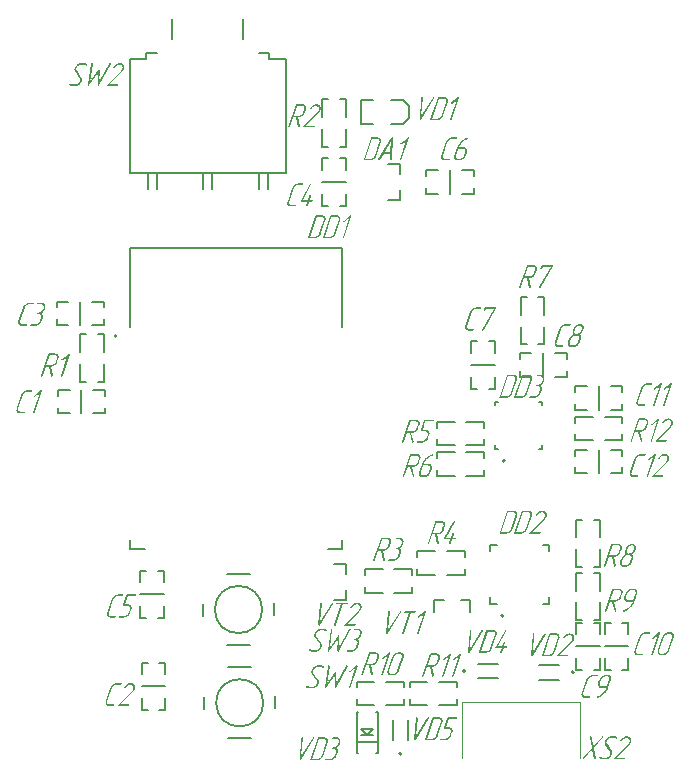
<source format=gto>
G04*
G04 #@! TF.GenerationSoftware,Altium Limited,Altium Designer,21.8.1 (53)*
G04*
G04 Layer_Color=65535*
%FSLAX43Y43*%
%MOMM*%
G71*
G04*
G04 #@! TF.SameCoordinates,061CAFB7-BDB9-4B98-80DD-AB2B8D11B62C*
G04*
G04*
G04 #@! TF.FilePolarity,Positive*
G04*
G01*
G75*
%ADD10C,0.200*%
%ADD11C,0.150*%
%ADD12C,0.127*%
%ADD13C,0.100*%
G36*
X61226Y26974D02*
X61242D01*
X61262Y26969D01*
X61306Y26961D01*
X61356Y26944D01*
X61409Y26919D01*
X61434Y26902D01*
X61459Y26886D01*
X61481Y26863D01*
X61503Y26838D01*
Y26836D01*
X61509Y26833D01*
X61514Y26825D01*
X61520Y26813D01*
X61528Y26800D01*
X61537Y26783D01*
X61553Y26741D01*
X61564Y26691D01*
X61573Y26633D01*
X61570Y26602D01*
X61567Y26569D01*
X61562Y26533D01*
X61550Y26497D01*
Y26494D01*
X61548Y26486D01*
X61542Y26472D01*
X61534Y26455D01*
X61525Y26433D01*
X61514Y26411D01*
X61484Y26361D01*
X61481Y26358D01*
X61476Y26350D01*
X61464Y26336D01*
X61451Y26319D01*
X61434Y26297D01*
X61412Y26272D01*
X61387Y26242D01*
X61359Y26211D01*
X60309Y25162D01*
X61020D01*
X61029Y25159D01*
X61042Y25153D01*
X61054Y25139D01*
X61056Y25137D01*
X61059Y25125D01*
X61062Y25109D01*
X61059Y25092D01*
X61056Y25089D01*
X61051Y25078D01*
X61042Y25062D01*
X61026Y25045D01*
X61020Y25042D01*
X61009Y25034D01*
X60990Y25026D01*
X60967Y25023D01*
X60129D01*
X60118Y25026D01*
X60104Y25031D01*
X60090Y25045D01*
X60087Y25048D01*
Y25059D01*
X60085Y25076D01*
X60090Y25098D01*
Y25101D01*
X60096Y25109D01*
X60101Y25120D01*
X60110Y25131D01*
X61270Y26289D01*
X61317Y26344D01*
X61353Y26394D01*
X61356Y26397D01*
X61359Y26403D01*
X61364Y26414D01*
X61373Y26425D01*
X61392Y26458D01*
X61406Y26497D01*
Y26500D01*
X61409Y26503D01*
X61412Y26522D01*
X61417Y26547D01*
X61420Y26580D01*
Y26616D01*
X61412Y26658D01*
X61398Y26697D01*
X61387Y26716D01*
X61373Y26736D01*
X61370Y26738D01*
X61367Y26744D01*
X61359Y26752D01*
X61348Y26761D01*
X61334Y26772D01*
X61320Y26786D01*
X61278Y26808D01*
X61276D01*
X61267Y26813D01*
X61256Y26816D01*
X61240Y26822D01*
X61223Y26827D01*
X61201Y26830D01*
X61151Y26836D01*
X61134D01*
X61115Y26833D01*
X61090Y26830D01*
X61059Y26822D01*
X61026Y26813D01*
X60990Y26800D01*
X60951Y26780D01*
X60945Y26777D01*
X60934Y26769D01*
X60915Y26758D01*
X60890Y26738D01*
X60859Y26713D01*
X60826Y26680D01*
X60793Y26641D01*
X60756Y26597D01*
X60754Y26594D01*
X60745Y26586D01*
X60734Y26575D01*
X60720Y26564D01*
X60718D01*
X60709Y26558D01*
X60695Y26555D01*
X60679Y26552D01*
X60673D01*
X60662Y26555D01*
X60645Y26561D01*
X60632Y26569D01*
X60629Y26572D01*
X60626Y26583D01*
Y26600D01*
X60629Y26619D01*
X60643Y26644D01*
X60645Y26647D01*
X60648Y26652D01*
X60654Y26661D01*
X60662Y26672D01*
X60687Y26702D01*
X60720Y26738D01*
X60759Y26780D01*
X60804Y26825D01*
X60856Y26863D01*
X60912Y26899D01*
X60915D01*
X60917Y26902D01*
X60926Y26908D01*
X60937Y26911D01*
X60962Y26924D01*
X60998Y26938D01*
X61040Y26952D01*
X61087Y26966D01*
X61140Y26974D01*
X61192Y26977D01*
X61212D01*
X61226Y26974D01*
D02*
G37*
G36*
X60393D02*
X60407Y26969D01*
X60418Y26958D01*
X60421Y26955D01*
X60426Y26944D01*
Y26927D01*
X60423Y26908D01*
X59807Y25089D01*
X59804Y25084D01*
X59799Y25070D01*
X59785Y25053D01*
X59768Y25037D01*
X59763Y25034D01*
X59751Y25031D01*
X59735Y25026D01*
X59713Y25023D01*
X59710D01*
X59704Y25026D01*
X59690Y25028D01*
X59671Y25037D01*
X59668Y25039D01*
X59665Y25051D01*
Y25067D01*
X59668Y25089D01*
X60229Y26738D01*
X59826Y26439D01*
X59821Y26436D01*
X59810Y26428D01*
X59790Y26419D01*
X59771Y26416D01*
X59765D01*
X59754Y26419D01*
X59740Y26425D01*
X59729Y26439D01*
X59726Y26441D01*
X59724Y26453D01*
X59721Y26469D01*
X59724Y26489D01*
X59726Y26491D01*
X59732Y26500D01*
X59743Y26514D01*
X59763Y26536D01*
X60323Y26958D01*
X60329Y26961D01*
X60340Y26969D01*
X60357Y26974D01*
X60376Y26977D01*
X60382D01*
X60393Y26974D01*
D02*
G37*
G36*
X59554D02*
X59568Y26969D01*
X59579Y26955D01*
X59582Y26952D01*
X59585Y26941D01*
X59588Y26924D01*
X59585Y26908D01*
X59582Y26905D01*
X59577Y26894D01*
X59568Y26877D01*
X59552Y26861D01*
X59546Y26858D01*
X59535Y26850D01*
X59515Y26841D01*
X59493Y26838D01*
X59124D01*
X59102Y26836D01*
X59071Y26827D01*
X59038Y26819D01*
X58999Y26805D01*
X58957Y26786D01*
X58916Y26758D01*
X58910Y26755D01*
X58899Y26744D01*
X58880Y26727D01*
X58858Y26702D01*
X58833Y26675D01*
X58808Y26639D01*
X58785Y26600D01*
X58769Y26558D01*
X58388Y25439D01*
X58386Y25434D01*
X58383Y25420D01*
X58380Y25398D01*
X58374Y25373D01*
Y25342D01*
X58377Y25309D01*
X58386Y25275D01*
X58402Y25242D01*
X58405Y25239D01*
X58413Y25231D01*
X58427Y25217D01*
X58444Y25203D01*
X58469Y25187D01*
X58499Y25175D01*
X58533Y25164D01*
X58574Y25162D01*
X58927D01*
X58935Y25159D01*
X58949Y25153D01*
X58960Y25139D01*
X58963Y25137D01*
X58969Y25125D01*
X58971Y25109D01*
X58969Y25092D01*
X58966Y25089D01*
X58960Y25078D01*
X58949Y25062D01*
X58932Y25045D01*
X58927Y25042D01*
X58916Y25034D01*
X58896Y25026D01*
X58874Y25023D01*
X58511D01*
X58499Y25026D01*
X58472Y25028D01*
X58436Y25039D01*
X58394Y25053D01*
X58352Y25076D01*
X58311Y25106D01*
X58291Y25123D01*
X58275Y25145D01*
Y25148D01*
X58272Y25150D01*
X58263Y25167D01*
X58250Y25192D01*
X58238Y25228D01*
X58230Y25270D01*
X58227Y25320D01*
X58233Y25378D01*
X58241Y25409D01*
X58250Y25439D01*
X58627Y26558D01*
Y26561D01*
X58630Y26566D01*
X58633Y26575D01*
X58638Y26586D01*
X58655Y26616D01*
X58677Y26658D01*
X58708Y26702D01*
X58746Y26752D01*
X58794Y26802D01*
X58849Y26850D01*
X58852Y26852D01*
X58858Y26855D01*
X58866Y26861D01*
X58877Y26869D01*
X58894Y26880D01*
X58910Y26891D01*
X58955Y26913D01*
X59005Y26936D01*
X59063Y26958D01*
X59124Y26972D01*
X59157Y26977D01*
X59546D01*
X59554Y26974D01*
D02*
G37*
G36*
X61785Y32974D02*
X61799Y32969D01*
X61810Y32958D01*
X61813Y32955D01*
X61819Y32944D01*
Y32927D01*
X61816Y32908D01*
X61199Y31089D01*
X61197Y31084D01*
X61191Y31070D01*
X61177Y31053D01*
X61161Y31037D01*
X61155Y31034D01*
X61144Y31031D01*
X61127Y31026D01*
X61105Y31023D01*
X61102D01*
X61097Y31026D01*
X61083Y31028D01*
X61063Y31037D01*
X61061Y31039D01*
X61058Y31051D01*
Y31067D01*
X61061Y31089D01*
X61621Y32738D01*
X61219Y32439D01*
X61213Y32436D01*
X61202Y32428D01*
X61183Y32419D01*
X61163Y32416D01*
X61158D01*
X61147Y32419D01*
X61133Y32425D01*
X61122Y32439D01*
X61119Y32441D01*
X61116Y32453D01*
X61113Y32469D01*
X61116Y32489D01*
X61119Y32491D01*
X61125Y32500D01*
X61136Y32514D01*
X61155Y32536D01*
X61716Y32958D01*
X61721Y32961D01*
X61733Y32969D01*
X61749Y32974D01*
X61769Y32977D01*
X61774D01*
X61785Y32974D01*
D02*
G37*
G36*
X60947D02*
X60961Y32969D01*
X60972Y32958D01*
X60975Y32955D01*
X60980Y32944D01*
Y32927D01*
X60977Y32908D01*
X60361Y31089D01*
X60358Y31084D01*
X60353Y31070D01*
X60339Y31053D01*
X60322Y31037D01*
X60317Y31034D01*
X60306Y31031D01*
X60289Y31026D01*
X60267Y31023D01*
X60264D01*
X60258Y31026D01*
X60244Y31028D01*
X60225Y31037D01*
X60222Y31039D01*
X60219Y31051D01*
Y31067D01*
X60222Y31089D01*
X60783Y32738D01*
X60381Y32439D01*
X60375Y32436D01*
X60364Y32428D01*
X60344Y32419D01*
X60325Y32416D01*
X60319D01*
X60308Y32419D01*
X60294Y32425D01*
X60283Y32439D01*
X60281Y32441D01*
X60278Y32453D01*
X60275Y32469D01*
X60278Y32489D01*
X60281Y32491D01*
X60286Y32500D01*
X60297Y32514D01*
X60317Y32536D01*
X60877Y32958D01*
X60883Y32961D01*
X60894Y32969D01*
X60911Y32974D01*
X60930Y32977D01*
X60936D01*
X60947Y32974D01*
D02*
G37*
G36*
X60108D02*
X60122Y32969D01*
X60133Y32955D01*
X60136Y32952D01*
X60139Y32941D01*
X60142Y32924D01*
X60139Y32908D01*
X60136Y32905D01*
X60131Y32894D01*
X60122Y32877D01*
X60106Y32861D01*
X60100Y32858D01*
X60089Y32850D01*
X60070Y32841D01*
X60047Y32838D01*
X59678D01*
X59656Y32836D01*
X59625Y32827D01*
X59592Y32819D01*
X59553Y32805D01*
X59512Y32786D01*
X59470Y32758D01*
X59464Y32755D01*
X59453Y32744D01*
X59434Y32727D01*
X59412Y32702D01*
X59387Y32675D01*
X59362Y32639D01*
X59339Y32600D01*
X59323Y32558D01*
X58942Y31439D01*
X58940Y31434D01*
X58937Y31420D01*
X58934Y31398D01*
X58929Y31373D01*
Y31342D01*
X58931Y31309D01*
X58940Y31275D01*
X58956Y31242D01*
X58959Y31239D01*
X58967Y31231D01*
X58981Y31217D01*
X58998Y31203D01*
X59023Y31187D01*
X59053Y31175D01*
X59087Y31164D01*
X59128Y31162D01*
X59481D01*
X59489Y31159D01*
X59503Y31153D01*
X59514Y31139D01*
X59517Y31137D01*
X59523Y31125D01*
X59525Y31109D01*
X59523Y31092D01*
X59520Y31089D01*
X59514Y31078D01*
X59503Y31062D01*
X59487Y31045D01*
X59481Y31042D01*
X59470Y31034D01*
X59450Y31026D01*
X59428Y31023D01*
X59065D01*
X59053Y31026D01*
X59026Y31028D01*
X58990Y31039D01*
X58948Y31053D01*
X58906Y31076D01*
X58865Y31106D01*
X58845Y31123D01*
X58829Y31145D01*
Y31148D01*
X58826Y31150D01*
X58818Y31167D01*
X58804Y31192D01*
X58793Y31228D01*
X58784Y31270D01*
X58781Y31320D01*
X58787Y31378D01*
X58795Y31409D01*
X58804Y31439D01*
X59181Y32558D01*
Y32561D01*
X59184Y32566D01*
X59187Y32575D01*
X59192Y32586D01*
X59209Y32616D01*
X59231Y32658D01*
X59262Y32702D01*
X59301Y32752D01*
X59348Y32802D01*
X59403Y32850D01*
X59406Y32852D01*
X59412Y32855D01*
X59420Y32861D01*
X59431Y32869D01*
X59448Y32880D01*
X59464Y32891D01*
X59509Y32913D01*
X59559Y32936D01*
X59617Y32958D01*
X59678Y32972D01*
X59711Y32977D01*
X60100D01*
X60108Y32974D01*
D02*
G37*
G36*
X61546Y29974D02*
X61563D01*
X61583Y29969D01*
X61627Y29961D01*
X61677Y29944D01*
X61730Y29919D01*
X61755Y29902D01*
X61780Y29886D01*
X61802Y29863D01*
X61824Y29838D01*
Y29836D01*
X61830Y29833D01*
X61835Y29825D01*
X61841Y29813D01*
X61849Y29800D01*
X61857Y29783D01*
X61874Y29741D01*
X61885Y29691D01*
X61893Y29633D01*
X61891Y29602D01*
X61888Y29569D01*
X61882Y29533D01*
X61871Y29497D01*
Y29494D01*
X61868Y29486D01*
X61863Y29472D01*
X61855Y29455D01*
X61846Y29433D01*
X61835Y29411D01*
X61805Y29361D01*
X61802Y29358D01*
X61796Y29350D01*
X61785Y29336D01*
X61771Y29319D01*
X61755Y29297D01*
X61732Y29272D01*
X61707Y29242D01*
X61680Y29211D01*
X60630Y28162D01*
X61341D01*
X61349Y28159D01*
X61363Y28153D01*
X61374Y28139D01*
X61377Y28137D01*
X61380Y28125D01*
X61383Y28109D01*
X61380Y28092D01*
X61377Y28089D01*
X61372Y28078D01*
X61363Y28062D01*
X61347Y28045D01*
X61341Y28042D01*
X61330Y28034D01*
X61310Y28026D01*
X61288Y28023D01*
X60450D01*
X60439Y28026D01*
X60425Y28031D01*
X60411Y28045D01*
X60408Y28048D01*
Y28059D01*
X60405Y28076D01*
X60411Y28098D01*
Y28101D01*
X60416Y28109D01*
X60422Y28120D01*
X60430Y28131D01*
X61591Y29289D01*
X61638Y29344D01*
X61674Y29394D01*
X61677Y29397D01*
X61680Y29403D01*
X61685Y29414D01*
X61694Y29425D01*
X61713Y29458D01*
X61727Y29497D01*
Y29500D01*
X61730Y29503D01*
X61732Y29522D01*
X61738Y29547D01*
X61741Y29580D01*
Y29616D01*
X61732Y29658D01*
X61719Y29697D01*
X61707Y29716D01*
X61694Y29736D01*
X61691Y29738D01*
X61688Y29744D01*
X61680Y29752D01*
X61669Y29761D01*
X61655Y29772D01*
X61641Y29786D01*
X61599Y29808D01*
X61596D01*
X61588Y29813D01*
X61577Y29816D01*
X61560Y29822D01*
X61544Y29827D01*
X61521Y29830D01*
X61471Y29836D01*
X61455D01*
X61435Y29833D01*
X61410Y29830D01*
X61380Y29822D01*
X61347Y29813D01*
X61310Y29800D01*
X61272Y29780D01*
X61266Y29777D01*
X61255Y29769D01*
X61235Y29758D01*
X61210Y29738D01*
X61180Y29713D01*
X61147Y29680D01*
X61113Y29641D01*
X61077Y29597D01*
X61074Y29594D01*
X61066Y29586D01*
X61055Y29575D01*
X61041Y29564D01*
X61038D01*
X61030Y29558D01*
X61016Y29555D01*
X60999Y29552D01*
X60994D01*
X60983Y29555D01*
X60966Y29561D01*
X60952Y29569D01*
X60950Y29572D01*
X60947Y29583D01*
Y29600D01*
X60950Y29619D01*
X60963Y29644D01*
X60966Y29647D01*
X60969Y29652D01*
X60975Y29661D01*
X60983Y29672D01*
X61008Y29702D01*
X61041Y29738D01*
X61080Y29780D01*
X61124Y29825D01*
X61177Y29863D01*
X61233Y29899D01*
X61235D01*
X61238Y29902D01*
X61247Y29908D01*
X61258Y29911D01*
X61283Y29924D01*
X61319Y29938D01*
X61360Y29952D01*
X61408Y29966D01*
X61460Y29974D01*
X61513Y29977D01*
X61533D01*
X61546Y29974D01*
D02*
G37*
G36*
X60714D02*
X60727Y29969D01*
X60739Y29958D01*
X60741Y29955D01*
X60747Y29944D01*
Y29927D01*
X60744Y29908D01*
X60128Y28089D01*
X60125Y28084D01*
X60119Y28070D01*
X60106Y28053D01*
X60089Y28037D01*
X60083Y28034D01*
X60072Y28031D01*
X60056Y28026D01*
X60033Y28023D01*
X60031D01*
X60025Y28026D01*
X60011Y28028D01*
X59992Y28037D01*
X59989Y28039D01*
X59986Y28051D01*
Y28067D01*
X59989Y28089D01*
X60550Y29738D01*
X60147Y29439D01*
X60142Y29436D01*
X60131Y29428D01*
X60111Y29419D01*
X60092Y29416D01*
X60086D01*
X60075Y29419D01*
X60061Y29425D01*
X60050Y29439D01*
X60047Y29441D01*
X60044Y29453D01*
X60042Y29469D01*
X60044Y29489D01*
X60047Y29491D01*
X60053Y29500D01*
X60064Y29514D01*
X60083Y29536D01*
X60644Y29958D01*
X60650Y29961D01*
X60661Y29969D01*
X60677Y29974D01*
X60697Y29977D01*
X60702D01*
X60714Y29974D01*
D02*
G37*
G36*
X59536D02*
X59567Y29972D01*
X59606Y29961D01*
X59647Y29947D01*
X59689Y29924D01*
X59728Y29894D01*
X59747Y29875D01*
X59764Y29852D01*
X59767Y29847D01*
X59775Y29830D01*
X59786Y29805D01*
X59797Y29769D01*
X59806Y29727D01*
X59808Y29677D01*
X59803Y29619D01*
X59797Y29589D01*
X59786Y29558D01*
X59692Y29278D01*
Y29275D01*
X59689Y29269D01*
X59686Y29261D01*
X59681Y29250D01*
X59664Y29217D01*
X59642Y29178D01*
X59611Y29130D01*
X59573Y29081D01*
X59525Y29031D01*
X59470Y28983D01*
X59467D01*
X59461Y28978D01*
X59453Y28972D01*
X59442Y28964D01*
X59425Y28956D01*
X59409Y28944D01*
X59367Y28922D01*
X59314Y28900D01*
X59259Y28881D01*
X59195Y28867D01*
X59164Y28864D01*
X59131Y28861D01*
X59112D01*
X59292Y28125D01*
Y28123D01*
Y28114D01*
Y28103D01*
X59289Y28089D01*
X59287Y28084D01*
X59281Y28073D01*
X59270Y28059D01*
X59250Y28039D01*
X59245Y28037D01*
X59231Y28031D01*
X59214Y28026D01*
X59192Y28023D01*
X59181D01*
X59162Y28028D01*
Y28031D01*
X59156Y28034D01*
X59153Y28045D01*
X59148Y28056D01*
X58951Y28861D01*
X58709D01*
X58448Y28089D01*
X58445Y28084D01*
X58440Y28070D01*
X58426Y28053D01*
X58409Y28037D01*
X58404Y28034D01*
X58393Y28031D01*
X58376Y28026D01*
X58354Y28023D01*
X58351D01*
X58345Y28026D01*
X58332Y28028D01*
X58312Y28037D01*
X58309Y28039D01*
X58307Y28051D01*
Y28067D01*
X58309Y28089D01*
X58926Y29905D01*
Y29908D01*
X58931Y29916D01*
X58937Y29927D01*
X58948Y29941D01*
X58959Y29955D01*
X58976Y29966D01*
X58995Y29974D01*
X59020Y29977D01*
X59525D01*
X59536Y29974D01*
D02*
G37*
G36*
X58469Y19374D02*
X58502Y19372D01*
X58538Y19363D01*
X58580Y19347D01*
X58624Y19324D01*
X58663Y19297D01*
X58683Y19277D01*
X58699Y19255D01*
X58702Y19252D01*
X58705Y19244D01*
X58713Y19233D01*
X58721Y19216D01*
X58730Y19197D01*
X58738Y19175D01*
X58744Y19147D01*
X58746Y19119D01*
X58744Y19047D01*
X58735Y19002D01*
X58721Y18958D01*
X58672Y18816D01*
X58669Y18811D01*
X58666Y18800D01*
X58658Y18780D01*
X58647Y18755D01*
X58633Y18728D01*
X58616Y18697D01*
X58594Y18664D01*
X58572Y18633D01*
X58569Y18630D01*
X58560Y18619D01*
X58547Y18605D01*
X58527Y18586D01*
X58502Y18564D01*
X58474Y18542D01*
X58441Y18517D01*
X58405Y18492D01*
X58408Y18489D01*
X58419Y18483D01*
X58433Y18472D01*
X58449Y18456D01*
X58466Y18433D01*
X58486Y18408D01*
X58499Y18375D01*
X58513Y18339D01*
Y18333D01*
X58519Y18322D01*
X58522Y18300D01*
X58524Y18272D01*
Y18239D01*
X58522Y18203D01*
X58516Y18161D01*
X58505Y18120D01*
X58411Y17839D01*
Y17836D01*
X58408Y17831D01*
X58405Y17823D01*
X58399Y17811D01*
X58383Y17778D01*
X58361Y17739D01*
X58330Y17692D01*
X58291Y17642D01*
X58241Y17592D01*
X58186Y17545D01*
X58183D01*
X58177Y17539D01*
X58169Y17534D01*
X58158Y17525D01*
X58144Y17517D01*
X58125Y17506D01*
X58083Y17484D01*
X58033Y17462D01*
X57977Y17442D01*
X57914Y17428D01*
X57883Y17426D01*
X57850Y17423D01*
X57694D01*
X57683Y17426D01*
X57653Y17428D01*
X57619Y17437D01*
X57578Y17453D01*
X57536Y17473D01*
X57497Y17503D01*
X57478Y17520D01*
X57461Y17542D01*
Y17545D01*
X57458Y17548D01*
X57447Y17564D01*
X57436Y17589D01*
X57425Y17625D01*
X57417Y17667D01*
X57411Y17720D01*
X57414Y17748D01*
X57417Y17775D01*
X57425Y17806D01*
X57433Y17839D01*
X57528Y18120D01*
X57530Y18125D01*
X57536Y18139D01*
X57544Y18158D01*
X57558Y18186D01*
X57575Y18217D01*
X57597Y18253D01*
X57625Y18289D01*
X57655Y18325D01*
X57661Y18331D01*
X57672Y18342D01*
X57692Y18358D01*
X57716Y18383D01*
X57750Y18408D01*
X57789Y18436D01*
X57830Y18464D01*
X57878Y18492D01*
X57875Y18494D01*
X57869Y18503D01*
X57861Y18514D01*
X57850Y18530D01*
X57841Y18553D01*
X57830Y18575D01*
X57819Y18603D01*
X57814Y18633D01*
Y18636D01*
X57811Y18647D01*
Y18664D01*
Y18689D01*
X57814Y18714D01*
X57816Y18747D01*
X57822Y18780D01*
X57833Y18816D01*
X57883Y18961D01*
Y18964D01*
X57886Y18969D01*
X57889Y18977D01*
X57894Y18989D01*
X57911Y19019D01*
X57933Y19058D01*
X57961Y19102D01*
X58000Y19152D01*
X58047Y19205D01*
X58105Y19255D01*
X58108Y19258D01*
X58119Y19266D01*
X58136Y19277D01*
X58155Y19288D01*
X58180Y19305D01*
X58208Y19319D01*
X58238Y19333D01*
X58269Y19347D01*
X58352Y19369D01*
X58399Y19377D01*
X58458D01*
X58469Y19374D01*
D02*
G37*
G36*
X57283D02*
X57314Y19372D01*
X57353Y19361D01*
X57394Y19347D01*
X57436Y19324D01*
X57475Y19294D01*
X57494Y19275D01*
X57511Y19252D01*
X57514Y19247D01*
X57522Y19230D01*
X57533Y19205D01*
X57544Y19169D01*
X57553Y19127D01*
X57555Y19077D01*
X57550Y19019D01*
X57544Y18989D01*
X57533Y18958D01*
X57439Y18678D01*
Y18675D01*
X57436Y18669D01*
X57433Y18661D01*
X57428Y18650D01*
X57411Y18617D01*
X57389Y18578D01*
X57358Y18530D01*
X57319Y18481D01*
X57272Y18431D01*
X57217Y18383D01*
X57214D01*
X57208Y18378D01*
X57200Y18372D01*
X57189Y18364D01*
X57172Y18356D01*
X57156Y18344D01*
X57114Y18322D01*
X57061Y18300D01*
X57006Y18281D01*
X56942Y18267D01*
X56911Y18264D01*
X56878Y18261D01*
X56859D01*
X57039Y17525D01*
Y17523D01*
Y17514D01*
Y17503D01*
X57036Y17489D01*
X57034Y17484D01*
X57028Y17473D01*
X57017Y17459D01*
X56997Y17439D01*
X56992Y17437D01*
X56978Y17431D01*
X56961Y17426D01*
X56939Y17423D01*
X56928D01*
X56909Y17428D01*
Y17431D01*
X56903Y17434D01*
X56900Y17445D01*
X56895Y17456D01*
X56698Y18261D01*
X56456D01*
X56195Y17489D01*
X56192Y17484D01*
X56187Y17470D01*
X56173Y17453D01*
X56156Y17437D01*
X56151Y17434D01*
X56140Y17431D01*
X56123Y17426D01*
X56101Y17423D01*
X56098D01*
X56092Y17426D01*
X56079Y17428D01*
X56059Y17437D01*
X56056Y17439D01*
X56054Y17451D01*
Y17467D01*
X56056Y17489D01*
X56673Y19305D01*
Y19308D01*
X56678Y19316D01*
X56684Y19327D01*
X56695Y19341D01*
X56706Y19355D01*
X56723Y19366D01*
X56742Y19374D01*
X56767Y19377D01*
X57272D01*
X57283Y19374D01*
D02*
G37*
G36*
X43373Y21274D02*
X43387Y21269D01*
X43398Y21258D01*
X43401Y21255D01*
X43406Y21244D01*
X43409Y21227D01*
X43406Y21208D01*
X43398Y21191D01*
X42690Y19881D01*
X43095D01*
X43215Y20228D01*
X43218Y20231D01*
X43220Y20242D01*
X43231Y20258D01*
X43248Y20275D01*
X43251D01*
X43254Y20278D01*
X43268Y20289D01*
X43287Y20297D01*
X43306Y20300D01*
X43312D01*
X43320Y20297D01*
X43334Y20292D01*
X43348Y20281D01*
X43351Y20278D01*
X43356Y20267D01*
Y20250D01*
X43354Y20228D01*
X43234Y19881D01*
X43451D01*
X43459Y19878D01*
X43473Y19872D01*
X43484Y19859D01*
X43487Y19856D01*
X43490Y19845D01*
X43492Y19828D01*
X43490Y19811D01*
X43487Y19809D01*
X43481Y19798D01*
X43473Y19781D01*
X43456Y19764D01*
X43451Y19761D01*
X43440Y19753D01*
X43420Y19745D01*
X43398Y19742D01*
X43187D01*
X43068Y19389D01*
X43065Y19384D01*
X43059Y19370D01*
X43045Y19353D01*
X43029Y19337D01*
X43023Y19334D01*
X43012Y19331D01*
X42995Y19326D01*
X42973Y19323D01*
X42970D01*
X42965Y19326D01*
X42951Y19328D01*
X42932Y19337D01*
X42929Y19339D01*
X42926Y19351D01*
Y19367D01*
X42929Y19389D01*
X43048Y19742D01*
X42551D01*
X42540Y19745D01*
X42526Y19750D01*
X42512Y19761D01*
X42510Y19764D01*
X42507Y19775D01*
Y19789D01*
X42510Y19809D01*
X42518Y19825D01*
X43270Y21219D01*
X43273Y21224D01*
X43281Y21236D01*
X43292Y21249D01*
X43309Y21261D01*
X43356Y21277D01*
X43362D01*
X43373Y21274D01*
D02*
G37*
G36*
X42337D02*
X42368Y21272D01*
X42407Y21261D01*
X42449Y21247D01*
X42490Y21224D01*
X42529Y21194D01*
X42548Y21175D01*
X42565Y21152D01*
X42568Y21147D01*
X42576Y21130D01*
X42587Y21105D01*
X42598Y21069D01*
X42607Y21027D01*
X42610Y20977D01*
X42604Y20919D01*
X42598Y20889D01*
X42587Y20858D01*
X42493Y20578D01*
Y20575D01*
X42490Y20569D01*
X42487Y20561D01*
X42482Y20550D01*
X42465Y20517D01*
X42443Y20478D01*
X42412Y20430D01*
X42374Y20381D01*
X42326Y20331D01*
X42271Y20283D01*
X42268D01*
X42263Y20278D01*
X42254Y20272D01*
X42243Y20264D01*
X42226Y20256D01*
X42210Y20244D01*
X42168Y20222D01*
X42115Y20200D01*
X42060Y20181D01*
X41996Y20167D01*
X41965Y20164D01*
X41932Y20161D01*
X41913D01*
X42093Y19425D01*
Y19423D01*
Y19414D01*
Y19403D01*
X42090Y19389D01*
X42088Y19384D01*
X42082Y19373D01*
X42071Y19359D01*
X42052Y19339D01*
X42046Y19337D01*
X42032Y19331D01*
X42015Y19326D01*
X41993Y19323D01*
X41982D01*
X41963Y19328D01*
Y19331D01*
X41957Y19334D01*
X41954Y19345D01*
X41949Y19356D01*
X41752Y20161D01*
X41510D01*
X41249Y19389D01*
X41246Y19384D01*
X41241Y19370D01*
X41227Y19353D01*
X41210Y19337D01*
X41205Y19334D01*
X41194Y19331D01*
X41177Y19326D01*
X41155Y19323D01*
X41152D01*
X41146Y19326D01*
X41133Y19328D01*
X41113Y19337D01*
X41110Y19339D01*
X41108Y19351D01*
Y19367D01*
X41110Y19389D01*
X41727Y21205D01*
Y21208D01*
X41732Y21216D01*
X41738Y21227D01*
X41749Y21241D01*
X41760Y21255D01*
X41777Y21266D01*
X41796Y21274D01*
X41821Y21277D01*
X42326D01*
X42337Y21274D01*
D02*
G37*
G36*
X38805Y19874D02*
X38836Y19872D01*
X38874Y19863D01*
X38916Y19847D01*
X38958Y19824D01*
X38999Y19797D01*
X39016Y19777D01*
X39033Y19755D01*
X39035Y19750D01*
X39044Y19733D01*
X39055Y19708D01*
X39066Y19672D01*
X39072Y19630D01*
X39074Y19577D01*
X39069Y19522D01*
X39063Y19491D01*
X39052Y19458D01*
X39005Y19316D01*
X38991Y19272D01*
X38980Y19244D01*
X38963Y19216D01*
Y19214D01*
X38960Y19211D01*
X38955Y19203D01*
X38949Y19191D01*
X38933Y19167D01*
X38905Y19136D01*
X38902Y19133D01*
X38894Y19122D01*
X38880Y19108D01*
X38861Y19089D01*
X38838Y19067D01*
X38808Y19044D01*
X38777Y19017D01*
X38738Y18992D01*
X38741Y18989D01*
X38752Y18983D01*
X38766Y18972D01*
X38783Y18956D01*
X38799Y18933D01*
X38819Y18908D01*
X38833Y18875D01*
X38847Y18839D01*
Y18833D01*
X38852Y18822D01*
X38855Y18800D01*
X38858Y18772D01*
Y18739D01*
X38855Y18703D01*
X38849Y18661D01*
X38838Y18620D01*
X38744Y18339D01*
Y18336D01*
X38741Y18331D01*
X38738Y18323D01*
X38733Y18311D01*
X38716Y18278D01*
X38694Y18236D01*
X38663Y18189D01*
X38625Y18139D01*
X38575Y18089D01*
X38519Y18042D01*
X38516D01*
X38511Y18037D01*
X38502Y18031D01*
X38491Y18023D01*
X38475Y18014D01*
X38458Y18003D01*
X38416Y17984D01*
X38366Y17962D01*
X38308Y17942D01*
X38247Y17928D01*
X38216Y17926D01*
X38183Y17923D01*
X37828D01*
X37814Y17926D01*
X37800Y17931D01*
X37786Y17942D01*
Y17945D01*
X37783Y17956D01*
Y17973D01*
X37786Y17992D01*
Y17995D01*
X37792Y18003D01*
X37803Y18014D01*
X37817Y18034D01*
X37822Y18039D01*
X37836Y18048D01*
X37856Y18056D01*
X37881Y18062D01*
X38250D01*
X38272Y18067D01*
X38303Y18073D01*
X38336Y18081D01*
X38375Y18095D01*
X38414Y18114D01*
X38455Y18142D01*
X38461Y18145D01*
X38472Y18156D01*
X38491Y18173D01*
X38513Y18198D01*
X38538Y18225D01*
X38563Y18259D01*
X38586Y18298D01*
X38605Y18339D01*
X38700Y18620D01*
X38702Y18625D01*
X38705Y18639D01*
X38708Y18661D01*
X38713Y18689D01*
Y18720D01*
X38711Y18753D01*
X38702Y18786D01*
X38686Y18817D01*
X38683Y18819D01*
X38675Y18831D01*
X38663Y18844D01*
X38644Y18858D01*
X38622Y18875D01*
X38591Y18886D01*
X38555Y18897D01*
X38513Y18900D01*
X38439D01*
X38427Y18903D01*
X38414Y18908D01*
X38400Y18919D01*
X38397Y18922D01*
Y18933D01*
X38394Y18950D01*
X38400Y18969D01*
Y18972D01*
X38405Y18981D01*
X38414Y18992D01*
X38430Y19011D01*
X38436Y19017D01*
X38450Y19025D01*
X38469Y19033D01*
X38491Y19039D01*
X38511D01*
X38536Y19044D01*
X38563Y19050D01*
X38600Y19058D01*
X38638Y19072D01*
X38677Y19092D01*
X38719Y19119D01*
X38724Y19122D01*
X38736Y19133D01*
X38755Y19150D01*
X38777Y19175D01*
X38802Y19203D01*
X38827Y19236D01*
X38849Y19275D01*
X38866Y19316D01*
X38916Y19458D01*
X38919Y19464D01*
X38922Y19477D01*
X38924Y19500D01*
X38930Y19527D01*
Y19558D01*
X38927Y19591D01*
X38919Y19625D01*
X38902Y19655D01*
X38899Y19658D01*
X38891Y19669D01*
X38880Y19683D01*
X38861Y19697D01*
X38838Y19713D01*
X38808Y19725D01*
X38772Y19736D01*
X38730Y19738D01*
X38444D01*
X38433Y19741D01*
X38416Y19747D01*
X38405Y19758D01*
X38402Y19761D01*
X38400Y19772D01*
Y19788D01*
X38402Y19808D01*
Y19811D01*
X38408Y19819D01*
X38419Y19830D01*
X38433Y19849D01*
X38439Y19855D01*
X38452Y19863D01*
X38472Y19872D01*
X38497Y19877D01*
X38794D01*
X38805Y19874D01*
D02*
G37*
G36*
X37756D02*
X37786Y19872D01*
X37825Y19861D01*
X37867Y19847D01*
X37908Y19824D01*
X37947Y19794D01*
X37967Y19775D01*
X37983Y19752D01*
X37986Y19747D01*
X37994Y19730D01*
X38005Y19705D01*
X38017Y19669D01*
X38025Y19627D01*
X38028Y19577D01*
X38022Y19519D01*
X38017Y19489D01*
X38005Y19458D01*
X37911Y19178D01*
Y19175D01*
X37908Y19169D01*
X37905Y19161D01*
X37900Y19150D01*
X37883Y19117D01*
X37861Y19078D01*
X37831Y19030D01*
X37792Y18981D01*
X37744Y18931D01*
X37689Y18883D01*
X37686D01*
X37681Y18878D01*
X37672Y18872D01*
X37661Y18864D01*
X37645Y18856D01*
X37628Y18844D01*
X37586Y18822D01*
X37533Y18800D01*
X37478Y18781D01*
X37414Y18767D01*
X37384Y18764D01*
X37350Y18761D01*
X37331D01*
X37511Y18025D01*
Y18023D01*
Y18014D01*
Y18003D01*
X37508Y17989D01*
X37506Y17984D01*
X37500Y17973D01*
X37489Y17959D01*
X37470Y17939D01*
X37464Y17937D01*
X37450Y17931D01*
X37434Y17926D01*
X37411Y17923D01*
X37400D01*
X37381Y17928D01*
Y17931D01*
X37375Y17934D01*
X37372Y17945D01*
X37367Y17956D01*
X37170Y18761D01*
X36928D01*
X36667Y17989D01*
X36665Y17984D01*
X36659Y17970D01*
X36645Y17953D01*
X36628Y17937D01*
X36623Y17934D01*
X36612Y17931D01*
X36595Y17926D01*
X36573Y17923D01*
X36570D01*
X36565Y17926D01*
X36551Y17928D01*
X36531Y17937D01*
X36528Y17939D01*
X36526Y17951D01*
Y17967D01*
X36528Y17989D01*
X37145Y19805D01*
Y19808D01*
X37150Y19816D01*
X37156Y19827D01*
X37167Y19841D01*
X37178Y19855D01*
X37195Y19866D01*
X37214Y19874D01*
X37239Y19877D01*
X37744D01*
X37756Y19874D01*
D02*
G37*
G36*
X12051Y60074D02*
X12073Y60072D01*
X12098Y60066D01*
X12156Y60052D01*
X12159D01*
X12170Y60047D01*
X12184Y60041D01*
X12203Y60033D01*
X12248Y60011D01*
X12289Y59980D01*
X12292D01*
X12295Y59975D01*
X12298Y59969D01*
X12300Y59961D01*
Y59958D01*
X12303Y59952D01*
Y59938D01*
Y59922D01*
X12300Y59916D01*
X12295Y59905D01*
X12284Y59888D01*
X12264Y59872D01*
X12259Y59869D01*
X12245Y59861D01*
X12228Y59852D01*
X12206Y59850D01*
X12173Y59861D01*
X12170Y59863D01*
X12159Y59872D01*
X12139Y59886D01*
X12114Y59900D01*
X12084Y59913D01*
X12045Y59927D01*
X12003Y59936D01*
X11956Y59938D01*
X11731D01*
X11706Y59933D01*
X11676Y59927D01*
X11640Y59919D01*
X11601Y59902D01*
X11562Y59883D01*
X11520Y59855D01*
X11515Y59852D01*
X11504Y59841D01*
X11484Y59822D01*
X11462Y59800D01*
X11437Y59772D01*
X11415Y59736D01*
X11393Y59700D01*
X11376Y59658D01*
X11359Y59603D01*
X11357Y59575D01*
Y59550D01*
Y59547D01*
X11359Y59544D01*
X11362Y59536D01*
X11365Y59525D01*
X11376Y59497D01*
X11393Y59458D01*
X11801Y58836D01*
X11804Y58833D01*
X11806Y58825D01*
X11815Y58814D01*
X11823Y58797D01*
X11831Y58775D01*
X11840Y58753D01*
X11845Y58725D01*
X11848Y58697D01*
Y58667D01*
X11845Y58614D01*
X11840Y58581D01*
X11826Y58539D01*
Y58536D01*
X11823Y58531D01*
X11820Y58523D01*
X11815Y58511D01*
X11798Y58481D01*
X11779Y58442D01*
X11748Y58395D01*
X11712Y58348D01*
X11665Y58298D01*
X11612Y58250D01*
X11609D01*
X11604Y58245D01*
X11595Y58239D01*
X11584Y58231D01*
X11568Y58220D01*
X11551Y58209D01*
X11506Y58187D01*
X11456Y58164D01*
X11395Y58142D01*
X11332Y58128D01*
X11298Y58126D01*
X11265Y58123D01*
X11046D01*
X11032Y58126D01*
X11001Y58128D01*
X10960Y58134D01*
X10915Y58148D01*
X10868Y58164D01*
X10821Y58187D01*
X10779Y58220D01*
X10762Y58245D01*
X10765Y58275D01*
X10768Y58278D01*
X10774Y58289D01*
X10785Y58306D01*
X10801Y58323D01*
X10807Y58325D01*
X10818Y58337D01*
X10835Y58345D01*
X10854Y58348D01*
X10890Y58334D01*
X10893Y58331D01*
X10907Y58323D01*
X10923Y58312D01*
X10948Y58298D01*
X10982Y58284D01*
X11018Y58273D01*
X11059Y58264D01*
X11107Y58262D01*
X11315D01*
X11329Y58264D01*
X11351Y58267D01*
X11382Y58273D01*
X11415Y58281D01*
X11454Y58298D01*
X11493Y58317D01*
X11534Y58345D01*
X11540Y58348D01*
X11554Y58359D01*
X11573Y58378D01*
X11595Y58400D01*
X11620Y58431D01*
X11648Y58464D01*
X11670Y58500D01*
X11687Y58542D01*
X11698Y58589D01*
Y58592D01*
X11701Y58598D01*
Y58611D01*
Y58614D01*
Y58620D01*
Y58639D01*
Y58642D01*
Y58647D01*
X11698Y58656D01*
Y58670D01*
X11687Y58700D01*
X11681Y58720D01*
X11670Y58739D01*
X11259Y59361D01*
Y59364D01*
X11254Y59369D01*
X11248Y59380D01*
X11243Y59397D01*
X11234Y59416D01*
X11226Y59441D01*
X11218Y59469D01*
X11212Y59500D01*
Y59503D01*
Y59514D01*
Y59528D01*
Y59547D01*
X11215Y59572D01*
X11220Y59597D01*
X11226Y59627D01*
X11234Y59658D01*
Y59661D01*
X11237Y59666D01*
X11240Y59675D01*
X11245Y59686D01*
X11262Y59716D01*
X11284Y59758D01*
X11312Y59802D01*
X11348Y59850D01*
X11395Y59900D01*
X11448Y59947D01*
X11451Y59950D01*
X11456Y59952D01*
X11465Y59958D01*
X11476Y59966D01*
X11493Y59977D01*
X11509Y59988D01*
X11554Y60013D01*
X11606Y60036D01*
X11667Y60058D01*
X11731Y60072D01*
X11765Y60077D01*
X12031D01*
X12051Y60074D01*
D02*
G37*
G36*
X14255D02*
X14269Y60069D01*
X14283Y60058D01*
X14285Y60055D01*
X14288Y60047D01*
X14291Y60030D01*
X14285Y60008D01*
X14280Y59994D01*
X13319Y58189D01*
X13317Y58184D01*
X13308Y58173D01*
X13297Y58159D01*
X13280Y58142D01*
X13278Y58139D01*
X13267Y58134D01*
X13250Y58128D01*
X13228Y58123D01*
X13222D01*
X13205Y58131D01*
X13197Y58137D01*
X13189Y58148D01*
X13183Y58162D01*
X13181Y58181D01*
X13189Y59239D01*
X12475Y58181D01*
X12473Y58178D01*
X12470Y58173D01*
X12461Y58162D01*
X12450Y58153D01*
X12423Y58131D01*
X12406Y58126D01*
X12389Y58123D01*
X12387D01*
X12381Y58126D01*
X12373Y58131D01*
X12356Y58139D01*
X12345Y58189D01*
X12609Y59994D01*
X12614Y60011D01*
X12617Y60013D01*
X12620Y60024D01*
X12631Y60036D01*
X12647Y60052D01*
X12650D01*
X12653Y60055D01*
X12667Y60066D01*
X12686Y60074D01*
X12706Y60077D01*
X12714D01*
X12731Y60069D01*
X12742Y60063D01*
X12747Y60052D01*
X12753Y60038D01*
Y60019D01*
X12531Y58478D01*
X13205Y59480D01*
X13208Y59483D01*
X13214Y59489D01*
X13222Y59500D01*
X13233Y59511D01*
X13244Y59522D01*
X13258Y59533D01*
X13275Y59539D01*
X13292Y59541D01*
X13297D01*
X13303Y59539D01*
X13308Y59533D01*
X13317Y59528D01*
X13322Y59516D01*
X13330Y59500D01*
X13336Y59480D01*
X13330Y58478D01*
X14152Y60019D01*
X14155Y60024D01*
X14163Y60036D01*
X14174Y60049D01*
X14188Y60061D01*
X14194Y60063D01*
X14205Y60069D01*
X14219Y60074D01*
X14238Y60077D01*
X14244D01*
X14255Y60074D01*
D02*
G37*
G36*
X15091D02*
X15107D01*
X15127Y60069D01*
X15171Y60061D01*
X15221Y60044D01*
X15274Y60019D01*
X15299Y60002D01*
X15324Y59986D01*
X15346Y59963D01*
X15368Y59938D01*
Y59936D01*
X15374Y59933D01*
X15379Y59925D01*
X15385Y59913D01*
X15393Y59900D01*
X15401Y59883D01*
X15418Y59841D01*
X15429Y59791D01*
X15438Y59733D01*
X15435Y59702D01*
X15432Y59669D01*
X15426Y59633D01*
X15415Y59597D01*
Y59594D01*
X15413Y59586D01*
X15407Y59572D01*
X15399Y59555D01*
X15390Y59533D01*
X15379Y59511D01*
X15349Y59461D01*
X15346Y59458D01*
X15340Y59450D01*
X15329Y59436D01*
X15315Y59419D01*
X15299Y59397D01*
X15277Y59372D01*
X15252Y59342D01*
X15224Y59311D01*
X14174Y58262D01*
X14885D01*
X14893Y58259D01*
X14907Y58253D01*
X14918Y58239D01*
X14921Y58237D01*
X14924Y58225D01*
X14927Y58209D01*
X14924Y58192D01*
X14921Y58189D01*
X14916Y58178D01*
X14907Y58162D01*
X14891Y58145D01*
X14885Y58142D01*
X14874Y58134D01*
X14855Y58126D01*
X14832Y58123D01*
X13994D01*
X13983Y58126D01*
X13969Y58131D01*
X13955Y58145D01*
X13952Y58148D01*
Y58159D01*
X13950Y58176D01*
X13955Y58198D01*
Y58201D01*
X13961Y58209D01*
X13966Y58220D01*
X13975Y58231D01*
X15135Y59389D01*
X15182Y59444D01*
X15218Y59494D01*
X15221Y59497D01*
X15224Y59503D01*
X15229Y59514D01*
X15238Y59525D01*
X15257Y59558D01*
X15271Y59597D01*
Y59600D01*
X15274Y59603D01*
X15277Y59622D01*
X15282Y59647D01*
X15285Y59680D01*
Y59716D01*
X15277Y59758D01*
X15263Y59797D01*
X15252Y59816D01*
X15238Y59836D01*
X15235Y59838D01*
X15232Y59844D01*
X15224Y59852D01*
X15213Y59861D01*
X15199Y59872D01*
X15185Y59886D01*
X15143Y59908D01*
X15141D01*
X15132Y59913D01*
X15121Y59916D01*
X15104Y59922D01*
X15088Y59927D01*
X15066Y59930D01*
X15016Y59936D01*
X14999D01*
X14979Y59933D01*
X14955Y59930D01*
X14924Y59922D01*
X14891Y59913D01*
X14855Y59900D01*
X14816Y59880D01*
X14810Y59877D01*
X14799Y59869D01*
X14780Y59858D01*
X14755Y59838D01*
X14724Y59813D01*
X14691Y59780D01*
X14657Y59741D01*
X14621Y59697D01*
X14619Y59694D01*
X14610Y59686D01*
X14599Y59675D01*
X14585Y59664D01*
X14583D01*
X14574Y59658D01*
X14560Y59655D01*
X14544Y59652D01*
X14538D01*
X14527Y59655D01*
X14510Y59661D01*
X14496Y59669D01*
X14494Y59672D01*
X14491Y59683D01*
Y59700D01*
X14494Y59719D01*
X14508Y59744D01*
X14510Y59747D01*
X14513Y59752D01*
X14519Y59761D01*
X14527Y59772D01*
X14552Y59802D01*
X14585Y59838D01*
X14624Y59880D01*
X14669Y59925D01*
X14721Y59963D01*
X14777Y60000D01*
X14780D01*
X14782Y60002D01*
X14791Y60008D01*
X14802Y60011D01*
X14827Y60024D01*
X14863Y60038D01*
X14905Y60052D01*
X14952Y60066D01*
X15004Y60074D01*
X15057Y60077D01*
X15077D01*
X15091Y60074D01*
D02*
G37*
G36*
X31727Y56574D02*
X31744D01*
X31763Y56569D01*
X31808Y56561D01*
X31858Y56544D01*
X31910Y56519D01*
X31935Y56502D01*
X31960Y56486D01*
X31983Y56463D01*
X32005Y56438D01*
Y56436D01*
X32010Y56433D01*
X32016Y56425D01*
X32021Y56413D01*
X32030Y56400D01*
X32038Y56383D01*
X32055Y56341D01*
X32066Y56291D01*
X32074Y56233D01*
X32071Y56202D01*
X32069Y56169D01*
X32063Y56133D01*
X32052Y56097D01*
Y56094D01*
X32049Y56086D01*
X32044Y56072D01*
X32035Y56055D01*
X32027Y56033D01*
X32016Y56011D01*
X31985Y55961D01*
X31983Y55958D01*
X31977Y55950D01*
X31966Y55936D01*
X31952Y55919D01*
X31935Y55897D01*
X31913Y55872D01*
X31888Y55842D01*
X31860Y55811D01*
X30811Y54762D01*
X31522D01*
X31530Y54759D01*
X31544Y54753D01*
X31555Y54739D01*
X31558Y54737D01*
X31561Y54725D01*
X31563Y54709D01*
X31561Y54692D01*
X31558Y54689D01*
X31552Y54678D01*
X31544Y54662D01*
X31527Y54645D01*
X31522Y54642D01*
X31511Y54634D01*
X31491Y54626D01*
X31469Y54623D01*
X30631D01*
X30619Y54626D01*
X30606Y54631D01*
X30592Y54645D01*
X30589Y54648D01*
Y54659D01*
X30586Y54676D01*
X30592Y54698D01*
Y54701D01*
X30597Y54709D01*
X30603Y54720D01*
X30611Y54731D01*
X31772Y55889D01*
X31819Y55944D01*
X31855Y55994D01*
X31858Y55997D01*
X31860Y56003D01*
X31866Y56014D01*
X31874Y56025D01*
X31894Y56058D01*
X31908Y56097D01*
Y56100D01*
X31910Y56103D01*
X31913Y56122D01*
X31919Y56147D01*
X31922Y56180D01*
Y56216D01*
X31913Y56258D01*
X31899Y56297D01*
X31888Y56316D01*
X31874Y56336D01*
X31872Y56338D01*
X31869Y56344D01*
X31860Y56352D01*
X31849Y56361D01*
X31835Y56372D01*
X31822Y56386D01*
X31780Y56408D01*
X31777D01*
X31769Y56413D01*
X31758Y56416D01*
X31741Y56422D01*
X31724Y56427D01*
X31702Y56430D01*
X31652Y56436D01*
X31636D01*
X31616Y56433D01*
X31591Y56430D01*
X31561Y56422D01*
X31527Y56413D01*
X31491Y56400D01*
X31452Y56380D01*
X31447Y56377D01*
X31436Y56369D01*
X31416Y56358D01*
X31391Y56338D01*
X31361Y56313D01*
X31327Y56280D01*
X31294Y56241D01*
X31258Y56197D01*
X31255Y56194D01*
X31247Y56186D01*
X31236Y56175D01*
X31222Y56164D01*
X31219D01*
X31211Y56158D01*
X31197Y56155D01*
X31180Y56152D01*
X31175D01*
X31164Y56155D01*
X31147Y56161D01*
X31133Y56169D01*
X31130Y56172D01*
X31128Y56183D01*
Y56200D01*
X31130Y56219D01*
X31144Y56244D01*
X31147Y56247D01*
X31150Y56252D01*
X31155Y56261D01*
X31164Y56272D01*
X31189Y56302D01*
X31222Y56338D01*
X31261Y56380D01*
X31305Y56425D01*
X31358Y56463D01*
X31413Y56500D01*
X31416D01*
X31419Y56502D01*
X31427Y56508D01*
X31438Y56511D01*
X31463Y56524D01*
X31500Y56538D01*
X31541Y56552D01*
X31588Y56566D01*
X31641Y56574D01*
X31694Y56577D01*
X31713D01*
X31727Y56574D01*
D02*
G37*
G36*
X30556D02*
X30586Y56572D01*
X30625Y56561D01*
X30667Y56547D01*
X30708Y56524D01*
X30747Y56494D01*
X30767Y56475D01*
X30783Y56452D01*
X30786Y56447D01*
X30794Y56430D01*
X30806Y56405D01*
X30817Y56369D01*
X30825Y56327D01*
X30828Y56277D01*
X30822Y56219D01*
X30817Y56189D01*
X30806Y56158D01*
X30711Y55878D01*
Y55875D01*
X30708Y55869D01*
X30706Y55861D01*
X30700Y55850D01*
X30683Y55817D01*
X30661Y55778D01*
X30631Y55730D01*
X30592Y55681D01*
X30545Y55631D01*
X30489Y55583D01*
X30486D01*
X30481Y55578D01*
X30472Y55572D01*
X30461Y55564D01*
X30445Y55556D01*
X30428Y55544D01*
X30386Y55522D01*
X30334Y55500D01*
X30278Y55481D01*
X30214Y55467D01*
X30184Y55464D01*
X30150Y55461D01*
X30131D01*
X30311Y54725D01*
Y54723D01*
Y54714D01*
Y54703D01*
X30309Y54689D01*
X30306Y54684D01*
X30300Y54673D01*
X30289Y54659D01*
X30270Y54639D01*
X30264Y54637D01*
X30250Y54631D01*
X30234Y54626D01*
X30211Y54623D01*
X30200D01*
X30181Y54628D01*
Y54631D01*
X30175Y54634D01*
X30173Y54645D01*
X30167Y54656D01*
X29970Y55461D01*
X29728D01*
X29467Y54689D01*
X29465Y54684D01*
X29459Y54670D01*
X29445Y54653D01*
X29428Y54637D01*
X29423Y54634D01*
X29412Y54631D01*
X29395Y54626D01*
X29373Y54623D01*
X29370D01*
X29365Y54626D01*
X29351Y54628D01*
X29331Y54637D01*
X29329Y54639D01*
X29326Y54651D01*
Y54667D01*
X29329Y54689D01*
X29945Y56505D01*
Y56508D01*
X29950Y56516D01*
X29956Y56527D01*
X29967Y56541D01*
X29978Y56555D01*
X29995Y56566D01*
X30014Y56574D01*
X30039Y56577D01*
X30545D01*
X30556Y56574D01*
D02*
G37*
G36*
X31252Y49874D02*
X31266Y49869D01*
X31277Y49858D01*
X31280Y49855D01*
X31286Y49844D01*
X31288Y49827D01*
X31286Y49808D01*
X31277Y49791D01*
X30569Y48481D01*
X30975D01*
X31094Y48828D01*
X31097Y48831D01*
X31100Y48842D01*
X31111Y48858D01*
X31127Y48875D01*
X31130D01*
X31133Y48878D01*
X31147Y48889D01*
X31166Y48897D01*
X31186Y48900D01*
X31191D01*
X31199Y48897D01*
X31213Y48892D01*
X31227Y48881D01*
X31230Y48878D01*
X31236Y48867D01*
Y48850D01*
X31233Y48828D01*
X31113Y48481D01*
X31330D01*
X31338Y48478D01*
X31352Y48472D01*
X31363Y48459D01*
X31366Y48456D01*
X31369Y48445D01*
X31372Y48428D01*
X31369Y48411D01*
X31366Y48409D01*
X31361Y48398D01*
X31352Y48381D01*
X31336Y48364D01*
X31330Y48361D01*
X31319Y48353D01*
X31299Y48345D01*
X31277Y48342D01*
X31066D01*
X30947Y47989D01*
X30944Y47984D01*
X30939Y47970D01*
X30925Y47953D01*
X30908Y47937D01*
X30902Y47934D01*
X30891Y47931D01*
X30875Y47926D01*
X30852Y47923D01*
X30850D01*
X30844Y47926D01*
X30830Y47928D01*
X30811Y47937D01*
X30808Y47939D01*
X30805Y47951D01*
Y47967D01*
X30808Y47989D01*
X30927Y48342D01*
X30430D01*
X30419Y48345D01*
X30406Y48350D01*
X30392Y48361D01*
X30389Y48364D01*
X30386Y48375D01*
Y48389D01*
X30389Y48409D01*
X30397Y48425D01*
X31150Y49819D01*
X31152Y49824D01*
X31161Y49836D01*
X31172Y49849D01*
X31188Y49861D01*
X31236Y49877D01*
X31241D01*
X31252Y49874D01*
D02*
G37*
G36*
X30555D02*
X30569Y49869D01*
X30580Y49855D01*
X30583Y49852D01*
X30586Y49841D01*
X30589Y49824D01*
X30586Y49808D01*
X30583Y49805D01*
X30578Y49794D01*
X30569Y49777D01*
X30553Y49761D01*
X30547Y49758D01*
X30536Y49750D01*
X30517Y49741D01*
X30494Y49738D01*
X30125D01*
X30103Y49736D01*
X30072Y49727D01*
X30039Y49719D01*
X30000Y49705D01*
X29959Y49686D01*
X29917Y49658D01*
X29911Y49655D01*
X29900Y49644D01*
X29881Y49627D01*
X29859Y49602D01*
X29834Y49575D01*
X29809Y49539D01*
X29786Y49500D01*
X29770Y49458D01*
X29389Y48339D01*
X29387Y48334D01*
X29384Y48320D01*
X29381Y48298D01*
X29376Y48273D01*
Y48242D01*
X29378Y48209D01*
X29387Y48175D01*
X29403Y48142D01*
X29406Y48139D01*
X29414Y48131D01*
X29428Y48117D01*
X29445Y48103D01*
X29470Y48087D01*
X29500Y48075D01*
X29534Y48064D01*
X29575Y48062D01*
X29928D01*
X29936Y48059D01*
X29950Y48053D01*
X29961Y48039D01*
X29964Y48037D01*
X29970Y48025D01*
X29972Y48009D01*
X29970Y47992D01*
X29967Y47989D01*
X29961Y47978D01*
X29950Y47962D01*
X29934Y47945D01*
X29928Y47942D01*
X29917Y47934D01*
X29897Y47926D01*
X29875Y47923D01*
X29512D01*
X29500Y47926D01*
X29473Y47928D01*
X29437Y47939D01*
X29395Y47953D01*
X29353Y47976D01*
X29312Y48006D01*
X29292Y48023D01*
X29276Y48045D01*
Y48048D01*
X29273Y48050D01*
X29264Y48067D01*
X29251Y48092D01*
X29239Y48128D01*
X29231Y48170D01*
X29228Y48220D01*
X29234Y48278D01*
X29242Y48309D01*
X29251Y48339D01*
X29628Y49458D01*
Y49461D01*
X29631Y49466D01*
X29634Y49475D01*
X29639Y49486D01*
X29656Y49516D01*
X29678Y49558D01*
X29709Y49602D01*
X29748Y49652D01*
X29795Y49702D01*
X29850Y49750D01*
X29853Y49752D01*
X29859Y49755D01*
X29867Y49761D01*
X29878Y49769D01*
X29895Y49780D01*
X29911Y49791D01*
X29956Y49813D01*
X30006Y49836D01*
X30064Y49858D01*
X30125Y49872D01*
X30158Y49877D01*
X30547D01*
X30555Y49874D01*
D02*
G37*
G36*
X39486Y53774D02*
X39500Y53769D01*
X39511Y53758D01*
X39514Y53755D01*
X39520Y53744D01*
Y53727D01*
X39517Y53708D01*
X38901Y51889D01*
X38898Y51884D01*
X38892Y51870D01*
X38878Y51853D01*
X38862Y51837D01*
X38856Y51834D01*
X38845Y51831D01*
X38828Y51826D01*
X38806Y51823D01*
X38803D01*
X38798Y51826D01*
X38784Y51828D01*
X38765Y51837D01*
X38762Y51839D01*
X38759Y51851D01*
Y51867D01*
X38762Y51889D01*
X39323Y53538D01*
X38920Y53239D01*
X38915Y53236D01*
X38903Y53228D01*
X38884Y53219D01*
X38865Y53216D01*
X38859D01*
X38848Y53219D01*
X38834Y53225D01*
X38823Y53239D01*
X38820Y53241D01*
X38817Y53253D01*
X38815Y53269D01*
X38817Y53289D01*
X38820Y53291D01*
X38826Y53300D01*
X38837Y53314D01*
X38856Y53336D01*
X39417Y53758D01*
X39423Y53761D01*
X39434Y53769D01*
X39450Y53774D01*
X39470Y53777D01*
X39475D01*
X39486Y53774D01*
D02*
G37*
G36*
X38157Y53772D02*
X38165Y53766D01*
X38173Y53758D01*
X38182Y53747D01*
X38187Y53733D01*
Y53711D01*
X38062Y51912D01*
X38059Y51889D01*
X38057Y51887D01*
X38051Y51876D01*
X38037Y51859D01*
X38018Y51842D01*
X38012Y51839D01*
X38001Y51834D01*
X37985Y51826D01*
X37965Y51823D01*
X37962D01*
X37951Y51826D01*
X37940Y51828D01*
X37929Y51834D01*
X37926Y51837D01*
X37923Y51845D01*
X37918Y51856D01*
X37915Y51876D01*
X37951Y52381D01*
X37382D01*
X37074Y51876D01*
X37071Y51873D01*
X37063Y51862D01*
X37052Y51848D01*
X37035Y51837D01*
X37032Y51834D01*
X37021Y51831D01*
X37007Y51826D01*
X36991Y51823D01*
X36985D01*
X36974Y51826D01*
X36960Y51831D01*
X36946Y51842D01*
X36943Y51845D01*
X36941Y51856D01*
X36938Y51873D01*
X36941Y51892D01*
X36952Y51912D01*
X38051Y53711D01*
X38054Y53713D01*
X38059Y53722D01*
X38065Y53730D01*
X38076Y53744D01*
X38090Y53755D01*
X38104Y53763D01*
X38121Y53772D01*
X38140Y53774D01*
X38148D01*
X38157Y53772D01*
D02*
G37*
G36*
X36913Y53774D02*
X36943Y53772D01*
X36982Y53763D01*
X37024Y53747D01*
X37066Y53724D01*
X37104Y53697D01*
X37124Y53677D01*
X37141Y53655D01*
X37143Y53650D01*
X37152Y53633D01*
X37163Y53608D01*
X37174Y53572D01*
X37182Y53530D01*
X37185Y53477D01*
X37179Y53422D01*
X37174Y53391D01*
X37163Y53358D01*
X36785Y52239D01*
Y52236D01*
X36782Y52231D01*
X36780Y52223D01*
X36774Y52211D01*
X36757Y52178D01*
X36735Y52139D01*
X36705Y52092D01*
X36666Y52045D01*
X36619Y51995D01*
X36560Y51945D01*
X36558D01*
X36552Y51939D01*
X36544Y51934D01*
X36533Y51925D01*
X36516Y51917D01*
X36499Y51906D01*
X36458Y51884D01*
X36405Y51862D01*
X36349Y51842D01*
X36285Y51828D01*
X36255Y51826D01*
X36222Y51823D01*
X35722D01*
X35714Y51826D01*
X35702Y51831D01*
X35691Y51839D01*
X35683Y51853D01*
X35680Y51870D01*
X35686Y51892D01*
X36302Y53705D01*
Y53708D01*
X36308Y53716D01*
X36313Y53727D01*
X36324Y53741D01*
X36335Y53755D01*
X36352Y53766D01*
X36372Y53774D01*
X36397Y53777D01*
X36902D01*
X36913Y53774D01*
D02*
G37*
G36*
X41641Y57174D02*
X41654Y57169D01*
X41666Y57158D01*
X41668Y57155D01*
X41674Y57144D01*
Y57127D01*
X41671Y57108D01*
X41663Y57088D01*
X40561Y55284D01*
X40558Y55281D01*
X40555Y55276D01*
X40547Y55264D01*
X40536Y55253D01*
X40522Y55242D01*
X40508Y55231D01*
X40491Y55226D01*
X40472Y55223D01*
X40463D01*
X40455Y55226D01*
X40447Y55231D01*
X40438Y55237D01*
X40433Y55248D01*
X40427Y55264D01*
Y55284D01*
X40549Y57088D01*
X40555Y57111D01*
X40558Y57116D01*
X40563Y57124D01*
X40574Y57141D01*
X40591Y57155D01*
X40597Y57158D01*
X40608Y57166D01*
X40627Y57174D01*
X40649Y57177D01*
X40661D01*
X40669Y57172D01*
X40677Y57166D01*
X40680Y57163D01*
X40686Y57158D01*
X40691Y57144D01*
X40697Y57124D01*
X40588Y55570D01*
X41541Y57124D01*
X41543Y57127D01*
X41549Y57136D01*
X41560Y57147D01*
X41574Y57161D01*
X41577Y57163D01*
X41588Y57166D01*
X41604Y57172D01*
X41624Y57177D01*
X41629D01*
X41641Y57174D01*
D02*
G37*
G36*
X43739D02*
X43753Y57169D01*
X43764Y57158D01*
X43767Y57155D01*
X43773Y57144D01*
Y57127D01*
X43770Y57108D01*
X43154Y55289D01*
X43151Y55284D01*
X43145Y55270D01*
X43131Y55253D01*
X43115Y55237D01*
X43109Y55234D01*
X43098Y55231D01*
X43081Y55226D01*
X43059Y55223D01*
X43056D01*
X43051Y55226D01*
X43037Y55228D01*
X43018Y55237D01*
X43015Y55239D01*
X43012Y55251D01*
Y55267D01*
X43015Y55289D01*
X43576Y56938D01*
X43173Y56639D01*
X43167Y56636D01*
X43156Y56628D01*
X43137Y56619D01*
X43117Y56616D01*
X43112D01*
X43101Y56619D01*
X43087Y56625D01*
X43076Y56639D01*
X43073Y56641D01*
X43070Y56653D01*
X43068Y56669D01*
X43070Y56689D01*
X43073Y56691D01*
X43079Y56700D01*
X43090Y56714D01*
X43109Y56736D01*
X43670Y57158D01*
X43676Y57161D01*
X43687Y57169D01*
X43703Y57174D01*
X43723Y57177D01*
X43728D01*
X43739Y57174D01*
D02*
G37*
G36*
X42562D02*
X42593Y57172D01*
X42632Y57163D01*
X42673Y57147D01*
X42715Y57124D01*
X42754Y57097D01*
X42773Y57077D01*
X42790Y57055D01*
X42793Y57050D01*
X42801Y57033D01*
X42812Y57008D01*
X42823Y56972D01*
X42832Y56930D01*
X42834Y56877D01*
X42829Y56822D01*
X42823Y56791D01*
X42812Y56758D01*
X42435Y55639D01*
Y55636D01*
X42432Y55631D01*
X42429Y55623D01*
X42423Y55611D01*
X42407Y55578D01*
X42385Y55539D01*
X42354Y55492D01*
X42315Y55445D01*
X42268Y55395D01*
X42210Y55345D01*
X42207D01*
X42201Y55339D01*
X42193Y55334D01*
X42182Y55325D01*
X42165Y55317D01*
X42149Y55306D01*
X42107Y55284D01*
X42054Y55262D01*
X41999Y55242D01*
X41935Y55228D01*
X41904Y55226D01*
X41871Y55223D01*
X41371D01*
X41363Y55226D01*
X41352Y55231D01*
X41341Y55239D01*
X41332Y55253D01*
X41330Y55270D01*
X41335Y55292D01*
X41951Y57105D01*
Y57108D01*
X41957Y57116D01*
X41963Y57127D01*
X41974Y57141D01*
X41985Y57155D01*
X42001Y57166D01*
X42021Y57174D01*
X42046Y57177D01*
X42551D01*
X42562Y57174D01*
D02*
G37*
G36*
X44541Y53774D02*
X44552Y53766D01*
X44563Y53752D01*
X44566Y53749D01*
X44569Y53738D01*
Y53722D01*
X44563Y53702D01*
Y53700D01*
X44558Y53691D01*
X44552Y53680D01*
X44544Y53669D01*
X44541Y53666D01*
X44533Y53661D01*
X44519Y53650D01*
X44497Y53638D01*
X44466Y53630D01*
X44433Y53616D01*
X44363Y53586D01*
X44361Y53583D01*
X44352Y53580D01*
X44338Y53572D01*
X44322Y53563D01*
X44302Y53552D01*
X44280Y53541D01*
X44233Y53511D01*
X44227Y53508D01*
X44213Y53497D01*
X44191Y53483D01*
X44163Y53461D01*
X44127Y53433D01*
X44089Y53400D01*
X44047Y53364D01*
X44000Y53319D01*
X43997Y53316D01*
X43986Y53305D01*
X43972Y53289D01*
X43952Y53264D01*
X43927Y53236D01*
X43903Y53205D01*
X43875Y53169D01*
X43847Y53130D01*
X43844Y53125D01*
X43836Y53114D01*
X43822Y53094D01*
X43808Y53069D01*
X43791Y53039D01*
X43772Y53005D01*
X43758Y52972D01*
X43744Y52939D01*
X44180D01*
X44191Y52936D01*
X44222Y52933D01*
X44261Y52925D01*
X44302Y52908D01*
X44344Y52886D01*
X44386Y52858D01*
X44402Y52839D01*
X44419Y52817D01*
X44422Y52811D01*
X44430Y52794D01*
X44441Y52769D01*
X44452Y52733D01*
X44461Y52692D01*
X44463Y52639D01*
X44458Y52583D01*
X44449Y52553D01*
X44441Y52520D01*
X44347Y52239D01*
Y52236D01*
X44344Y52231D01*
X44341Y52223D01*
X44336Y52211D01*
X44319Y52178D01*
X44297Y52136D01*
X44266Y52089D01*
X44227Y52039D01*
X44177Y51989D01*
X44122Y51942D01*
X44119D01*
X44113Y51937D01*
X44105Y51931D01*
X44094Y51923D01*
X44080Y51914D01*
X44061Y51903D01*
X44019Y51884D01*
X43969Y51862D01*
X43914Y51842D01*
X43850Y51828D01*
X43819Y51826D01*
X43786Y51823D01*
X43630D01*
X43619Y51826D01*
X43589Y51828D01*
X43555Y51837D01*
X43514Y51853D01*
X43472Y51873D01*
X43433Y51903D01*
X43414Y51920D01*
X43397Y51942D01*
Y51945D01*
X43394Y51948D01*
X43383Y51964D01*
X43372Y51989D01*
X43361Y52025D01*
X43353Y52067D01*
X43347Y52120D01*
X43350Y52148D01*
X43353Y52175D01*
X43361Y52206D01*
X43369Y52239D01*
X43580Y52861D01*
Y52864D01*
X43586Y52875D01*
X43592Y52889D01*
X43600Y52911D01*
X43611Y52936D01*
X43625Y52967D01*
X43639Y53000D01*
X43658Y53036D01*
X43680Y53075D01*
X43703Y53119D01*
X43730Y53164D01*
X43761Y53208D01*
X43794Y53255D01*
X43830Y53303D01*
X43869Y53347D01*
X43911Y53394D01*
X43914Y53397D01*
X43922Y53405D01*
X43936Y53419D01*
X43955Y53436D01*
X43980Y53458D01*
X44008Y53483D01*
X44041Y53511D01*
X44077Y53538D01*
X44119Y53569D01*
X44163Y53600D01*
X44211Y53633D01*
X44263Y53663D01*
X44316Y53691D01*
X44372Y53719D01*
X44430Y53747D01*
X44491Y53769D01*
X44524Y53777D01*
X44530D01*
X44541Y53774D01*
D02*
G37*
G36*
X43558D02*
X43572Y53769D01*
X43583Y53755D01*
X43586Y53752D01*
X43589Y53741D01*
X43592Y53724D01*
X43589Y53708D01*
X43586Y53705D01*
X43580Y53694D01*
X43572Y53677D01*
X43555Y53661D01*
X43550Y53658D01*
X43539Y53650D01*
X43519Y53641D01*
X43497Y53638D01*
X43128D01*
X43106Y53636D01*
X43075Y53627D01*
X43042Y53619D01*
X43003Y53605D01*
X42961Y53586D01*
X42920Y53558D01*
X42914Y53555D01*
X42903Y53544D01*
X42884Y53527D01*
X42861Y53502D01*
X42836Y53475D01*
X42811Y53439D01*
X42789Y53400D01*
X42773Y53358D01*
X42392Y52239D01*
X42389Y52234D01*
X42387Y52220D01*
X42384Y52198D01*
X42378Y52173D01*
Y52142D01*
X42381Y52109D01*
X42389Y52075D01*
X42406Y52042D01*
X42409Y52039D01*
X42417Y52031D01*
X42431Y52017D01*
X42448Y52003D01*
X42473Y51987D01*
X42503Y51975D01*
X42537Y51964D01*
X42578Y51962D01*
X42931D01*
X42939Y51959D01*
X42953Y51953D01*
X42964Y51939D01*
X42967Y51937D01*
X42972Y51925D01*
X42975Y51909D01*
X42972Y51892D01*
X42970Y51889D01*
X42964Y51878D01*
X42953Y51862D01*
X42936Y51845D01*
X42931Y51842D01*
X42920Y51834D01*
X42900Y51826D01*
X42878Y51823D01*
X42514D01*
X42503Y51826D01*
X42476Y51828D01*
X42439Y51839D01*
X42398Y51853D01*
X42356Y51876D01*
X42314Y51906D01*
X42295Y51923D01*
X42278Y51945D01*
Y51948D01*
X42276Y51950D01*
X42267Y51967D01*
X42253Y51992D01*
X42242Y52028D01*
X42234Y52070D01*
X42231Y52120D01*
X42237Y52178D01*
X42245Y52209D01*
X42253Y52239D01*
X42631Y53358D01*
Y53361D01*
X42634Y53366D01*
X42637Y53375D01*
X42642Y53386D01*
X42659Y53416D01*
X42681Y53458D01*
X42711Y53502D01*
X42750Y53552D01*
X42798Y53602D01*
X42853Y53650D01*
X42856Y53652D01*
X42861Y53655D01*
X42870Y53661D01*
X42881Y53669D01*
X42897Y53680D01*
X42914Y53691D01*
X42959Y53713D01*
X43009Y53736D01*
X43067Y53758D01*
X43128Y53772D01*
X43161Y53777D01*
X43550D01*
X43558Y53774D01*
D02*
G37*
G36*
X41202Y4674D02*
X41216Y4669D01*
X41227Y4658D01*
X41229Y4655D01*
X41235Y4644D01*
Y4627D01*
X41232Y4608D01*
X41224Y4588D01*
X40122Y2784D01*
X40119Y2781D01*
X40116Y2776D01*
X40108Y2764D01*
X40097Y2753D01*
X40083Y2742D01*
X40069Y2731D01*
X40052Y2726D01*
X40033Y2723D01*
X40025D01*
X40016Y2726D01*
X40008Y2731D01*
X40000Y2737D01*
X39994Y2748D01*
X39989Y2764D01*
Y2784D01*
X40111Y4588D01*
X40116Y4611D01*
X40119Y4616D01*
X40125Y4624D01*
X40136Y4641D01*
X40152Y4655D01*
X40158Y4658D01*
X40169Y4666D01*
X40188Y4674D01*
X40211Y4677D01*
X40222D01*
X40230Y4672D01*
X40238Y4666D01*
X40241Y4663D01*
X40247Y4658D01*
X40252Y4644D01*
X40258Y4624D01*
X40150Y3070D01*
X41102Y4624D01*
X41105Y4627D01*
X41110Y4636D01*
X41121Y4647D01*
X41135Y4661D01*
X41138Y4663D01*
X41149Y4666D01*
X41166Y4672D01*
X41185Y4677D01*
X41191D01*
X41202Y4674D01*
D02*
G37*
G36*
X43578D02*
X43592Y4669D01*
X43603Y4655D01*
X43606Y4652D01*
X43609Y4641D01*
X43611Y4624D01*
X43609Y4608D01*
X43606Y4605D01*
X43600Y4594D01*
X43592Y4577D01*
X43575Y4561D01*
X43570Y4558D01*
X43559Y4550D01*
X43539Y4541D01*
X43517Y4538D01*
X42887D01*
X42648Y3836D01*
X42945D01*
X42956Y3833D01*
X42987Y3830D01*
X43026Y3819D01*
X43065Y3806D01*
X43109Y3783D01*
X43148Y3753D01*
X43165Y3733D01*
X43181Y3711D01*
X43184Y3706D01*
X43192Y3689D01*
X43203Y3664D01*
X43214Y3628D01*
X43223Y3586D01*
X43226Y3536D01*
X43223Y3478D01*
X43214Y3447D01*
X43206Y3417D01*
X43112Y3139D01*
Y3136D01*
X43109Y3131D01*
X43106Y3123D01*
X43101Y3111D01*
X43084Y3078D01*
X43062Y3039D01*
X43031Y2992D01*
X42992Y2942D01*
X42945Y2892D01*
X42887Y2845D01*
X42884D01*
X42879Y2839D01*
X42870Y2834D01*
X42859Y2825D01*
X42842Y2817D01*
X42826Y2806D01*
X42784Y2784D01*
X42734Y2762D01*
X42676Y2742D01*
X42615Y2728D01*
X42584Y2726D01*
X42551Y2723D01*
X42196D01*
X42182Y2726D01*
X42168Y2731D01*
X42154Y2742D01*
Y2745D01*
X42151Y2756D01*
Y2773D01*
X42154Y2792D01*
Y2795D01*
X42160Y2803D01*
X42171Y2814D01*
X42185Y2834D01*
X42190Y2839D01*
X42204Y2848D01*
X42223Y2856D01*
X42248Y2862D01*
X42618D01*
X42640Y2867D01*
X42670Y2873D01*
X42704Y2881D01*
X42743Y2895D01*
X42781Y2914D01*
X42823Y2942D01*
X42829Y2945D01*
X42840Y2956D01*
X42859Y2973D01*
X42881Y2998D01*
X42906Y3025D01*
X42931Y3059D01*
X42954Y3098D01*
X42973Y3139D01*
X43067Y3420D01*
X43070Y3425D01*
X43073Y3439D01*
X43076Y3461D01*
X43081Y3486D01*
Y3517D01*
X43076Y3550D01*
X43067Y3583D01*
X43051Y3614D01*
X43048Y3617D01*
X43040Y3628D01*
X43028Y3642D01*
X43009Y3656D01*
X42987Y3672D01*
X42956Y3683D01*
X42923Y3694D01*
X42881Y3697D01*
X42520D01*
X42512Y3700D01*
X42501Y3706D01*
X42490Y3714D01*
X42482Y3728D01*
X42479Y3744D01*
X42484Y3767D01*
X42770Y4605D01*
Y4608D01*
X42776Y4616D01*
X42781Y4627D01*
X42792Y4641D01*
X42804Y4655D01*
X42820Y4666D01*
X42840Y4674D01*
X42865Y4677D01*
X43570D01*
X43578Y4674D01*
D02*
G37*
G36*
X42123D02*
X42154Y4672D01*
X42193Y4663D01*
X42234Y4647D01*
X42276Y4624D01*
X42315Y4597D01*
X42334Y4577D01*
X42351Y4555D01*
X42354Y4550D01*
X42362Y4533D01*
X42373Y4508D01*
X42384Y4472D01*
X42393Y4430D01*
X42396Y4377D01*
X42390Y4322D01*
X42384Y4291D01*
X42373Y4258D01*
X41996Y3139D01*
Y3136D01*
X41993Y3131D01*
X41990Y3123D01*
X41985Y3111D01*
X41968Y3078D01*
X41946Y3039D01*
X41915Y2992D01*
X41876Y2945D01*
X41829Y2895D01*
X41771Y2845D01*
X41768D01*
X41763Y2839D01*
X41754Y2834D01*
X41743Y2825D01*
X41726Y2817D01*
X41710Y2806D01*
X41668Y2784D01*
X41615Y2762D01*
X41560Y2742D01*
X41496Y2728D01*
X41465Y2726D01*
X41432Y2723D01*
X40932D01*
X40924Y2726D01*
X40913Y2731D01*
X40902Y2739D01*
X40894Y2753D01*
X40891Y2770D01*
X40896Y2792D01*
X41513Y4605D01*
Y4608D01*
X41518Y4616D01*
X41524Y4627D01*
X41535Y4641D01*
X41546Y4655D01*
X41563Y4666D01*
X41582Y4674D01*
X41607Y4677D01*
X42112D01*
X42123Y4674D01*
D02*
G37*
G36*
X16006Y7574D02*
X16023D01*
X16043Y7569D01*
X16087Y7561D01*
X16137Y7544D01*
X16190Y7519D01*
X16215Y7502D01*
X16240Y7486D01*
X16262Y7463D01*
X16284Y7438D01*
Y7436D01*
X16290Y7433D01*
X16295Y7425D01*
X16301Y7413D01*
X16309Y7400D01*
X16317Y7383D01*
X16334Y7341D01*
X16345Y7291D01*
X16353Y7233D01*
X16351Y7202D01*
X16348Y7169D01*
X16342Y7133D01*
X16331Y7097D01*
Y7094D01*
X16328Y7086D01*
X16323Y7072D01*
X16315Y7055D01*
X16306Y7033D01*
X16295Y7011D01*
X16265Y6961D01*
X16262Y6958D01*
X16256Y6950D01*
X16245Y6936D01*
X16231Y6919D01*
X16215Y6897D01*
X16192Y6872D01*
X16167Y6842D01*
X16140Y6811D01*
X15090Y5762D01*
X15801D01*
X15809Y5759D01*
X15823Y5753D01*
X15834Y5739D01*
X15837Y5737D01*
X15840Y5725D01*
X15843Y5709D01*
X15840Y5692D01*
X15837Y5689D01*
X15832Y5678D01*
X15823Y5662D01*
X15807Y5645D01*
X15801Y5642D01*
X15790Y5634D01*
X15770Y5626D01*
X15748Y5623D01*
X14910D01*
X14899Y5626D01*
X14885Y5631D01*
X14871Y5645D01*
X14868Y5648D01*
Y5659D01*
X14865Y5676D01*
X14871Y5698D01*
Y5701D01*
X14877Y5709D01*
X14882Y5720D01*
X14890Y5731D01*
X16051Y6889D01*
X16098Y6944D01*
X16134Y6994D01*
X16137Y6997D01*
X16140Y7003D01*
X16145Y7014D01*
X16154Y7025D01*
X16173Y7058D01*
X16187Y7097D01*
Y7100D01*
X16190Y7102D01*
X16192Y7122D01*
X16198Y7147D01*
X16201Y7180D01*
Y7216D01*
X16192Y7258D01*
X16179Y7297D01*
X16167Y7316D01*
X16154Y7336D01*
X16151Y7338D01*
X16148Y7344D01*
X16140Y7352D01*
X16129Y7361D01*
X16115Y7372D01*
X16101Y7386D01*
X16059Y7408D01*
X16056D01*
X16048Y7413D01*
X16037Y7416D01*
X16020Y7422D01*
X16004Y7427D01*
X15981Y7430D01*
X15931Y7436D01*
X15915D01*
X15895Y7433D01*
X15870Y7430D01*
X15840Y7422D01*
X15807Y7413D01*
X15770Y7400D01*
X15732Y7380D01*
X15726Y7377D01*
X15715Y7369D01*
X15696Y7358D01*
X15671Y7338D01*
X15640Y7313D01*
X15607Y7280D01*
X15573Y7241D01*
X15537Y7197D01*
X15534Y7194D01*
X15526Y7186D01*
X15515Y7175D01*
X15501Y7164D01*
X15498D01*
X15490Y7158D01*
X15476Y7155D01*
X15460Y7152D01*
X15454D01*
X15443Y7155D01*
X15426Y7161D01*
X15412Y7169D01*
X15410Y7172D01*
X15407Y7183D01*
Y7200D01*
X15410Y7219D01*
X15423Y7244D01*
X15426Y7247D01*
X15429Y7252D01*
X15435Y7261D01*
X15443Y7272D01*
X15468Y7302D01*
X15501Y7338D01*
X15540Y7380D01*
X15584Y7425D01*
X15637Y7463D01*
X15693Y7499D01*
X15696D01*
X15698Y7502D01*
X15707Y7508D01*
X15718Y7511D01*
X15743Y7524D01*
X15779Y7538D01*
X15820Y7552D01*
X15868Y7566D01*
X15920Y7574D01*
X15973Y7577D01*
X15993D01*
X16006Y7574D01*
D02*
G37*
G36*
X15174D02*
X15187Y7569D01*
X15199Y7555D01*
X15201Y7552D01*
X15204Y7541D01*
X15207Y7524D01*
X15204Y7508D01*
X15201Y7505D01*
X15196Y7494D01*
X15187Y7477D01*
X15171Y7461D01*
X15165Y7458D01*
X15154Y7450D01*
X15135Y7441D01*
X15112Y7438D01*
X14743D01*
X14721Y7436D01*
X14691Y7427D01*
X14657Y7419D01*
X14618Y7405D01*
X14577Y7386D01*
X14535Y7358D01*
X14529Y7355D01*
X14518Y7344D01*
X14499Y7327D01*
X14477Y7302D01*
X14452Y7275D01*
X14427Y7239D01*
X14405Y7200D01*
X14388Y7158D01*
X14008Y6039D01*
X14005Y6034D01*
X14002Y6020D01*
X13999Y5998D01*
X13994Y5973D01*
Y5942D01*
X13996Y5909D01*
X14005Y5875D01*
X14021Y5842D01*
X14024Y5839D01*
X14033Y5831D01*
X14046Y5817D01*
X14063Y5803D01*
X14088Y5787D01*
X14119Y5775D01*
X14152Y5764D01*
X14194Y5762D01*
X14546D01*
X14554Y5759D01*
X14568Y5753D01*
X14579Y5739D01*
X14582Y5737D01*
X14588Y5725D01*
X14591Y5709D01*
X14588Y5692D01*
X14585Y5689D01*
X14579Y5678D01*
X14568Y5662D01*
X14552Y5645D01*
X14546Y5642D01*
X14535Y5634D01*
X14516Y5626D01*
X14493Y5623D01*
X14130D01*
X14119Y5626D01*
X14091Y5628D01*
X14055Y5639D01*
X14013Y5653D01*
X13971Y5676D01*
X13930Y5706D01*
X13910Y5723D01*
X13894Y5745D01*
Y5748D01*
X13891Y5750D01*
X13883Y5767D01*
X13869Y5792D01*
X13858Y5828D01*
X13849Y5870D01*
X13847Y5920D01*
X13852Y5978D01*
X13860Y6009D01*
X13869Y6039D01*
X14246Y7158D01*
Y7161D01*
X14249Y7166D01*
X14252Y7175D01*
X14257Y7186D01*
X14274Y7216D01*
X14296Y7258D01*
X14327Y7302D01*
X14366Y7352D01*
X14413Y7402D01*
X14468Y7450D01*
X14471Y7452D01*
X14477Y7455D01*
X14485Y7461D01*
X14496Y7469D01*
X14513Y7480D01*
X14529Y7491D01*
X14574Y7513D01*
X14624Y7536D01*
X14682Y7558D01*
X14743Y7572D01*
X14777Y7577D01*
X15165D01*
X15174Y7574D01*
D02*
G37*
G36*
X32351Y12174D02*
X32373Y12172D01*
X32398Y12166D01*
X32456Y12152D01*
X32459D01*
X32470Y12147D01*
X32484Y12141D01*
X32503Y12133D01*
X32548Y12111D01*
X32589Y12080D01*
X32592D01*
X32595Y12075D01*
X32598Y12069D01*
X32600Y12061D01*
Y12058D01*
X32603Y12052D01*
Y12038D01*
Y12022D01*
X32600Y12016D01*
X32595Y12005D01*
X32584Y11988D01*
X32564Y11972D01*
X32559Y11969D01*
X32545Y11961D01*
X32528Y11952D01*
X32506Y11950D01*
X32473Y11961D01*
X32470Y11963D01*
X32459Y11972D01*
X32439Y11986D01*
X32414Y12000D01*
X32384Y12013D01*
X32345Y12027D01*
X32303Y12036D01*
X32256Y12038D01*
X32031D01*
X32006Y12033D01*
X31976Y12027D01*
X31940Y12019D01*
X31901Y12002D01*
X31862Y11983D01*
X31820Y11955D01*
X31815Y11952D01*
X31804Y11941D01*
X31784Y11922D01*
X31762Y11900D01*
X31737Y11872D01*
X31715Y11836D01*
X31693Y11800D01*
X31676Y11758D01*
X31659Y11703D01*
X31656Y11675D01*
Y11650D01*
Y11647D01*
X31659Y11644D01*
X31662Y11636D01*
X31665Y11625D01*
X31676Y11597D01*
X31693Y11558D01*
X32101Y10936D01*
X32103Y10933D01*
X32106Y10925D01*
X32115Y10914D01*
X32123Y10897D01*
X32131Y10875D01*
X32140Y10853D01*
X32145Y10825D01*
X32148Y10797D01*
Y10767D01*
X32145Y10714D01*
X32140Y10681D01*
X32126Y10639D01*
Y10636D01*
X32123Y10631D01*
X32120Y10623D01*
X32115Y10611D01*
X32098Y10581D01*
X32078Y10542D01*
X32048Y10495D01*
X32012Y10448D01*
X31965Y10398D01*
X31912Y10350D01*
X31909D01*
X31904Y10345D01*
X31895Y10339D01*
X31884Y10331D01*
X31867Y10320D01*
X31851Y10309D01*
X31806Y10287D01*
X31756Y10264D01*
X31695Y10242D01*
X31631Y10228D01*
X31598Y10226D01*
X31565Y10223D01*
X31346D01*
X31332Y10226D01*
X31301Y10228D01*
X31259Y10234D01*
X31215Y10248D01*
X31168Y10264D01*
X31121Y10287D01*
X31079Y10320D01*
X31062Y10345D01*
X31065Y10375D01*
X31068Y10378D01*
X31073Y10389D01*
X31085Y10406D01*
X31101Y10423D01*
X31107Y10425D01*
X31118Y10437D01*
X31135Y10445D01*
X31154Y10448D01*
X31190Y10434D01*
X31193Y10431D01*
X31207Y10423D01*
X31223Y10412D01*
X31248Y10398D01*
X31282Y10384D01*
X31318Y10373D01*
X31359Y10364D01*
X31407Y10362D01*
X31615D01*
X31629Y10364D01*
X31651Y10367D01*
X31681Y10373D01*
X31715Y10381D01*
X31754Y10398D01*
X31793Y10417D01*
X31834Y10445D01*
X31840Y10448D01*
X31854Y10459D01*
X31873Y10478D01*
X31895Y10500D01*
X31920Y10531D01*
X31948Y10564D01*
X31970Y10600D01*
X31987Y10642D01*
X31998Y10689D01*
Y10692D01*
X32001Y10698D01*
Y10711D01*
Y10714D01*
Y10720D01*
Y10739D01*
Y10742D01*
Y10747D01*
X31998Y10756D01*
Y10770D01*
X31987Y10800D01*
X31981Y10820D01*
X31970Y10839D01*
X31559Y11461D01*
Y11464D01*
X31554Y11469D01*
X31548Y11480D01*
X31543Y11497D01*
X31534Y11516D01*
X31526Y11541D01*
X31518Y11569D01*
X31512Y11600D01*
Y11603D01*
Y11614D01*
Y11628D01*
Y11647D01*
X31515Y11672D01*
X31520Y11697D01*
X31526Y11727D01*
X31534Y11758D01*
Y11761D01*
X31537Y11766D01*
X31540Y11775D01*
X31545Y11786D01*
X31562Y11816D01*
X31584Y11858D01*
X31612Y11902D01*
X31648Y11950D01*
X31695Y12000D01*
X31748Y12047D01*
X31751Y12050D01*
X31756Y12052D01*
X31765Y12058D01*
X31776Y12066D01*
X31793Y12077D01*
X31809Y12088D01*
X31854Y12113D01*
X31906Y12136D01*
X31967Y12158D01*
X32031Y12172D01*
X32065Y12177D01*
X32331D01*
X32351Y12174D01*
D02*
G37*
G36*
X34555D02*
X34569Y12169D01*
X34583Y12158D01*
X34585Y12155D01*
X34588Y12147D01*
X34591Y12130D01*
X34585Y12108D01*
X34580Y12094D01*
X33619Y10289D01*
X33616Y10284D01*
X33608Y10273D01*
X33597Y10259D01*
X33580Y10242D01*
X33578Y10239D01*
X33567Y10234D01*
X33550Y10228D01*
X33528Y10223D01*
X33522D01*
X33505Y10231D01*
X33497Y10237D01*
X33489Y10248D01*
X33483Y10262D01*
X33480Y10281D01*
X33489Y11339D01*
X32775Y10281D01*
X32773Y10278D01*
X32770Y10273D01*
X32761Y10262D01*
X32750Y10253D01*
X32723Y10231D01*
X32706Y10226D01*
X32689Y10223D01*
X32686D01*
X32681Y10226D01*
X32673Y10231D01*
X32656Y10239D01*
X32645Y10289D01*
X32909Y12094D01*
X32914Y12111D01*
X32917Y12113D01*
X32920Y12124D01*
X32931Y12136D01*
X32947Y12152D01*
X32950D01*
X32953Y12155D01*
X32967Y12166D01*
X32986Y12174D01*
X33006Y12177D01*
X33014D01*
X33031Y12169D01*
X33042Y12163D01*
X33047Y12152D01*
X33053Y12138D01*
Y12119D01*
X32831Y10578D01*
X33505Y11580D01*
X33508Y11583D01*
X33514Y11589D01*
X33522Y11600D01*
X33533Y11611D01*
X33544Y11622D01*
X33558Y11633D01*
X33575Y11639D01*
X33591Y11641D01*
X33597D01*
X33603Y11639D01*
X33608Y11633D01*
X33616Y11628D01*
X33622Y11616D01*
X33630Y11600D01*
X33636Y11580D01*
X33630Y10578D01*
X34452Y12119D01*
X34455Y12124D01*
X34463Y12136D01*
X34474Y12149D01*
X34488Y12161D01*
X34494Y12163D01*
X34505Y12169D01*
X34519Y12174D01*
X34538Y12177D01*
X34544D01*
X34555Y12174D01*
D02*
G37*
G36*
X35268D02*
X35299Y12172D01*
X35338Y12163D01*
X35379Y12147D01*
X35421Y12124D01*
X35463Y12097D01*
X35479Y12077D01*
X35496Y12055D01*
X35499Y12050D01*
X35507Y12033D01*
X35518Y12008D01*
X35529Y11972D01*
X35535Y11930D01*
X35538Y11877D01*
X35532Y11822D01*
X35527Y11791D01*
X35515Y11758D01*
X35468Y11616D01*
X35454Y11572D01*
X35443Y11544D01*
X35427Y11516D01*
Y11514D01*
X35424Y11511D01*
X35418Y11503D01*
X35413Y11491D01*
X35396Y11467D01*
X35368Y11436D01*
X35366Y11433D01*
X35357Y11422D01*
X35343Y11408D01*
X35324Y11389D01*
X35302Y11367D01*
X35271Y11344D01*
X35241Y11317D01*
X35202Y11292D01*
X35204Y11289D01*
X35216Y11283D01*
X35229Y11272D01*
X35246Y11256D01*
X35263Y11233D01*
X35282Y11208D01*
X35296Y11175D01*
X35310Y11139D01*
Y11133D01*
X35316Y11122D01*
X35318Y11100D01*
X35321Y11072D01*
Y11039D01*
X35318Y11003D01*
X35313Y10961D01*
X35302Y10920D01*
X35207Y10639D01*
Y10636D01*
X35204Y10631D01*
X35202Y10623D01*
X35196Y10611D01*
X35180Y10578D01*
X35157Y10536D01*
X35127Y10489D01*
X35088Y10439D01*
X35038Y10389D01*
X34982Y10342D01*
X34980D01*
X34974Y10337D01*
X34966Y10331D01*
X34955Y10323D01*
X34938Y10314D01*
X34921Y10303D01*
X34880Y10284D01*
X34830Y10262D01*
X34771Y10242D01*
X34710Y10228D01*
X34680Y10226D01*
X34646Y10223D01*
X34291D01*
X34277Y10226D01*
X34263Y10231D01*
X34249Y10242D01*
Y10245D01*
X34247Y10256D01*
Y10273D01*
X34249Y10292D01*
Y10295D01*
X34255Y10303D01*
X34266Y10314D01*
X34280Y10334D01*
X34286Y10339D01*
X34299Y10348D01*
X34319Y10356D01*
X34344Y10362D01*
X34713D01*
X34735Y10367D01*
X34766Y10373D01*
X34799Y10381D01*
X34838Y10395D01*
X34877Y10414D01*
X34919Y10442D01*
X34924Y10445D01*
X34935Y10456D01*
X34955Y10473D01*
X34977Y10498D01*
X35002Y10525D01*
X35027Y10559D01*
X35049Y10598D01*
X35068Y10639D01*
X35163Y10920D01*
X35166Y10925D01*
X35168Y10939D01*
X35171Y10961D01*
X35177Y10989D01*
Y11020D01*
X35174Y11053D01*
X35166Y11086D01*
X35149Y11117D01*
X35146Y11119D01*
X35138Y11131D01*
X35127Y11144D01*
X35107Y11158D01*
X35085Y11175D01*
X35055Y11186D01*
X35018Y11197D01*
X34977Y11200D01*
X34902D01*
X34891Y11203D01*
X34877Y11208D01*
X34863Y11219D01*
X34860Y11222D01*
Y11233D01*
X34857Y11250D01*
X34863Y11269D01*
Y11272D01*
X34869Y11281D01*
X34877Y11292D01*
X34894Y11311D01*
X34899Y11317D01*
X34913Y11325D01*
X34932Y11333D01*
X34955Y11339D01*
X34974D01*
X34999Y11344D01*
X35027Y11350D01*
X35063Y11358D01*
X35102Y11372D01*
X35141Y11392D01*
X35182Y11419D01*
X35188Y11422D01*
X35199Y11433D01*
X35218Y11450D01*
X35241Y11475D01*
X35266Y11503D01*
X35291Y11536D01*
X35313Y11575D01*
X35329Y11616D01*
X35379Y11758D01*
X35382Y11764D01*
X35385Y11777D01*
X35388Y11800D01*
X35393Y11827D01*
Y11858D01*
X35390Y11891D01*
X35382Y11925D01*
X35366Y11955D01*
X35363Y11958D01*
X35354Y11969D01*
X35343Y11983D01*
X35324Y11997D01*
X35302Y12013D01*
X35271Y12025D01*
X35235Y12036D01*
X35193Y12038D01*
X34907D01*
X34896Y12041D01*
X34880Y12047D01*
X34869Y12058D01*
X34866Y12061D01*
X34863Y12072D01*
Y12088D01*
X34866Y12108D01*
Y12111D01*
X34871Y12119D01*
X34882Y12130D01*
X34896Y12149D01*
X34902Y12155D01*
X34916Y12163D01*
X34935Y12172D01*
X34960Y12177D01*
X35257D01*
X35268Y12174D01*
D02*
G37*
G36*
X56940Y3073D02*
X56962Y3070D01*
X56987Y3065D01*
X57045Y3051D01*
X57048D01*
X57059Y3045D01*
X57073Y3040D01*
X57093Y3031D01*
X57137Y3009D01*
X57179Y2979D01*
X57181D01*
X57184Y2973D01*
X57187Y2968D01*
X57190Y2959D01*
Y2956D01*
X57193Y2951D01*
Y2937D01*
Y2920D01*
X57190Y2915D01*
X57184Y2904D01*
X57173Y2887D01*
X57154Y2870D01*
X57148Y2868D01*
X57134Y2859D01*
X57118Y2851D01*
X57095Y2848D01*
X57062Y2859D01*
X57059Y2862D01*
X57048Y2870D01*
X57029Y2884D01*
X57004Y2898D01*
X56973Y2912D01*
X56934Y2926D01*
X56893Y2934D01*
X56846Y2937D01*
X56621D01*
X56596Y2931D01*
X56565Y2926D01*
X56529Y2918D01*
X56490Y2901D01*
X56451Y2882D01*
X56410Y2854D01*
X56404Y2851D01*
X56393Y2840D01*
X56374Y2820D01*
X56351Y2798D01*
X56326Y2770D01*
X56304Y2734D01*
X56282Y2698D01*
X56265Y2657D01*
X56249Y2601D01*
X56246Y2573D01*
Y2548D01*
Y2546D01*
X56249Y2543D01*
X56251Y2534D01*
X56254Y2523D01*
X56265Y2496D01*
X56282Y2457D01*
X56690Y1835D01*
X56693Y1832D01*
X56696Y1824D01*
X56704Y1813D01*
X56712Y1796D01*
X56721Y1774D01*
X56729Y1752D01*
X56734Y1724D01*
X56737Y1696D01*
Y1666D01*
X56734Y1613D01*
X56729Y1579D01*
X56715Y1538D01*
Y1535D01*
X56712Y1529D01*
X56709Y1521D01*
X56704Y1510D01*
X56687Y1480D01*
X56668Y1441D01*
X56637Y1393D01*
X56601Y1346D01*
X56554Y1296D01*
X56501Y1249D01*
X56499D01*
X56493Y1244D01*
X56485Y1238D01*
X56474Y1230D01*
X56457Y1219D01*
X56440Y1207D01*
X56396Y1185D01*
X56346Y1163D01*
X56285Y1141D01*
X56221Y1127D01*
X56188Y1124D01*
X56154Y1121D01*
X55935D01*
X55921Y1124D01*
X55891Y1127D01*
X55849Y1132D01*
X55804Y1146D01*
X55757Y1163D01*
X55710Y1185D01*
X55668Y1219D01*
X55652Y1244D01*
X55655Y1274D01*
X55657Y1277D01*
X55663Y1288D01*
X55674Y1305D01*
X55691Y1321D01*
X55696Y1324D01*
X55707Y1335D01*
X55724Y1343D01*
X55743Y1346D01*
X55779Y1332D01*
X55782Y1330D01*
X55796Y1321D01*
X55813Y1310D01*
X55838Y1296D01*
X55871Y1282D01*
X55907Y1271D01*
X55949Y1263D01*
X55996Y1260D01*
X56204D01*
X56218Y1263D01*
X56240Y1266D01*
X56271Y1271D01*
X56304Y1280D01*
X56343Y1296D01*
X56382Y1316D01*
X56424Y1343D01*
X56429Y1346D01*
X56443Y1357D01*
X56462Y1377D01*
X56485Y1399D01*
X56510Y1430D01*
X56537Y1463D01*
X56560Y1499D01*
X56576Y1541D01*
X56587Y1588D01*
Y1591D01*
X56590Y1596D01*
Y1610D01*
Y1613D01*
Y1618D01*
Y1638D01*
Y1641D01*
Y1646D01*
X56587Y1654D01*
Y1668D01*
X56576Y1699D01*
X56571Y1718D01*
X56560Y1738D01*
X56149Y2360D01*
Y2362D01*
X56143Y2368D01*
X56138Y2379D01*
X56132Y2396D01*
X56124Y2415D01*
X56115Y2440D01*
X56107Y2468D01*
X56102Y2498D01*
Y2501D01*
Y2512D01*
Y2526D01*
Y2546D01*
X56104Y2571D01*
X56110Y2596D01*
X56115Y2626D01*
X56124Y2657D01*
Y2659D01*
X56126Y2665D01*
X56129Y2673D01*
X56135Y2684D01*
X56151Y2715D01*
X56174Y2757D01*
X56201Y2801D01*
X56238Y2848D01*
X56285Y2898D01*
X56337Y2945D01*
X56340Y2948D01*
X56346Y2951D01*
X56354Y2956D01*
X56365Y2965D01*
X56382Y2976D01*
X56399Y2987D01*
X56443Y3012D01*
X56496Y3034D01*
X56557Y3056D01*
X56621Y3070D01*
X56654Y3076D01*
X56920D01*
X56940Y3073D01*
D02*
G37*
G36*
X55935Y3076D02*
X55949Y3070D01*
X55963Y3056D01*
X55965Y3054D01*
X55968Y3043D01*
X55971Y3029D01*
X55968Y3009D01*
Y3006D01*
X55963Y2998D01*
X55957Y2987D01*
X55946Y2973D01*
X55177Y2099D01*
X55352Y1224D01*
Y1221D01*
Y1216D01*
Y1202D01*
X55349Y1188D01*
X55346Y1185D01*
X55341Y1174D01*
X55330Y1157D01*
X55310Y1141D01*
X55305Y1138D01*
X55291Y1132D01*
X55274Y1124D01*
X55252Y1121D01*
X55246D01*
X55233Y1127D01*
X55216Y1138D01*
X55210Y1146D01*
X55205Y1157D01*
X55049Y1951D01*
X54352Y1157D01*
X54350Y1155D01*
X54347Y1152D01*
X54330Y1141D01*
X54308Y1127D01*
X54294Y1124D01*
X54280Y1121D01*
X54275D01*
X54264Y1124D01*
X54247Y1130D01*
X54233Y1141D01*
X54230Y1144D01*
X54228Y1155D01*
Y1169D01*
X54230Y1188D01*
Y1191D01*
X54236Y1199D01*
X54241Y1210D01*
X54253Y1224D01*
X55019Y2099D01*
X54847Y2973D01*
X54849Y3009D01*
X54852Y3012D01*
X54855Y3020D01*
X54866Y3031D01*
X54883Y3051D01*
X54886D01*
X54888Y3056D01*
X54902Y3065D01*
X54922Y3073D01*
X54947Y3079D01*
X54952D01*
X54966Y3073D01*
X54980Y3062D01*
X54985Y3054D01*
X54991Y3040D01*
X55149Y2249D01*
X55846Y3040D01*
X55849Y3043D01*
X55852Y3045D01*
X55866Y3059D01*
X55891Y3073D01*
X55904Y3076D01*
X55918Y3079D01*
X55924D01*
X55935Y3076D01*
D02*
G37*
G36*
X58025Y3073D02*
X58042D01*
X58062Y3068D01*
X58106Y3059D01*
X58156Y3043D01*
X58209Y3018D01*
X58234Y3001D01*
X58259Y2984D01*
X58281Y2962D01*
X58303Y2937D01*
Y2934D01*
X58309Y2931D01*
X58314Y2923D01*
X58320Y2912D01*
X58328Y2898D01*
X58336Y2882D01*
X58353Y2840D01*
X58364Y2790D01*
X58372Y2732D01*
X58370Y2701D01*
X58367Y2668D01*
X58361Y2632D01*
X58350Y2596D01*
Y2593D01*
X58347Y2584D01*
X58342Y2571D01*
X58334Y2554D01*
X58325Y2532D01*
X58314Y2509D01*
X58284Y2460D01*
X58281Y2457D01*
X58275Y2448D01*
X58264Y2435D01*
X58250Y2418D01*
X58234Y2396D01*
X58211Y2371D01*
X58186Y2340D01*
X58159Y2310D01*
X57109Y1260D01*
X57820D01*
X57828Y1257D01*
X57842Y1252D01*
X57853Y1238D01*
X57856Y1235D01*
X57859Y1224D01*
X57862Y1207D01*
X57859Y1191D01*
X57856Y1188D01*
X57851Y1177D01*
X57842Y1160D01*
X57826Y1144D01*
X57820Y1141D01*
X57809Y1132D01*
X57789Y1124D01*
X57767Y1121D01*
X56929D01*
X56918Y1124D01*
X56904Y1130D01*
X56890Y1144D01*
X56887Y1146D01*
Y1157D01*
X56884Y1174D01*
X56890Y1196D01*
Y1199D01*
X56896Y1207D01*
X56901Y1219D01*
X56909Y1230D01*
X58070Y2387D01*
X58117Y2443D01*
X58153Y2493D01*
X58156Y2496D01*
X58159Y2501D01*
X58164Y2512D01*
X58173Y2523D01*
X58192Y2557D01*
X58206Y2596D01*
Y2598D01*
X58209Y2601D01*
X58211Y2621D01*
X58217Y2646D01*
X58220Y2679D01*
Y2715D01*
X58211Y2757D01*
X58198Y2795D01*
X58186Y2815D01*
X58173Y2834D01*
X58170Y2837D01*
X58167Y2843D01*
X58159Y2851D01*
X58148Y2859D01*
X58134Y2870D01*
X58120Y2884D01*
X58078Y2906D01*
X58075D01*
X58067Y2912D01*
X58056Y2915D01*
X58039Y2920D01*
X58023Y2926D01*
X58000Y2929D01*
X57950Y2934D01*
X57934D01*
X57914Y2931D01*
X57889Y2929D01*
X57859Y2920D01*
X57826Y2912D01*
X57789Y2898D01*
X57751Y2879D01*
X57745Y2876D01*
X57734Y2868D01*
X57714Y2857D01*
X57689Y2837D01*
X57659Y2812D01*
X57626Y2779D01*
X57592Y2740D01*
X57556Y2695D01*
X57553Y2693D01*
X57545Y2684D01*
X57534Y2673D01*
X57520Y2662D01*
X57517D01*
X57509Y2657D01*
X57495Y2654D01*
X57479Y2651D01*
X57473D01*
X57462Y2654D01*
X57445Y2659D01*
X57431Y2668D01*
X57429Y2671D01*
X57426Y2682D01*
Y2698D01*
X57429Y2718D01*
X57442Y2743D01*
X57445Y2745D01*
X57448Y2751D01*
X57454Y2759D01*
X57462Y2770D01*
X57487Y2801D01*
X57520Y2837D01*
X57559Y2879D01*
X57603Y2923D01*
X57656Y2962D01*
X57712Y2998D01*
X57714D01*
X57717Y3001D01*
X57726Y3006D01*
X57737Y3009D01*
X57762Y3023D01*
X57798Y3037D01*
X57839Y3051D01*
X57887Y3065D01*
X57939Y3073D01*
X57992Y3076D01*
X58012D01*
X58025Y3073D01*
D02*
G37*
G36*
X33086Y14374D02*
X33100Y14369D01*
X33111Y14358D01*
X33114Y14355D01*
X33120Y14344D01*
Y14327D01*
X33117Y14308D01*
X33109Y14288D01*
X32007Y12484D01*
X32004Y12481D01*
X32001Y12476D01*
X31993Y12464D01*
X31982Y12453D01*
X31968Y12442D01*
X31954Y12431D01*
X31937Y12426D01*
X31918Y12423D01*
X31909D01*
X31901Y12426D01*
X31893Y12431D01*
X31884Y12437D01*
X31879Y12448D01*
X31873Y12464D01*
Y12484D01*
X31995Y14288D01*
X32001Y14311D01*
X32004Y14316D01*
X32009Y14324D01*
X32020Y14341D01*
X32037Y14355D01*
X32043Y14358D01*
X32054Y14366D01*
X32073Y14374D01*
X32095Y14377D01*
X32106D01*
X32115Y14372D01*
X32123Y14366D01*
X32126Y14363D01*
X32131Y14358D01*
X32137Y14344D01*
X32143Y14324D01*
X32034Y12770D01*
X32987Y14324D01*
X32989Y14327D01*
X32995Y14336D01*
X33006Y14347D01*
X33020Y14361D01*
X33023Y14363D01*
X33034Y14366D01*
X33050Y14372D01*
X33070Y14377D01*
X33075D01*
X33086Y14374D01*
D02*
G37*
G36*
X35180D02*
X35196D01*
X35216Y14369D01*
X35260Y14361D01*
X35310Y14344D01*
X35363Y14319D01*
X35388Y14302D01*
X35413Y14286D01*
X35435Y14263D01*
X35457Y14238D01*
Y14236D01*
X35463Y14233D01*
X35468Y14225D01*
X35474Y14213D01*
X35482Y14200D01*
X35491Y14183D01*
X35507Y14141D01*
X35518Y14091D01*
X35527Y14033D01*
X35524Y14002D01*
X35521Y13969D01*
X35516Y13933D01*
X35505Y13897D01*
Y13894D01*
X35502Y13886D01*
X35496Y13872D01*
X35488Y13855D01*
X35480Y13833D01*
X35468Y13811D01*
X35438Y13761D01*
X35435Y13758D01*
X35430Y13750D01*
X35418Y13736D01*
X35405Y13719D01*
X35388Y13697D01*
X35366Y13672D01*
X35341Y13642D01*
X35313Y13611D01*
X34264Y12562D01*
X34974D01*
X34983Y12559D01*
X34996Y12553D01*
X35008Y12539D01*
X35010Y12537D01*
X35013Y12525D01*
X35016Y12509D01*
X35013Y12492D01*
X35010Y12489D01*
X35005Y12478D01*
X34996Y12462D01*
X34980Y12445D01*
X34974Y12442D01*
X34963Y12434D01*
X34944Y12426D01*
X34922Y12423D01*
X34083D01*
X34072Y12426D01*
X34058Y12431D01*
X34044Y12445D01*
X34041Y12448D01*
Y12459D01*
X34039Y12476D01*
X34044Y12498D01*
Y12501D01*
X34050Y12509D01*
X34055Y12520D01*
X34064Y12531D01*
X35224Y13689D01*
X35271Y13744D01*
X35307Y13794D01*
X35310Y13797D01*
X35313Y13803D01*
X35319Y13814D01*
X35327Y13825D01*
X35346Y13858D01*
X35360Y13897D01*
Y13900D01*
X35363Y13903D01*
X35366Y13922D01*
X35371Y13947D01*
X35374Y13980D01*
Y14016D01*
X35366Y14058D01*
X35352Y14097D01*
X35341Y14116D01*
X35327Y14136D01*
X35324Y14138D01*
X35321Y14144D01*
X35313Y14152D01*
X35302Y14161D01*
X35288Y14172D01*
X35274Y14186D01*
X35232Y14208D01*
X35230D01*
X35221Y14213D01*
X35210Y14216D01*
X35194Y14222D01*
X35177Y14227D01*
X35155Y14230D01*
X35105Y14236D01*
X35088D01*
X35069Y14233D01*
X35044Y14230D01*
X35013Y14222D01*
X34980Y14213D01*
X34944Y14200D01*
X34905Y14180D01*
X34899Y14177D01*
X34888Y14169D01*
X34869Y14158D01*
X34844Y14138D01*
X34813Y14113D01*
X34780Y14080D01*
X34747Y14041D01*
X34711Y13997D01*
X34708Y13994D01*
X34699Y13986D01*
X34688Y13975D01*
X34674Y13964D01*
X34672D01*
X34663Y13958D01*
X34649Y13955D01*
X34633Y13952D01*
X34627D01*
X34616Y13955D01*
X34599Y13961D01*
X34586Y13969D01*
X34583Y13972D01*
X34580Y13983D01*
Y14000D01*
X34583Y14019D01*
X34597Y14044D01*
X34599Y14047D01*
X34602Y14052D01*
X34608Y14061D01*
X34616Y14072D01*
X34641Y14102D01*
X34674Y14138D01*
X34713Y14180D01*
X34758Y14225D01*
X34810Y14263D01*
X34866Y14300D01*
X34869D01*
X34872Y14302D01*
X34880Y14308D01*
X34891Y14311D01*
X34916Y14324D01*
X34952Y14338D01*
X34994Y14352D01*
X35041Y14366D01*
X35094Y14374D01*
X35146Y14377D01*
X35166D01*
X35180Y14374D01*
D02*
G37*
G36*
X34344D02*
X34358Y14369D01*
X34369Y14355D01*
X34372Y14352D01*
X34375Y14341D01*
X34377Y14324D01*
X34375Y14308D01*
X34372Y14305D01*
X34366Y14294D01*
X34358Y14277D01*
X34341Y14261D01*
X34336Y14258D01*
X34325Y14250D01*
X34305Y14241D01*
X34283Y14238D01*
X33933D01*
X33339Y12489D01*
X33336Y12484D01*
X33331Y12470D01*
X33317Y12453D01*
X33300Y12437D01*
X33295Y12434D01*
X33284Y12431D01*
X33267Y12426D01*
X33245Y12423D01*
X33242D01*
X33236Y12426D01*
X33222Y12428D01*
X33203Y12437D01*
X33200Y12439D01*
X33197Y12451D01*
Y12467D01*
X33200Y12489D01*
X33794Y14238D01*
X33439D01*
X33428Y14241D01*
X33411Y14247D01*
X33400Y14258D01*
X33397Y14261D01*
X33395Y14272D01*
Y14288D01*
X33397Y14308D01*
Y14311D01*
X33403Y14319D01*
X33414Y14330D01*
X33428Y14349D01*
X33433Y14355D01*
X33447Y14363D01*
X33467Y14372D01*
X33492Y14377D01*
X34336D01*
X34344Y14374D01*
D02*
G37*
G36*
X38841Y13674D02*
X38854Y13669D01*
X38866Y13658D01*
X38868Y13655D01*
X38874Y13644D01*
Y13627D01*
X38871Y13608D01*
X38863Y13588D01*
X37761Y11784D01*
X37758Y11781D01*
X37755Y11776D01*
X37747Y11764D01*
X37736Y11753D01*
X37722Y11742D01*
X37708Y11731D01*
X37691Y11726D01*
X37672Y11723D01*
X37663D01*
X37655Y11726D01*
X37647Y11731D01*
X37638Y11737D01*
X37633Y11748D01*
X37627Y11764D01*
Y11784D01*
X37749Y13588D01*
X37755Y13611D01*
X37758Y13616D01*
X37763Y13624D01*
X37774Y13641D01*
X37791Y13655D01*
X37797Y13658D01*
X37808Y13666D01*
X37827Y13674D01*
X37849Y13677D01*
X37861D01*
X37869Y13672D01*
X37877Y13666D01*
X37880Y13663D01*
X37886Y13658D01*
X37891Y13644D01*
X37897Y13624D01*
X37788Y12070D01*
X38741Y13624D01*
X38743Y13627D01*
X38749Y13636D01*
X38760Y13647D01*
X38774Y13661D01*
X38777Y13663D01*
X38788Y13666D01*
X38804Y13672D01*
X38824Y13677D01*
X38829D01*
X38841Y13674D01*
D02*
G37*
G36*
X40939D02*
X40953Y13669D01*
X40964Y13658D01*
X40967Y13655D01*
X40973Y13644D01*
Y13627D01*
X40970Y13608D01*
X40354Y11789D01*
X40351Y11784D01*
X40345Y11770D01*
X40331Y11753D01*
X40315Y11737D01*
X40309Y11734D01*
X40298Y11731D01*
X40281Y11726D01*
X40259Y11723D01*
X40256D01*
X40251Y11726D01*
X40237Y11728D01*
X40218Y11737D01*
X40215Y11739D01*
X40212Y11751D01*
Y11767D01*
X40215Y11789D01*
X40776Y13438D01*
X40373Y13139D01*
X40367Y13136D01*
X40356Y13128D01*
X40337Y13119D01*
X40317Y13116D01*
X40312D01*
X40301Y13119D01*
X40287Y13125D01*
X40276Y13139D01*
X40273Y13141D01*
X40270Y13153D01*
X40268Y13169D01*
X40270Y13189D01*
X40273Y13191D01*
X40279Y13200D01*
X40290Y13214D01*
X40309Y13236D01*
X40870Y13658D01*
X40876Y13661D01*
X40887Y13669D01*
X40903Y13674D01*
X40923Y13677D01*
X40928D01*
X40939Y13674D01*
D02*
G37*
G36*
X40098D02*
X40112Y13669D01*
X40123Y13655D01*
X40126Y13652D01*
X40129Y13641D01*
X40131Y13624D01*
X40129Y13608D01*
X40126Y13605D01*
X40120Y13594D01*
X40112Y13577D01*
X40095Y13561D01*
X40090Y13558D01*
X40079Y13550D01*
X40059Y13541D01*
X40037Y13538D01*
X39687D01*
X39093Y11789D01*
X39090Y11784D01*
X39085Y11770D01*
X39071Y11753D01*
X39054Y11737D01*
X39049Y11734D01*
X39038Y11731D01*
X39021Y11726D01*
X38999Y11723D01*
X38996D01*
X38990Y11726D01*
X38977Y11728D01*
X38957Y11737D01*
X38954Y11739D01*
X38952Y11751D01*
Y11767D01*
X38954Y11789D01*
X39548Y13538D01*
X39193D01*
X39182Y13541D01*
X39165Y13547D01*
X39154Y13558D01*
X39151Y13561D01*
X39149Y13572D01*
Y13588D01*
X39151Y13608D01*
Y13611D01*
X39157Y13619D01*
X39168Y13630D01*
X39182Y13649D01*
X39188Y13655D01*
X39201Y13663D01*
X39221Y13672D01*
X39246Y13677D01*
X40090D01*
X40098Y13674D01*
D02*
G37*
G36*
X45768Y12074D02*
X45782Y12069D01*
X45793Y12058D01*
X45796Y12055D01*
X45802Y12044D01*
Y12027D01*
X45799Y12008D01*
X45791Y11988D01*
X44688Y10184D01*
X44686Y10181D01*
X44683Y10176D01*
X44674Y10164D01*
X44663Y10153D01*
X44649Y10142D01*
X44636Y10131D01*
X44619Y10126D01*
X44600Y10123D01*
X44591D01*
X44583Y10126D01*
X44575Y10131D01*
X44566Y10137D01*
X44561Y10148D01*
X44555Y10164D01*
Y10184D01*
X44677Y11988D01*
X44683Y12011D01*
X44686Y12016D01*
X44691Y12024D01*
X44702Y12041D01*
X44719Y12055D01*
X44724Y12058D01*
X44736Y12066D01*
X44755Y12074D01*
X44777Y12077D01*
X44788D01*
X44797Y12072D01*
X44805Y12066D01*
X44808Y12063D01*
X44813Y12058D01*
X44819Y12044D01*
X44824Y12024D01*
X44716Y10470D01*
X45668Y12024D01*
X45671Y12027D01*
X45677Y12036D01*
X45688Y12047D01*
X45702Y12061D01*
X45704Y12063D01*
X45716Y12066D01*
X45732Y12072D01*
X45752Y12077D01*
X45757D01*
X45768Y12074D01*
D02*
G37*
G36*
X47726D02*
X47739Y12069D01*
X47751Y12058D01*
X47753Y12055D01*
X47759Y12044D01*
X47762Y12027D01*
X47759Y12008D01*
X47751Y11991D01*
X47043Y10681D01*
X47448D01*
X47567Y11028D01*
X47570Y11031D01*
X47573Y11042D01*
X47584Y11058D01*
X47601Y11075D01*
X47603D01*
X47606Y11078D01*
X47620Y11089D01*
X47639Y11097D01*
X47659Y11100D01*
X47664D01*
X47673Y11097D01*
X47687Y11092D01*
X47701Y11081D01*
X47703Y11078D01*
X47709Y11067D01*
Y11050D01*
X47706Y11028D01*
X47587Y10681D01*
X47803D01*
X47812Y10678D01*
X47825Y10672D01*
X47837Y10659D01*
X47839Y10656D01*
X47842Y10645D01*
X47845Y10628D01*
X47842Y10611D01*
X47839Y10609D01*
X47834Y10597D01*
X47825Y10581D01*
X47809Y10564D01*
X47803Y10561D01*
X47792Y10553D01*
X47773Y10545D01*
X47751Y10542D01*
X47540D01*
X47420Y10189D01*
X47417Y10184D01*
X47412Y10170D01*
X47398Y10153D01*
X47381Y10137D01*
X47376Y10134D01*
X47365Y10131D01*
X47348Y10126D01*
X47326Y10123D01*
X47323D01*
X47317Y10126D01*
X47304Y10128D01*
X47284Y10137D01*
X47281Y10139D01*
X47279Y10151D01*
Y10167D01*
X47281Y10189D01*
X47401Y10542D01*
X46904D01*
X46893Y10545D01*
X46879Y10550D01*
X46865Y10561D01*
X46862Y10564D01*
X46859Y10575D01*
Y10589D01*
X46862Y10609D01*
X46870Y10625D01*
X47623Y12019D01*
X47626Y12024D01*
X47634Y12036D01*
X47645Y12049D01*
X47662Y12061D01*
X47709Y12077D01*
X47714D01*
X47726Y12074D01*
D02*
G37*
G36*
X46690D02*
X46721Y12072D01*
X46759Y12063D01*
X46801Y12047D01*
X46843Y12024D01*
X46882Y11997D01*
X46901Y11977D01*
X46918Y11955D01*
X46920Y11950D01*
X46929Y11933D01*
X46940Y11908D01*
X46951Y11872D01*
X46959Y11830D01*
X46962Y11777D01*
X46957Y11722D01*
X46951Y11691D01*
X46940Y11658D01*
X46562Y10539D01*
Y10536D01*
X46560Y10531D01*
X46557Y10523D01*
X46551Y10511D01*
X46535Y10478D01*
X46512Y10439D01*
X46482Y10392D01*
X46443Y10345D01*
X46396Y10295D01*
X46337Y10245D01*
X46335D01*
X46329Y10239D01*
X46321Y10234D01*
X46310Y10225D01*
X46293Y10217D01*
X46276Y10206D01*
X46235Y10184D01*
X46182Y10162D01*
X46126Y10142D01*
X46063Y10128D01*
X46032Y10126D01*
X45999Y10123D01*
X45499D01*
X45491Y10126D01*
X45480Y10131D01*
X45468Y10139D01*
X45460Y10153D01*
X45457Y10170D01*
X45463Y10192D01*
X46079Y12005D01*
Y12008D01*
X46085Y12016D01*
X46090Y12027D01*
X46101Y12041D01*
X46113Y12055D01*
X46129Y12066D01*
X46149Y12074D01*
X46174Y12077D01*
X46679D01*
X46690Y12074D01*
D02*
G37*
G36*
X51086Y11774D02*
X51100Y11769D01*
X51111Y11758D01*
X51114Y11755D01*
X51120Y11744D01*
Y11727D01*
X51117Y11708D01*
X51109Y11688D01*
X50007Y9884D01*
X50004Y9881D01*
X50001Y9876D01*
X49993Y9864D01*
X49982Y9853D01*
X49968Y9842D01*
X49954Y9831D01*
X49937Y9826D01*
X49918Y9823D01*
X49909D01*
X49901Y9826D01*
X49893Y9831D01*
X49884Y9837D01*
X49879Y9848D01*
X49873Y9864D01*
Y9884D01*
X49995Y11688D01*
X50001Y11711D01*
X50004Y11716D01*
X50009Y11724D01*
X50020Y11741D01*
X50037Y11755D01*
X50043Y11758D01*
X50054Y11766D01*
X50073Y11774D01*
X50095Y11777D01*
X50106D01*
X50115Y11772D01*
X50123Y11766D01*
X50126Y11763D01*
X50131Y11758D01*
X50137Y11744D01*
X50143Y11724D01*
X50034Y10170D01*
X50987Y11724D01*
X50989Y11727D01*
X50995Y11736D01*
X51006Y11747D01*
X51020Y11761D01*
X51023Y11763D01*
X51034Y11766D01*
X51050Y11772D01*
X51070Y11777D01*
X51075D01*
X51086Y11774D01*
D02*
G37*
G36*
X53180D02*
X53196D01*
X53216Y11769D01*
X53260Y11761D01*
X53310Y11744D01*
X53363Y11719D01*
X53388Y11702D01*
X53413Y11686D01*
X53435Y11663D01*
X53457Y11638D01*
Y11636D01*
X53463Y11633D01*
X53468Y11625D01*
X53474Y11613D01*
X53482Y11600D01*
X53491Y11583D01*
X53507Y11541D01*
X53518Y11491D01*
X53527Y11433D01*
X53524Y11402D01*
X53521Y11369D01*
X53516Y11333D01*
X53505Y11297D01*
Y11294D01*
X53502Y11286D01*
X53496Y11272D01*
X53488Y11255D01*
X53480Y11233D01*
X53468Y11211D01*
X53438Y11161D01*
X53435Y11158D01*
X53430Y11150D01*
X53418Y11136D01*
X53405Y11119D01*
X53388Y11097D01*
X53366Y11072D01*
X53341Y11042D01*
X53313Y11011D01*
X52264Y9962D01*
X52974D01*
X52983Y9959D01*
X52996Y9953D01*
X53008Y9939D01*
X53010Y9937D01*
X53013Y9925D01*
X53016Y9909D01*
X53013Y9892D01*
X53010Y9889D01*
X53005Y9878D01*
X52996Y9862D01*
X52980Y9845D01*
X52974Y9842D01*
X52963Y9834D01*
X52944Y9826D01*
X52922Y9823D01*
X52083D01*
X52072Y9826D01*
X52058Y9831D01*
X52044Y9845D01*
X52041Y9848D01*
Y9859D01*
X52039Y9876D01*
X52044Y9898D01*
Y9901D01*
X52050Y9909D01*
X52055Y9920D01*
X52064Y9931D01*
X53224Y11089D01*
X53271Y11144D01*
X53307Y11194D01*
X53310Y11197D01*
X53313Y11203D01*
X53319Y11214D01*
X53327Y11225D01*
X53346Y11258D01*
X53360Y11297D01*
Y11300D01*
X53363Y11302D01*
X53366Y11322D01*
X53371Y11347D01*
X53374Y11380D01*
Y11416D01*
X53366Y11458D01*
X53352Y11497D01*
X53341Y11516D01*
X53327Y11536D01*
X53324Y11538D01*
X53321Y11544D01*
X53313Y11552D01*
X53302Y11561D01*
X53288Y11572D01*
X53274Y11586D01*
X53232Y11608D01*
X53230D01*
X53221Y11613D01*
X53210Y11616D01*
X53194Y11622D01*
X53177Y11627D01*
X53155Y11630D01*
X53105Y11636D01*
X53088D01*
X53069Y11633D01*
X53044Y11630D01*
X53013Y11622D01*
X52980Y11613D01*
X52944Y11600D01*
X52905Y11580D01*
X52899Y11577D01*
X52888Y11569D01*
X52869Y11558D01*
X52844Y11538D01*
X52813Y11513D01*
X52780Y11480D01*
X52747Y11441D01*
X52711Y11397D01*
X52708Y11394D01*
X52699Y11386D01*
X52688Y11375D01*
X52674Y11364D01*
X52672D01*
X52663Y11358D01*
X52649Y11355D01*
X52633Y11352D01*
X52627D01*
X52616Y11355D01*
X52599Y11361D01*
X52586Y11369D01*
X52583Y11372D01*
X52580Y11383D01*
Y11400D01*
X52583Y11419D01*
X52597Y11444D01*
X52599Y11447D01*
X52602Y11452D01*
X52608Y11461D01*
X52616Y11472D01*
X52641Y11502D01*
X52674Y11538D01*
X52713Y11580D01*
X52758Y11625D01*
X52810Y11663D01*
X52866Y11700D01*
X52869D01*
X52872Y11702D01*
X52880Y11708D01*
X52891Y11711D01*
X52916Y11724D01*
X52952Y11738D01*
X52994Y11752D01*
X53041Y11766D01*
X53094Y11774D01*
X53146Y11777D01*
X53166D01*
X53180Y11774D01*
D02*
G37*
G36*
X52008D02*
X52039Y11772D01*
X52078Y11763D01*
X52119Y11747D01*
X52161Y11724D01*
X52200Y11697D01*
X52219Y11677D01*
X52236Y11655D01*
X52239Y11650D01*
X52247Y11633D01*
X52258Y11608D01*
X52269Y11572D01*
X52277Y11530D01*
X52280Y11477D01*
X52275Y11422D01*
X52269Y11391D01*
X52258Y11358D01*
X51880Y10239D01*
Y10236D01*
X51878Y10231D01*
X51875Y10223D01*
X51869Y10211D01*
X51853Y10178D01*
X51830Y10139D01*
X51800Y10092D01*
X51761Y10045D01*
X51714Y9995D01*
X51656Y9945D01*
X51653D01*
X51647Y9939D01*
X51639Y9934D01*
X51628Y9925D01*
X51611Y9917D01*
X51595Y9906D01*
X51553Y9884D01*
X51500Y9862D01*
X51445Y9842D01*
X51381Y9828D01*
X51350Y9826D01*
X51317Y9823D01*
X50817D01*
X50809Y9826D01*
X50798Y9831D01*
X50787Y9839D01*
X50778Y9853D01*
X50776Y9870D01*
X50781Y9892D01*
X51397Y11705D01*
Y11708D01*
X51403Y11716D01*
X51409Y11727D01*
X51420Y11741D01*
X51431Y11755D01*
X51447Y11766D01*
X51467Y11774D01*
X51492Y11777D01*
X51997D01*
X52008Y11774D01*
D02*
G37*
G36*
X31486Y2974D02*
X31500Y2969D01*
X31511Y2958D01*
X31514Y2955D01*
X31520Y2944D01*
Y2927D01*
X31517Y2908D01*
X31509Y2888D01*
X30406Y1084D01*
X30404Y1081D01*
X30401Y1076D01*
X30393Y1064D01*
X30381Y1053D01*
X30368Y1042D01*
X30354Y1031D01*
X30337Y1026D01*
X30318Y1023D01*
X30309D01*
X30301Y1026D01*
X30293Y1031D01*
X30284Y1037D01*
X30279Y1048D01*
X30273Y1064D01*
Y1084D01*
X30395Y2888D01*
X30401Y2911D01*
X30404Y2916D01*
X30409Y2924D01*
X30420Y2941D01*
X30437Y2955D01*
X30443Y2958D01*
X30454Y2966D01*
X30473Y2974D01*
X30495Y2977D01*
X30506D01*
X30515Y2972D01*
X30523Y2966D01*
X30526Y2963D01*
X30531Y2958D01*
X30537Y2944D01*
X30542Y2924D01*
X30434Y1370D01*
X31386Y2924D01*
X31389Y2927D01*
X31395Y2936D01*
X31406Y2947D01*
X31420Y2961D01*
X31423Y2963D01*
X31434Y2966D01*
X31450Y2972D01*
X31470Y2977D01*
X31475D01*
X31486Y2974D01*
D02*
G37*
G36*
X33458D02*
X33488Y2972D01*
X33527Y2963D01*
X33569Y2947D01*
X33610Y2924D01*
X33652Y2897D01*
X33669Y2877D01*
X33685Y2855D01*
X33688Y2850D01*
X33696Y2833D01*
X33707Y2808D01*
X33718Y2772D01*
X33724Y2730D01*
X33727Y2677D01*
X33721Y2622D01*
X33716Y2591D01*
X33705Y2558D01*
X33657Y2416D01*
X33644Y2372D01*
X33632Y2344D01*
X33616Y2316D01*
Y2314D01*
X33613Y2311D01*
X33607Y2303D01*
X33602Y2292D01*
X33585Y2267D01*
X33557Y2236D01*
X33555Y2233D01*
X33546Y2222D01*
X33532Y2208D01*
X33513Y2189D01*
X33491Y2167D01*
X33460Y2144D01*
X33430Y2117D01*
X33391Y2092D01*
X33394Y2089D01*
X33405Y2083D01*
X33419Y2072D01*
X33435Y2056D01*
X33452Y2033D01*
X33471Y2008D01*
X33485Y1975D01*
X33499Y1939D01*
Y1933D01*
X33505Y1922D01*
X33507Y1900D01*
X33510Y1872D01*
Y1839D01*
X33507Y1803D01*
X33502Y1761D01*
X33491Y1720D01*
X33396Y1439D01*
Y1436D01*
X33394Y1431D01*
X33391Y1423D01*
X33385Y1411D01*
X33369Y1378D01*
X33346Y1336D01*
X33316Y1289D01*
X33277Y1239D01*
X33227Y1189D01*
X33172Y1142D01*
X33169D01*
X33163Y1137D01*
X33155Y1131D01*
X33144Y1123D01*
X33127Y1114D01*
X33110Y1103D01*
X33069Y1084D01*
X33019Y1062D01*
X32961Y1042D01*
X32899Y1028D01*
X32869Y1026D01*
X32836Y1023D01*
X32480D01*
X32466Y1026D01*
X32453Y1031D01*
X32439Y1042D01*
Y1045D01*
X32436Y1056D01*
Y1073D01*
X32439Y1092D01*
Y1095D01*
X32444Y1103D01*
X32455Y1114D01*
X32469Y1134D01*
X32475Y1139D01*
X32489Y1148D01*
X32508Y1156D01*
X32533Y1162D01*
X32902D01*
X32924Y1167D01*
X32955Y1173D01*
X32988Y1181D01*
X33027Y1195D01*
X33066Y1214D01*
X33108Y1242D01*
X33113Y1245D01*
X33124Y1256D01*
X33144Y1273D01*
X33166Y1298D01*
X33191Y1325D01*
X33216Y1359D01*
X33238Y1398D01*
X33258Y1439D01*
X33352Y1720D01*
X33355Y1725D01*
X33358Y1739D01*
X33360Y1761D01*
X33366Y1789D01*
Y1820D01*
X33363Y1853D01*
X33355Y1886D01*
X33338Y1917D01*
X33335Y1919D01*
X33327Y1931D01*
X33316Y1944D01*
X33296Y1958D01*
X33274Y1975D01*
X33244Y1986D01*
X33208Y1997D01*
X33166Y2000D01*
X33091D01*
X33080Y2003D01*
X33066Y2008D01*
X33052Y2019D01*
X33049Y2022D01*
Y2033D01*
X33047Y2050D01*
X33052Y2069D01*
Y2072D01*
X33058Y2081D01*
X33066Y2092D01*
X33083Y2111D01*
X33088Y2117D01*
X33102Y2125D01*
X33122Y2133D01*
X33144Y2139D01*
X33163D01*
X33188Y2144D01*
X33216Y2150D01*
X33252Y2158D01*
X33291Y2172D01*
X33330Y2192D01*
X33371Y2219D01*
X33377Y2222D01*
X33388Y2233D01*
X33408Y2250D01*
X33430Y2275D01*
X33455Y2303D01*
X33480Y2336D01*
X33502Y2375D01*
X33519Y2416D01*
X33569Y2558D01*
X33571Y2564D01*
X33574Y2577D01*
X33577Y2600D01*
X33582Y2627D01*
Y2658D01*
X33580Y2691D01*
X33571Y2725D01*
X33555Y2755D01*
X33552Y2758D01*
X33544Y2769D01*
X33532Y2783D01*
X33513Y2797D01*
X33491Y2813D01*
X33460Y2825D01*
X33424Y2836D01*
X33383Y2838D01*
X33097D01*
X33085Y2841D01*
X33069Y2847D01*
X33058Y2858D01*
X33055Y2861D01*
X33052Y2872D01*
Y2888D01*
X33055Y2908D01*
Y2911D01*
X33061Y2919D01*
X33072Y2930D01*
X33085Y2949D01*
X33091Y2955D01*
X33105Y2963D01*
X33124Y2972D01*
X33149Y2977D01*
X33446D01*
X33458Y2974D01*
D02*
G37*
G36*
X32408D02*
X32439Y2972D01*
X32478Y2963D01*
X32519Y2947D01*
X32561Y2924D01*
X32600Y2897D01*
X32619Y2877D01*
X32636Y2855D01*
X32639Y2850D01*
X32647Y2833D01*
X32658Y2808D01*
X32669Y2772D01*
X32677Y2730D01*
X32680Y2677D01*
X32675Y2622D01*
X32669Y2591D01*
X32658Y2558D01*
X32280Y1439D01*
Y1436D01*
X32278Y1431D01*
X32275Y1423D01*
X32269Y1411D01*
X32253Y1378D01*
X32230Y1339D01*
X32200Y1292D01*
X32161Y1245D01*
X32114Y1195D01*
X32056Y1145D01*
X32053D01*
X32047Y1139D01*
X32039Y1134D01*
X32028Y1125D01*
X32011Y1117D01*
X31994Y1106D01*
X31953Y1084D01*
X31900Y1062D01*
X31845Y1042D01*
X31781Y1028D01*
X31750Y1026D01*
X31717Y1023D01*
X31217D01*
X31209Y1026D01*
X31198Y1031D01*
X31187Y1039D01*
X31178Y1053D01*
X31175Y1070D01*
X31181Y1092D01*
X31797Y2905D01*
Y2908D01*
X31803Y2916D01*
X31808Y2927D01*
X31820Y2941D01*
X31831Y2955D01*
X31847Y2966D01*
X31867Y2974D01*
X31892Y2977D01*
X32397D01*
X32408Y2974D01*
D02*
G37*
G36*
X32105Y9074D02*
X32127Y9072D01*
X32152Y9066D01*
X32210Y9052D01*
X32213D01*
X32224Y9047D01*
X32238Y9041D01*
X32257Y9033D01*
X32302Y9011D01*
X32343Y8980D01*
X32346D01*
X32349Y8975D01*
X32352Y8969D01*
X32355Y8961D01*
Y8958D01*
X32357Y8952D01*
Y8938D01*
Y8922D01*
X32355Y8916D01*
X32349Y8905D01*
X32338Y8888D01*
X32318Y8872D01*
X32313Y8869D01*
X32299Y8861D01*
X32282Y8852D01*
X32260Y8850D01*
X32227Y8861D01*
X32224Y8863D01*
X32213Y8872D01*
X32194Y8886D01*
X32169Y8900D01*
X32138Y8913D01*
X32099Y8927D01*
X32057Y8936D01*
X32010Y8938D01*
X31785D01*
X31760Y8933D01*
X31730Y8927D01*
X31694Y8919D01*
X31655Y8902D01*
X31616Y8883D01*
X31574Y8855D01*
X31569Y8852D01*
X31558Y8841D01*
X31538Y8822D01*
X31516Y8800D01*
X31491Y8772D01*
X31469Y8736D01*
X31447Y8700D01*
X31430Y8658D01*
X31413Y8602D01*
X31411Y8575D01*
Y8550D01*
Y8547D01*
X31413Y8544D01*
X31416Y8536D01*
X31419Y8525D01*
X31430Y8497D01*
X31447Y8458D01*
X31855Y7836D01*
X31858Y7833D01*
X31860Y7825D01*
X31869Y7814D01*
X31877Y7797D01*
X31885Y7775D01*
X31894Y7753D01*
X31899Y7725D01*
X31902Y7697D01*
Y7667D01*
X31899Y7614D01*
X31894Y7581D01*
X31880Y7539D01*
Y7536D01*
X31877Y7531D01*
X31874Y7523D01*
X31869Y7511D01*
X31852Y7481D01*
X31833Y7442D01*
X31802Y7395D01*
X31766Y7348D01*
X31719Y7298D01*
X31666Y7250D01*
X31663D01*
X31658Y7245D01*
X31649Y7239D01*
X31638Y7231D01*
X31622Y7220D01*
X31605Y7209D01*
X31561Y7187D01*
X31511Y7164D01*
X31449Y7142D01*
X31386Y7128D01*
X31352Y7126D01*
X31319Y7123D01*
X31100D01*
X31086Y7126D01*
X31055Y7128D01*
X31014Y7134D01*
X30969Y7148D01*
X30922Y7164D01*
X30875Y7187D01*
X30833Y7220D01*
X30816Y7245D01*
X30819Y7275D01*
X30822Y7278D01*
X30828Y7289D01*
X30839Y7306D01*
X30855Y7323D01*
X30861Y7325D01*
X30872Y7337D01*
X30889Y7345D01*
X30908Y7348D01*
X30944Y7334D01*
X30947Y7331D01*
X30961Y7323D01*
X30978Y7312D01*
X31003Y7298D01*
X31036Y7284D01*
X31072Y7273D01*
X31114Y7264D01*
X31161Y7262D01*
X31369D01*
X31383Y7264D01*
X31405Y7267D01*
X31436Y7273D01*
X31469Y7281D01*
X31508Y7298D01*
X31547Y7317D01*
X31588Y7345D01*
X31594Y7348D01*
X31608Y7359D01*
X31627Y7378D01*
X31649Y7400D01*
X31674Y7431D01*
X31702Y7464D01*
X31724Y7500D01*
X31741Y7542D01*
X31752Y7589D01*
Y7592D01*
X31755Y7598D01*
Y7611D01*
Y7614D01*
Y7620D01*
Y7639D01*
Y7642D01*
Y7647D01*
X31752Y7656D01*
Y7670D01*
X31741Y7700D01*
X31735Y7720D01*
X31724Y7739D01*
X31313Y8361D01*
Y8364D01*
X31308Y8369D01*
X31302Y8380D01*
X31297Y8397D01*
X31288Y8416D01*
X31280Y8441D01*
X31272Y8469D01*
X31266Y8500D01*
Y8503D01*
Y8514D01*
Y8528D01*
Y8547D01*
X31269Y8572D01*
X31275Y8597D01*
X31280Y8627D01*
X31288Y8658D01*
Y8661D01*
X31291Y8666D01*
X31294Y8675D01*
X31300Y8686D01*
X31316Y8716D01*
X31338Y8758D01*
X31366Y8802D01*
X31402Y8850D01*
X31449Y8900D01*
X31502Y8947D01*
X31505Y8950D01*
X31511Y8952D01*
X31519Y8958D01*
X31530Y8966D01*
X31547Y8977D01*
X31563Y8988D01*
X31608Y9013D01*
X31660Y9036D01*
X31722Y9058D01*
X31785Y9072D01*
X31819Y9077D01*
X32085D01*
X32105Y9074D01*
D02*
G37*
G36*
X34309D02*
X34323Y9069D01*
X34337Y9058D01*
X34340Y9055D01*
X34342Y9047D01*
X34345Y9030D01*
X34340Y9008D01*
X34334Y8994D01*
X33373Y7189D01*
X33371Y7184D01*
X33362Y7173D01*
X33351Y7159D01*
X33335Y7142D01*
X33332Y7139D01*
X33321Y7134D01*
X33304Y7128D01*
X33282Y7123D01*
X33276D01*
X33260Y7131D01*
X33251Y7137D01*
X33243Y7148D01*
X33237Y7162D01*
X33235Y7181D01*
X33243Y8239D01*
X32529Y7181D01*
X32527Y7178D01*
X32524Y7173D01*
X32516Y7162D01*
X32504Y7153D01*
X32477Y7131D01*
X32460Y7126D01*
X32443Y7123D01*
X32441D01*
X32435Y7126D01*
X32427Y7131D01*
X32410Y7139D01*
X32399Y7189D01*
X32663Y8994D01*
X32668Y9011D01*
X32671Y9013D01*
X32674Y9024D01*
X32685Y9036D01*
X32702Y9052D01*
X32704D01*
X32707Y9055D01*
X32721Y9066D01*
X32740Y9074D01*
X32760Y9077D01*
X32768D01*
X32785Y9069D01*
X32796Y9063D01*
X32801Y9052D01*
X32807Y9038D01*
Y9019D01*
X32585Y7478D01*
X33260Y8480D01*
X33262Y8483D01*
X33268Y8489D01*
X33276Y8500D01*
X33287Y8511D01*
X33298Y8522D01*
X33312Y8533D01*
X33329Y8539D01*
X33346Y8541D01*
X33351D01*
X33357Y8539D01*
X33362Y8533D01*
X33371Y8528D01*
X33376Y8516D01*
X33385Y8500D01*
X33390Y8480D01*
X33385Y7478D01*
X34206Y9019D01*
X34209Y9024D01*
X34217Y9036D01*
X34228Y9049D01*
X34242Y9061D01*
X34248Y9063D01*
X34259Y9069D01*
X34273Y9074D01*
X34292Y9077D01*
X34298D01*
X34309Y9074D01*
D02*
G37*
G36*
X35150D02*
X35164Y9069D01*
X35175Y9058D01*
X35178Y9055D01*
X35183Y9044D01*
Y9027D01*
X35181Y9008D01*
X34564Y7189D01*
X34562Y7184D01*
X34556Y7170D01*
X34542Y7153D01*
X34526Y7137D01*
X34520Y7134D01*
X34509Y7131D01*
X34492Y7126D01*
X34470Y7123D01*
X34467D01*
X34462Y7126D01*
X34448Y7128D01*
X34428Y7137D01*
X34426Y7139D01*
X34423Y7151D01*
Y7167D01*
X34426Y7189D01*
X34986Y8838D01*
X34584Y8539D01*
X34578Y8536D01*
X34567Y8528D01*
X34548Y8519D01*
X34528Y8516D01*
X34523D01*
X34512Y8519D01*
X34498Y8525D01*
X34487Y8539D01*
X34484Y8541D01*
X34481Y8553D01*
X34478Y8569D01*
X34481Y8589D01*
X34484Y8591D01*
X34489Y8600D01*
X34501Y8614D01*
X34520Y8636D01*
X35081Y9058D01*
X35086Y9061D01*
X35097Y9069D01*
X35114Y9074D01*
X35134Y9077D01*
X35139D01*
X35150Y9074D01*
D02*
G37*
G36*
X43906Y10074D02*
X43920Y10069D01*
X43931Y10058D01*
X43934Y10055D01*
X43939Y10044D01*
Y10027D01*
X43937Y10008D01*
X43320Y8189D01*
X43317Y8184D01*
X43312Y8170D01*
X43298Y8153D01*
X43281Y8137D01*
X43276Y8134D01*
X43265Y8131D01*
X43248Y8126D01*
X43226Y8123D01*
X43223D01*
X43218Y8126D01*
X43204Y8128D01*
X43184Y8137D01*
X43181Y8139D01*
X43179Y8151D01*
Y8167D01*
X43181Y8189D01*
X43742Y9838D01*
X43340Y9539D01*
X43334Y9536D01*
X43323Y9528D01*
X43304Y9519D01*
X43284Y9516D01*
X43279D01*
X43268Y9519D01*
X43254Y9525D01*
X43243Y9539D01*
X43240Y9541D01*
X43237Y9553D01*
X43234Y9569D01*
X43237Y9589D01*
X43240Y9591D01*
X43245Y9600D01*
X43256Y9614D01*
X43276Y9636D01*
X43837Y10058D01*
X43842Y10061D01*
X43853Y10069D01*
X43870Y10074D01*
X43889Y10077D01*
X43895D01*
X43906Y10074D01*
D02*
G37*
G36*
X43068D02*
X43082Y10069D01*
X43093Y10058D01*
X43095Y10055D01*
X43101Y10044D01*
Y10027D01*
X43098Y10008D01*
X42482Y8189D01*
X42479Y8184D01*
X42474Y8170D01*
X42460Y8153D01*
X42443Y8137D01*
X42437Y8134D01*
X42426Y8131D01*
X42410Y8126D01*
X42387Y8123D01*
X42385D01*
X42379Y8126D01*
X42365Y8128D01*
X42346Y8137D01*
X42343Y8139D01*
X42340Y8151D01*
Y8167D01*
X42343Y8189D01*
X42904Y9838D01*
X42501Y9539D01*
X42496Y9536D01*
X42485Y9528D01*
X42465Y9519D01*
X42446Y9516D01*
X42440D01*
X42429Y9519D01*
X42415Y9525D01*
X42404Y9539D01*
X42401Y9541D01*
X42399Y9553D01*
X42396Y9569D01*
X42399Y9589D01*
X42401Y9591D01*
X42407Y9600D01*
X42418Y9614D01*
X42437Y9636D01*
X42998Y10058D01*
X43004Y10061D01*
X43015Y10069D01*
X43032Y10074D01*
X43051Y10077D01*
X43057D01*
X43068Y10074D01*
D02*
G37*
G36*
X41891D02*
X41921Y10072D01*
X41960Y10061D01*
X42002Y10047D01*
X42043Y10024D01*
X42082Y9994D01*
X42102Y9975D01*
X42118Y9952D01*
X42121Y9947D01*
X42129Y9930D01*
X42140Y9905D01*
X42151Y9869D01*
X42160Y9827D01*
X42163Y9777D01*
X42157Y9719D01*
X42151Y9689D01*
X42140Y9658D01*
X42046Y9378D01*
Y9375D01*
X42043Y9369D01*
X42040Y9361D01*
X42035Y9350D01*
X42018Y9317D01*
X41996Y9278D01*
X41965Y9230D01*
X41927Y9181D01*
X41879Y9131D01*
X41824Y9083D01*
X41821D01*
X41816Y9078D01*
X41807Y9072D01*
X41796Y9064D01*
X41779Y9056D01*
X41763Y9044D01*
X41721Y9022D01*
X41668Y9000D01*
X41613Y8981D01*
X41549Y8967D01*
X41518Y8964D01*
X41485Y8961D01*
X41466D01*
X41646Y8225D01*
Y8223D01*
Y8214D01*
Y8203D01*
X41643Y8189D01*
X41641Y8184D01*
X41635Y8173D01*
X41624Y8159D01*
X41605Y8139D01*
X41599Y8137D01*
X41585Y8131D01*
X41568Y8126D01*
X41546Y8123D01*
X41535D01*
X41516Y8128D01*
Y8131D01*
X41510Y8134D01*
X41507Y8145D01*
X41502Y8156D01*
X41305Y8961D01*
X41063D01*
X40802Y8189D01*
X40799Y8184D01*
X40794Y8170D01*
X40780Y8153D01*
X40763Y8137D01*
X40758Y8134D01*
X40747Y8131D01*
X40730Y8126D01*
X40708Y8123D01*
X40705D01*
X40700Y8126D01*
X40686Y8128D01*
X40666Y8137D01*
X40663Y8139D01*
X40661Y8151D01*
Y8167D01*
X40663Y8189D01*
X41280Y10005D01*
Y10008D01*
X41285Y10016D01*
X41291Y10027D01*
X41302Y10041D01*
X41313Y10055D01*
X41330Y10066D01*
X41349Y10074D01*
X41374Y10077D01*
X41879D01*
X41891Y10074D01*
D02*
G37*
G36*
X38827Y10174D02*
X38857Y10172D01*
X38896Y10163D01*
X38938Y10147D01*
X38980Y10124D01*
X39018Y10097D01*
X39038Y10077D01*
X39055Y10055D01*
X39057Y10050D01*
X39066Y10033D01*
X39077Y10008D01*
X39088Y9972D01*
X39096Y9930D01*
X39099Y9877D01*
X39093Y9822D01*
X39088Y9791D01*
X39077Y9758D01*
X38699Y8639D01*
Y8636D01*
X38696Y8631D01*
X38694Y8623D01*
X38688Y8611D01*
X38671Y8578D01*
X38649Y8539D01*
X38619Y8492D01*
X38580Y8445D01*
X38533Y8395D01*
X38474Y8345D01*
X38472D01*
X38466Y8339D01*
X38458Y8334D01*
X38447Y8325D01*
X38430Y8317D01*
X38413Y8306D01*
X38372Y8284D01*
X38319Y8262D01*
X38263Y8242D01*
X38199Y8228D01*
X38169Y8226D01*
X38136Y8223D01*
X37980D01*
X37969Y8226D01*
X37941Y8228D01*
X37905Y8237D01*
X37866Y8253D01*
X37825Y8273D01*
X37783Y8303D01*
X37764Y8320D01*
X37747Y8342D01*
Y8345D01*
X37744Y8348D01*
X37733Y8364D01*
X37722Y8389D01*
X37711Y8425D01*
X37703Y8467D01*
X37697Y8520D01*
X37700Y8548D01*
X37703Y8575D01*
X37711Y8606D01*
X37719Y8639D01*
X38097Y9758D01*
Y9761D01*
X38100Y9766D01*
X38102Y9775D01*
X38108Y9786D01*
X38125Y9816D01*
X38147Y9858D01*
X38177Y9902D01*
X38216Y9952D01*
X38263Y10002D01*
X38319Y10050D01*
X38322Y10052D01*
X38327Y10055D01*
X38336Y10061D01*
X38347Y10069D01*
X38363Y10080D01*
X38380Y10091D01*
X38424Y10113D01*
X38474Y10136D01*
X38533Y10158D01*
X38594Y10172D01*
X38627Y10177D01*
X38816D01*
X38827Y10174D01*
D02*
G37*
G36*
X37908D02*
X37922Y10169D01*
X37933Y10158D01*
X37936Y10155D01*
X37941Y10144D01*
Y10127D01*
X37939Y10108D01*
X37322Y8289D01*
X37319Y8284D01*
X37314Y8270D01*
X37300Y8253D01*
X37283Y8237D01*
X37278Y8234D01*
X37267Y8231D01*
X37250Y8226D01*
X37228Y8223D01*
X37225D01*
X37219Y8226D01*
X37206Y8228D01*
X37186Y8237D01*
X37183Y8239D01*
X37181Y8251D01*
Y8267D01*
X37183Y8289D01*
X37744Y9938D01*
X37342Y9639D01*
X37336Y9636D01*
X37325Y9628D01*
X37306Y9619D01*
X37286Y9616D01*
X37281D01*
X37269Y9619D01*
X37256Y9625D01*
X37244Y9639D01*
X37242Y9641D01*
X37239Y9653D01*
X37236Y9669D01*
X37239Y9689D01*
X37242Y9691D01*
X37247Y9700D01*
X37258Y9714D01*
X37278Y9736D01*
X37839Y10158D01*
X37844Y10161D01*
X37855Y10169D01*
X37872Y10174D01*
X37891Y10177D01*
X37897D01*
X37908Y10174D01*
D02*
G37*
G36*
X36731D02*
X36761Y10172D01*
X36800Y10161D01*
X36842Y10147D01*
X36884Y10124D01*
X36922Y10094D01*
X36942Y10075D01*
X36959Y10052D01*
X36961Y10047D01*
X36970Y10030D01*
X36981Y10005D01*
X36992Y9969D01*
X37000Y9927D01*
X37003Y9877D01*
X36997Y9819D01*
X36992Y9789D01*
X36981Y9758D01*
X36886Y9478D01*
Y9475D01*
X36884Y9469D01*
X36881Y9461D01*
X36875Y9450D01*
X36859Y9417D01*
X36836Y9378D01*
X36806Y9330D01*
X36767Y9281D01*
X36720Y9231D01*
X36664Y9183D01*
X36661D01*
X36656Y9178D01*
X36648Y9172D01*
X36636Y9164D01*
X36620Y9156D01*
X36603Y9144D01*
X36562Y9122D01*
X36509Y9100D01*
X36453Y9081D01*
X36389Y9067D01*
X36359Y9064D01*
X36326Y9061D01*
X36306D01*
X36487Y8325D01*
Y8323D01*
Y8314D01*
Y8303D01*
X36484Y8289D01*
X36481Y8284D01*
X36475Y8273D01*
X36464Y8259D01*
X36445Y8239D01*
X36439Y8237D01*
X36425Y8231D01*
X36409Y8226D01*
X36387Y8223D01*
X36376D01*
X36356Y8228D01*
Y8231D01*
X36351Y8234D01*
X36348Y8245D01*
X36342Y8256D01*
X36145Y9061D01*
X35904D01*
X35643Y8289D01*
X35640Y8284D01*
X35634Y8270D01*
X35620Y8253D01*
X35604Y8237D01*
X35598Y8234D01*
X35587Y8231D01*
X35570Y8226D01*
X35548Y8223D01*
X35545D01*
X35540Y8226D01*
X35526Y8228D01*
X35507Y8237D01*
X35504Y8239D01*
X35501Y8251D01*
Y8267D01*
X35504Y8289D01*
X36120Y10105D01*
Y10108D01*
X36126Y10116D01*
X36131Y10127D01*
X36142Y10141D01*
X36153Y10155D01*
X36170Y10166D01*
X36190Y10174D01*
X36215Y10177D01*
X36720D01*
X36731Y10174D01*
D02*
G37*
G36*
X58606Y15574D02*
X58637Y15572D01*
X58676Y15561D01*
X58717Y15547D01*
X58759Y15524D01*
X58801Y15494D01*
X58817Y15475D01*
X58834Y15452D01*
X58837Y15450D01*
X58840Y15441D01*
X58848Y15430D01*
X58856Y15413D01*
X58865Y15394D01*
X58873Y15372D01*
X58878Y15347D01*
X58881Y15319D01*
X58878Y15244D01*
X58870Y15200D01*
X58856Y15158D01*
X58645Y14536D01*
Y14533D01*
X58640Y14522D01*
X58634Y14508D01*
X58626Y14486D01*
X58615Y14461D01*
X58601Y14431D01*
X58584Y14397D01*
X58567Y14361D01*
X58545Y14322D01*
X58520Y14278D01*
X58493Y14236D01*
X58465Y14189D01*
X58431Y14142D01*
X58395Y14098D01*
X58356Y14050D01*
X58315Y14003D01*
X58312Y14000D01*
X58304Y13992D01*
X58290Y13978D01*
X58270Y13961D01*
X58245Y13939D01*
X58218Y13914D01*
X58184Y13887D01*
X58148Y13859D01*
X58107Y13828D01*
X58062Y13798D01*
X58012Y13767D01*
X57962Y13734D01*
X57909Y13706D01*
X57851Y13678D01*
X57793Y13651D01*
X57732Y13628D01*
X57701Y13623D01*
X57699D01*
X57690Y13626D01*
X57679Y13631D01*
X57660Y13642D01*
X57657Y13645D01*
Y13656D01*
X57654Y13673D01*
X57660Y13695D01*
X57662Y13698D01*
X57665Y13706D01*
X57674Y13717D01*
X57682Y13731D01*
X57685Y13734D01*
X57693Y13742D01*
X57707Y13750D01*
X57726Y13759D01*
X57729D01*
X57737Y13762D01*
X57748Y13767D01*
X57765Y13773D01*
X57785Y13778D01*
X57807Y13789D01*
X57832Y13798D01*
X57860Y13812D01*
X57926Y13845D01*
X57948Y13859D01*
X57990Y13887D01*
X57996Y13889D01*
X58009Y13900D01*
X58032Y13914D01*
X58059Y13936D01*
X58096Y13964D01*
X58134Y13998D01*
X58179Y14034D01*
X58223Y14078D01*
X58226Y14081D01*
X58237Y14092D01*
X58254Y14111D01*
X58273Y14134D01*
X58295Y14161D01*
X58320Y14195D01*
X58348Y14228D01*
X58376Y14267D01*
X58379Y14272D01*
X58387Y14284D01*
X58401Y14303D01*
X58415Y14331D01*
X58431Y14358D01*
X58451Y14392D01*
X58465Y14428D01*
X58479Y14461D01*
X58046D01*
X58034Y14464D01*
X58001Y14467D01*
X57962Y14475D01*
X57921Y14492D01*
X57879Y14511D01*
X57837Y14542D01*
X57821Y14558D01*
X57804Y14581D01*
Y14583D01*
X57801Y14586D01*
X57793Y14603D01*
X57782Y14628D01*
X57771Y14664D01*
X57762Y14705D01*
X57760Y14758D01*
X57765Y14814D01*
X57773Y14844D01*
X57782Y14878D01*
X57879Y15158D01*
Y15161D01*
X57882Y15166D01*
X57885Y15175D01*
X57890Y15186D01*
X57904Y15216D01*
X57926Y15258D01*
X57957Y15302D01*
X57996Y15352D01*
X58043Y15402D01*
X58098Y15450D01*
X58101Y15452D01*
X58107Y15455D01*
X58115Y15461D01*
X58126Y15469D01*
X58143Y15480D01*
X58159Y15491D01*
X58204Y15513D01*
X58254Y15536D01*
X58312Y15558D01*
X58376Y15572D01*
X58406Y15577D01*
X58595D01*
X58606Y15574D01*
D02*
G37*
G36*
X57349D02*
X57379Y15572D01*
X57418Y15561D01*
X57460Y15547D01*
X57501Y15524D01*
X57540Y15494D01*
X57560Y15475D01*
X57576Y15452D01*
X57579Y15447D01*
X57587Y15430D01*
X57599Y15405D01*
X57610Y15369D01*
X57618Y15327D01*
X57621Y15277D01*
X57615Y15219D01*
X57610Y15189D01*
X57599Y15158D01*
X57504Y14878D01*
Y14875D01*
X57501Y14869D01*
X57499Y14861D01*
X57493Y14850D01*
X57476Y14817D01*
X57454Y14778D01*
X57424Y14730D01*
X57385Y14681D01*
X57338Y14631D01*
X57282Y14583D01*
X57279D01*
X57274Y14578D01*
X57265Y14572D01*
X57254Y14564D01*
X57238Y14556D01*
X57221Y14544D01*
X57179Y14522D01*
X57127Y14500D01*
X57071Y14481D01*
X57007Y14467D01*
X56977Y14464D01*
X56943Y14461D01*
X56924D01*
X57104Y13725D01*
Y13723D01*
Y13714D01*
Y13703D01*
X57102Y13689D01*
X57099Y13684D01*
X57093Y13673D01*
X57082Y13659D01*
X57063Y13639D01*
X57057Y13637D01*
X57043Y13631D01*
X57027Y13626D01*
X57004Y13623D01*
X56993D01*
X56974Y13628D01*
Y13631D01*
X56968Y13634D01*
X56966Y13645D01*
X56960Y13656D01*
X56763Y14461D01*
X56521D01*
X56260Y13689D01*
X56258Y13684D01*
X56252Y13670D01*
X56238Y13653D01*
X56222Y13637D01*
X56216Y13634D01*
X56205Y13631D01*
X56188Y13626D01*
X56166Y13623D01*
X56163D01*
X56158Y13626D01*
X56144Y13628D01*
X56124Y13637D01*
X56122Y13639D01*
X56119Y13651D01*
Y13667D01*
X56122Y13689D01*
X56738Y15505D01*
Y15508D01*
X56743Y15516D01*
X56749Y15527D01*
X56760Y15541D01*
X56771Y15555D01*
X56788Y15566D01*
X56807Y15574D01*
X56832Y15577D01*
X57338D01*
X57349Y15574D01*
D02*
G37*
G36*
X51696Y42974D02*
X51710Y42969D01*
X51724Y42958D01*
X51727Y42955D01*
X51730Y42947D01*
X51733Y42933D01*
X51727Y42913D01*
X51719Y42891D01*
X50680Y41076D01*
Y41073D01*
X50675Y41067D01*
X50661Y41056D01*
X50641Y41037D01*
X50594Y41023D01*
X50591D01*
X50580Y41026D01*
X50564Y41031D01*
X50550Y41039D01*
X50547Y41042D01*
X50544Y41053D01*
X50542Y41067D01*
X50544Y41089D01*
X50555Y41106D01*
X51544Y42838D01*
X50861D01*
X50814Y42700D01*
X50811Y42694D01*
X50805Y42680D01*
X50791Y42664D01*
X50775Y42647D01*
X50769Y42644D01*
X50758Y42639D01*
X50741Y42633D01*
X50719Y42630D01*
X50716D01*
X50711Y42633D01*
X50697Y42639D01*
X50678Y42647D01*
X50675Y42650D01*
X50672Y42661D01*
X50669Y42677D01*
X50672Y42686D01*
X50675Y42700D01*
X50744Y42905D01*
Y42908D01*
X50750Y42916D01*
X50755Y42927D01*
X50766Y42941D01*
X50778Y42955D01*
X50794Y42966D01*
X50814Y42974D01*
X50839Y42977D01*
X51683D01*
X51696Y42974D01*
D02*
G37*
G36*
X50097D02*
X50128Y42972D01*
X50167Y42961D01*
X50208Y42947D01*
X50250Y42924D01*
X50289Y42894D01*
X50308Y42875D01*
X50325Y42852D01*
X50328Y42847D01*
X50336Y42830D01*
X50347Y42805D01*
X50358Y42769D01*
X50367Y42727D01*
X50369Y42677D01*
X50364Y42619D01*
X50358Y42589D01*
X50347Y42558D01*
X50253Y42278D01*
Y42275D01*
X50250Y42269D01*
X50247Y42261D01*
X50242Y42250D01*
X50225Y42217D01*
X50203Y42178D01*
X50172Y42130D01*
X50133Y42081D01*
X50086Y42031D01*
X50031Y41983D01*
X50028D01*
X50022Y41978D01*
X50014Y41972D01*
X50003Y41964D01*
X49986Y41956D01*
X49970Y41944D01*
X49928Y41922D01*
X49875Y41900D01*
X49820Y41881D01*
X49756Y41867D01*
X49725Y41864D01*
X49692Y41861D01*
X49673D01*
X49853Y41125D01*
Y41123D01*
Y41114D01*
Y41103D01*
X49850Y41089D01*
X49847Y41084D01*
X49842Y41073D01*
X49831Y41059D01*
X49811Y41039D01*
X49806Y41037D01*
X49792Y41031D01*
X49775Y41026D01*
X49753Y41023D01*
X49742D01*
X49723Y41028D01*
Y41031D01*
X49717Y41034D01*
X49714Y41045D01*
X49709Y41056D01*
X49512Y41861D01*
X49270D01*
X49009Y41089D01*
X49006Y41084D01*
X49001Y41070D01*
X48987Y41053D01*
X48970Y41037D01*
X48965Y41034D01*
X48954Y41031D01*
X48937Y41026D01*
X48915Y41023D01*
X48912D01*
X48906Y41026D01*
X48892Y41028D01*
X48873Y41037D01*
X48870Y41039D01*
X48867Y41051D01*
Y41067D01*
X48870Y41089D01*
X49487Y42905D01*
Y42908D01*
X49492Y42916D01*
X49498Y42927D01*
X49509Y42941D01*
X49520Y42955D01*
X49537Y42966D01*
X49556Y42974D01*
X49581Y42977D01*
X50086D01*
X50097Y42974D01*
D02*
G37*
G36*
X41562Y26974D02*
X41573Y26966D01*
X41584Y26952D01*
X41587Y26949D01*
X41590Y26938D01*
Y26922D01*
X41584Y26902D01*
Y26899D01*
X41578Y26891D01*
X41573Y26880D01*
X41565Y26869D01*
X41562Y26866D01*
X41553Y26861D01*
X41540Y26850D01*
X41517Y26838D01*
X41487Y26830D01*
X41454Y26816D01*
X41384Y26786D01*
X41381Y26783D01*
X41373Y26780D01*
X41359Y26772D01*
X41342Y26763D01*
X41323Y26752D01*
X41301Y26741D01*
X41254Y26711D01*
X41248Y26708D01*
X41234Y26697D01*
X41212Y26683D01*
X41184Y26661D01*
X41148Y26633D01*
X41109Y26600D01*
X41068Y26564D01*
X41020Y26519D01*
X41018Y26516D01*
X41007Y26505D01*
X40993Y26489D01*
X40973Y26464D01*
X40948Y26436D01*
X40923Y26405D01*
X40896Y26369D01*
X40868Y26330D01*
X40865Y26325D01*
X40857Y26314D01*
X40843Y26294D01*
X40829Y26269D01*
X40812Y26239D01*
X40793Y26205D01*
X40779Y26172D01*
X40765Y26139D01*
X41201D01*
X41212Y26136D01*
X41243Y26133D01*
X41281Y26125D01*
X41323Y26108D01*
X41365Y26086D01*
X41406Y26058D01*
X41423Y26039D01*
X41440Y26017D01*
X41442Y26011D01*
X41451Y25994D01*
X41462Y25969D01*
X41473Y25933D01*
X41481Y25892D01*
X41484Y25839D01*
X41479Y25783D01*
X41470Y25753D01*
X41462Y25720D01*
X41367Y25439D01*
Y25436D01*
X41365Y25431D01*
X41362Y25423D01*
X41356Y25411D01*
X41340Y25378D01*
X41317Y25336D01*
X41287Y25289D01*
X41248Y25239D01*
X41198Y25189D01*
X41143Y25142D01*
X41140D01*
X41134Y25137D01*
X41126Y25131D01*
X41115Y25123D01*
X41101Y25114D01*
X41082Y25103D01*
X41040Y25084D01*
X40990Y25062D01*
X40934Y25042D01*
X40871Y25028D01*
X40840Y25026D01*
X40807Y25023D01*
X40651D01*
X40640Y25026D01*
X40610Y25028D01*
X40576Y25037D01*
X40535Y25053D01*
X40493Y25073D01*
X40454Y25103D01*
X40435Y25120D01*
X40418Y25142D01*
Y25145D01*
X40415Y25148D01*
X40404Y25164D01*
X40393Y25189D01*
X40382Y25225D01*
X40374Y25267D01*
X40368Y25320D01*
X40371Y25348D01*
X40374Y25375D01*
X40382Y25406D01*
X40390Y25439D01*
X40601Y26061D01*
Y26064D01*
X40607Y26075D01*
X40612Y26089D01*
X40621Y26111D01*
X40632Y26136D01*
X40646Y26167D01*
X40660Y26200D01*
X40679Y26236D01*
X40701Y26275D01*
X40723Y26319D01*
X40751Y26364D01*
X40782Y26408D01*
X40815Y26455D01*
X40851Y26503D01*
X40890Y26547D01*
X40932Y26594D01*
X40934Y26597D01*
X40943Y26605D01*
X40957Y26619D01*
X40976Y26636D01*
X41001Y26658D01*
X41029Y26683D01*
X41062Y26711D01*
X41098Y26738D01*
X41140Y26769D01*
X41184Y26800D01*
X41231Y26833D01*
X41284Y26863D01*
X41337Y26891D01*
X41392Y26919D01*
X41451Y26947D01*
X41512Y26969D01*
X41545Y26977D01*
X41551D01*
X41562Y26974D01*
D02*
G37*
G36*
X40240D02*
X40271Y26972D01*
X40310Y26961D01*
X40351Y26947D01*
X40393Y26924D01*
X40432Y26894D01*
X40451Y26875D01*
X40468Y26852D01*
X40471Y26847D01*
X40479Y26830D01*
X40490Y26805D01*
X40501Y26769D01*
X40510Y26727D01*
X40512Y26677D01*
X40507Y26619D01*
X40501Y26589D01*
X40490Y26558D01*
X40396Y26278D01*
Y26275D01*
X40393Y26269D01*
X40390Y26261D01*
X40385Y26250D01*
X40368Y26217D01*
X40346Y26178D01*
X40315Y26130D01*
X40276Y26081D01*
X40229Y26031D01*
X40174Y25983D01*
X40171D01*
X40165Y25978D01*
X40157Y25972D01*
X40146Y25964D01*
X40129Y25956D01*
X40113Y25944D01*
X40071Y25922D01*
X40018Y25900D01*
X39963Y25881D01*
X39899Y25867D01*
X39868Y25864D01*
X39835Y25861D01*
X39816D01*
X39996Y25125D01*
Y25123D01*
Y25114D01*
Y25103D01*
X39993Y25089D01*
X39990Y25084D01*
X39985Y25073D01*
X39974Y25059D01*
X39954Y25039D01*
X39949Y25037D01*
X39935Y25031D01*
X39918Y25026D01*
X39896Y25023D01*
X39885D01*
X39866Y25028D01*
Y25031D01*
X39860Y25034D01*
X39857Y25045D01*
X39852Y25056D01*
X39655Y25861D01*
X39413D01*
X39152Y25089D01*
X39149Y25084D01*
X39144Y25070D01*
X39130Y25053D01*
X39113Y25037D01*
X39108Y25034D01*
X39097Y25031D01*
X39080Y25026D01*
X39058Y25023D01*
X39055D01*
X39049Y25026D01*
X39035Y25028D01*
X39016Y25037D01*
X39013Y25039D01*
X39010Y25051D01*
Y25067D01*
X39013Y25089D01*
X39630Y26905D01*
Y26908D01*
X39635Y26916D01*
X39641Y26927D01*
X39652Y26941D01*
X39663Y26955D01*
X39680Y26966D01*
X39699Y26974D01*
X39724Y26977D01*
X40229D01*
X40240Y26974D01*
D02*
G37*
G36*
X41626Y29874D02*
X41640Y29869D01*
X41651Y29855D01*
X41653Y29852D01*
X41656Y29841D01*
X41659Y29824D01*
X41656Y29808D01*
X41653Y29805D01*
X41648Y29794D01*
X41640Y29777D01*
X41623Y29761D01*
X41617Y29758D01*
X41606Y29750D01*
X41587Y29741D01*
X41565Y29738D01*
X40934D01*
X40696Y29036D01*
X40993D01*
X41004Y29033D01*
X41034Y29030D01*
X41073Y29019D01*
X41112Y29006D01*
X41156Y28983D01*
X41195Y28953D01*
X41212Y28933D01*
X41229Y28911D01*
X41231Y28906D01*
X41240Y28889D01*
X41251Y28864D01*
X41262Y28828D01*
X41270Y28786D01*
X41273Y28736D01*
X41270Y28678D01*
X41262Y28647D01*
X41254Y28617D01*
X41159Y28339D01*
Y28336D01*
X41156Y28331D01*
X41154Y28323D01*
X41148Y28311D01*
X41131Y28278D01*
X41109Y28239D01*
X41079Y28192D01*
X41040Y28142D01*
X40993Y28092D01*
X40934Y28045D01*
X40932D01*
X40926Y28039D01*
X40918Y28034D01*
X40907Y28025D01*
X40890Y28017D01*
X40873Y28006D01*
X40832Y27984D01*
X40782Y27962D01*
X40723Y27942D01*
X40662Y27928D01*
X40632Y27926D01*
X40598Y27923D01*
X40243D01*
X40229Y27926D01*
X40215Y27931D01*
X40201Y27942D01*
Y27945D01*
X40199Y27956D01*
Y27973D01*
X40201Y27992D01*
Y27995D01*
X40207Y28003D01*
X40218Y28014D01*
X40232Y28034D01*
X40238Y28039D01*
X40251Y28048D01*
X40271Y28056D01*
X40296Y28062D01*
X40665D01*
X40687Y28067D01*
X40718Y28073D01*
X40751Y28081D01*
X40790Y28095D01*
X40829Y28114D01*
X40871Y28142D01*
X40876Y28145D01*
X40887Y28156D01*
X40907Y28173D01*
X40929Y28198D01*
X40954Y28225D01*
X40979Y28259D01*
X41001Y28298D01*
X41020Y28339D01*
X41115Y28620D01*
X41118Y28625D01*
X41120Y28639D01*
X41123Y28661D01*
X41129Y28686D01*
Y28717D01*
X41123Y28750D01*
X41115Y28783D01*
X41098Y28814D01*
X41095Y28817D01*
X41087Y28828D01*
X41076Y28842D01*
X41057Y28856D01*
X41034Y28872D01*
X41004Y28883D01*
X40970Y28894D01*
X40929Y28897D01*
X40568D01*
X40560Y28900D01*
X40548Y28906D01*
X40537Y28914D01*
X40529Y28928D01*
X40526Y28944D01*
X40532Y28967D01*
X40818Y29805D01*
Y29808D01*
X40823Y29816D01*
X40829Y29827D01*
X40840Y29841D01*
X40851Y29855D01*
X40868Y29866D01*
X40887Y29874D01*
X40912Y29877D01*
X41617D01*
X41626Y29874D01*
D02*
G37*
G36*
X40171D02*
X40201Y29872D01*
X40240Y29861D01*
X40282Y29847D01*
X40324Y29824D01*
X40362Y29794D01*
X40382Y29775D01*
X40399Y29752D01*
X40401Y29747D01*
X40410Y29730D01*
X40421Y29705D01*
X40432Y29669D01*
X40440Y29627D01*
X40443Y29577D01*
X40437Y29519D01*
X40432Y29489D01*
X40421Y29458D01*
X40326Y29178D01*
Y29175D01*
X40324Y29169D01*
X40321Y29161D01*
X40315Y29150D01*
X40299Y29117D01*
X40276Y29078D01*
X40246Y29030D01*
X40207Y28981D01*
X40160Y28931D01*
X40104Y28883D01*
X40102D01*
X40096Y28878D01*
X40088Y28872D01*
X40077Y28864D01*
X40060Y28856D01*
X40043Y28844D01*
X40002Y28822D01*
X39949Y28800D01*
X39893Y28781D01*
X39829Y28767D01*
X39799Y28764D01*
X39766Y28761D01*
X39746D01*
X39927Y28025D01*
Y28023D01*
Y28014D01*
Y28003D01*
X39924Y27989D01*
X39921Y27984D01*
X39916Y27973D01*
X39904Y27959D01*
X39885Y27939D01*
X39879Y27937D01*
X39866Y27931D01*
X39849Y27926D01*
X39827Y27923D01*
X39816D01*
X39796Y27928D01*
Y27931D01*
X39791Y27934D01*
X39788Y27945D01*
X39782Y27956D01*
X39585Y28761D01*
X39344D01*
X39083Y27989D01*
X39080Y27984D01*
X39074Y27970D01*
X39060Y27953D01*
X39044Y27937D01*
X39038Y27934D01*
X39027Y27931D01*
X39010Y27926D01*
X38988Y27923D01*
X38985D01*
X38980Y27926D01*
X38966Y27928D01*
X38947Y27937D01*
X38944Y27939D01*
X38941Y27951D01*
Y27967D01*
X38944Y27989D01*
X39560Y29805D01*
Y29808D01*
X39566Y29816D01*
X39571Y29827D01*
X39582Y29841D01*
X39593Y29855D01*
X39610Y29866D01*
X39630Y29874D01*
X39655Y29877D01*
X40160D01*
X40171Y29874D01*
D02*
G37*
G36*
X10787Y35474D02*
X10801Y35469D01*
X10812Y35458D01*
X10815Y35455D01*
X10820Y35444D01*
Y35427D01*
X10817Y35408D01*
X10201Y33589D01*
X10198Y33584D01*
X10193Y33570D01*
X10179Y33553D01*
X10162Y33537D01*
X10157Y33534D01*
X10146Y33531D01*
X10129Y33526D01*
X10107Y33523D01*
X10104D01*
X10098Y33526D01*
X10084Y33528D01*
X10065Y33537D01*
X10062Y33539D01*
X10059Y33551D01*
Y33567D01*
X10062Y33589D01*
X10623Y35238D01*
X10220Y34939D01*
X10215Y34936D01*
X10204Y34928D01*
X10184Y34919D01*
X10165Y34916D01*
X10159D01*
X10148Y34919D01*
X10134Y34925D01*
X10123Y34939D01*
X10121Y34941D01*
X10118Y34953D01*
X10115Y34969D01*
X10118Y34989D01*
X10121Y34991D01*
X10126Y35000D01*
X10137Y35014D01*
X10157Y35036D01*
X10717Y35458D01*
X10723Y35461D01*
X10734Y35469D01*
X10751Y35474D01*
X10770Y35477D01*
X10776D01*
X10787Y35474D01*
D02*
G37*
G36*
X9610D02*
X9640Y35472D01*
X9679Y35461D01*
X9721Y35447D01*
X9762Y35424D01*
X9801Y35394D01*
X9821Y35375D01*
X9837Y35352D01*
X9840Y35347D01*
X9848Y35330D01*
X9860Y35305D01*
X9871Y35269D01*
X9879Y35227D01*
X9882Y35177D01*
X9876Y35119D01*
X9871Y35089D01*
X9860Y35058D01*
X9765Y34778D01*
Y34775D01*
X9762Y34769D01*
X9760Y34761D01*
X9754Y34750D01*
X9737Y34717D01*
X9715Y34678D01*
X9685Y34630D01*
X9646Y34581D01*
X9599Y34531D01*
X9543Y34483D01*
X9540D01*
X9535Y34478D01*
X9526Y34472D01*
X9515Y34464D01*
X9499Y34456D01*
X9482Y34444D01*
X9440Y34422D01*
X9388Y34400D01*
X9332Y34381D01*
X9268Y34367D01*
X9238Y34364D01*
X9204Y34361D01*
X9185D01*
X9365Y33625D01*
Y33623D01*
Y33614D01*
Y33603D01*
X9363Y33589D01*
X9360Y33584D01*
X9354Y33573D01*
X9343Y33559D01*
X9324Y33539D01*
X9318Y33537D01*
X9304Y33531D01*
X9288Y33526D01*
X9265Y33523D01*
X9254D01*
X9235Y33528D01*
Y33531D01*
X9229Y33534D01*
X9227Y33545D01*
X9221Y33556D01*
X9024Y34361D01*
X8782D01*
X8521Y33589D01*
X8519Y33584D01*
X8513Y33570D01*
X8499Y33553D01*
X8483Y33537D01*
X8477Y33534D01*
X8466Y33531D01*
X8449Y33526D01*
X8427Y33523D01*
X8424D01*
X8419Y33526D01*
X8405Y33528D01*
X8385Y33537D01*
X8383Y33539D01*
X8380Y33551D01*
Y33567D01*
X8383Y33589D01*
X8999Y35405D01*
Y35408D01*
X9005Y35416D01*
X9010Y35427D01*
X9021Y35441D01*
X9032Y35455D01*
X9049Y35466D01*
X9068Y35474D01*
X9093Y35477D01*
X9599D01*
X9610Y35474D01*
D02*
G37*
G36*
X50857Y22174D02*
X50874D01*
X50893Y22169D01*
X50938Y22161D01*
X50988Y22144D01*
X51041Y22119D01*
X51066Y22102D01*
X51091Y22086D01*
X51113Y22063D01*
X51135Y22038D01*
Y22036D01*
X51141Y22033D01*
X51146Y22025D01*
X51152Y22013D01*
X51160Y22000D01*
X51168Y21983D01*
X51185Y21941D01*
X51196Y21891D01*
X51204Y21833D01*
X51202Y21802D01*
X51199Y21769D01*
X51193Y21733D01*
X51182Y21697D01*
Y21694D01*
X51179Y21686D01*
X51174Y21672D01*
X51166Y21655D01*
X51157Y21633D01*
X51146Y21611D01*
X51116Y21561D01*
X51113Y21558D01*
X51107Y21550D01*
X51096Y21536D01*
X51082Y21519D01*
X51066Y21497D01*
X51043Y21472D01*
X51018Y21442D01*
X50991Y21411D01*
X49941Y20362D01*
X50652D01*
X50660Y20359D01*
X50674Y20353D01*
X50685Y20339D01*
X50688Y20337D01*
X50691Y20325D01*
X50694Y20309D01*
X50691Y20292D01*
X50688Y20289D01*
X50682Y20278D01*
X50674Y20262D01*
X50658Y20245D01*
X50652Y20242D01*
X50641Y20234D01*
X50621Y20226D01*
X50599Y20223D01*
X49761D01*
X49750Y20226D01*
X49736Y20231D01*
X49722Y20245D01*
X49719Y20248D01*
Y20259D01*
X49716Y20276D01*
X49722Y20298D01*
Y20301D01*
X49727Y20309D01*
X49733Y20320D01*
X49741Y20331D01*
X50902Y21489D01*
X50949Y21544D01*
X50985Y21594D01*
X50988Y21597D01*
X50991Y21603D01*
X50996Y21614D01*
X51005Y21625D01*
X51024Y21658D01*
X51038Y21697D01*
Y21700D01*
X51041Y21702D01*
X51043Y21722D01*
X51049Y21747D01*
X51052Y21780D01*
Y21816D01*
X51043Y21858D01*
X51030Y21897D01*
X51018Y21916D01*
X51005Y21936D01*
X51002Y21938D01*
X50999Y21944D01*
X50991Y21952D01*
X50980Y21961D01*
X50966Y21972D01*
X50952Y21986D01*
X50910Y22008D01*
X50907D01*
X50899Y22013D01*
X50888Y22016D01*
X50871Y22022D01*
X50855Y22027D01*
X50832Y22030D01*
X50782Y22036D01*
X50766D01*
X50746Y22033D01*
X50721Y22030D01*
X50691Y22022D01*
X50658Y22013D01*
X50621Y22000D01*
X50583Y21980D01*
X50577Y21977D01*
X50566Y21969D01*
X50546Y21958D01*
X50521Y21938D01*
X50491Y21913D01*
X50458Y21880D01*
X50424Y21841D01*
X50388Y21797D01*
X50385Y21794D01*
X50377Y21786D01*
X50366Y21775D01*
X50352Y21764D01*
X50349D01*
X50341Y21758D01*
X50327Y21755D01*
X50310Y21752D01*
X50305D01*
X50294Y21755D01*
X50277Y21761D01*
X50263Y21769D01*
X50261Y21772D01*
X50258Y21783D01*
Y21800D01*
X50261Y21819D01*
X50274Y21844D01*
X50277Y21847D01*
X50280Y21852D01*
X50285Y21861D01*
X50294Y21872D01*
X50319Y21902D01*
X50352Y21938D01*
X50391Y21980D01*
X50435Y22025D01*
X50488Y22063D01*
X50544Y22100D01*
X50546D01*
X50549Y22102D01*
X50558Y22108D01*
X50569Y22111D01*
X50594Y22124D01*
X50630Y22138D01*
X50671Y22152D01*
X50719Y22166D01*
X50771Y22174D01*
X50824Y22177D01*
X50844D01*
X50857Y22174D01*
D02*
G37*
G36*
X49686D02*
X49716Y22172D01*
X49755Y22163D01*
X49797Y22147D01*
X49839Y22124D01*
X49877Y22097D01*
X49897Y22077D01*
X49913Y22055D01*
X49916Y22050D01*
X49925Y22033D01*
X49936Y22008D01*
X49947Y21972D01*
X49955Y21930D01*
X49958Y21877D01*
X49952Y21822D01*
X49947Y21791D01*
X49936Y21758D01*
X49558Y20639D01*
Y20636D01*
X49555Y20631D01*
X49553Y20623D01*
X49547Y20611D01*
X49530Y20578D01*
X49508Y20539D01*
X49478Y20492D01*
X49439Y20445D01*
X49392Y20395D01*
X49333Y20345D01*
X49330D01*
X49325Y20339D01*
X49317Y20334D01*
X49306Y20325D01*
X49289Y20317D01*
X49272Y20306D01*
X49231Y20284D01*
X49178Y20262D01*
X49122Y20242D01*
X49058Y20228D01*
X49028Y20226D01*
X48995Y20223D01*
X48495D01*
X48487Y20226D01*
X48475Y20231D01*
X48464Y20239D01*
X48456Y20253D01*
X48453Y20270D01*
X48459Y20292D01*
X49075Y22105D01*
Y22108D01*
X49081Y22116D01*
X49086Y22127D01*
X49097Y22141D01*
X49108Y22155D01*
X49125Y22166D01*
X49144Y22174D01*
X49169Y22177D01*
X49675D01*
X49686Y22174D01*
D02*
G37*
G36*
X48428D02*
X48459Y22172D01*
X48498Y22163D01*
X48539Y22147D01*
X48581Y22124D01*
X48620Y22097D01*
X48639Y22077D01*
X48656Y22055D01*
X48659Y22050D01*
X48667Y22033D01*
X48678Y22008D01*
X48689Y21972D01*
X48697Y21930D01*
X48700Y21877D01*
X48695Y21822D01*
X48689Y21791D01*
X48678Y21758D01*
X48301Y20639D01*
Y20636D01*
X48298Y20631D01*
X48295Y20623D01*
X48289Y20611D01*
X48273Y20578D01*
X48251Y20539D01*
X48220Y20492D01*
X48181Y20445D01*
X48134Y20395D01*
X48076Y20345D01*
X48073D01*
X48067Y20339D01*
X48059Y20334D01*
X48048Y20325D01*
X48031Y20317D01*
X48015Y20306D01*
X47973Y20284D01*
X47920Y20262D01*
X47865Y20242D01*
X47801Y20228D01*
X47770Y20226D01*
X47737Y20223D01*
X47237D01*
X47229Y20226D01*
X47218Y20231D01*
X47207Y20239D01*
X47198Y20253D01*
X47196Y20270D01*
X47201Y20292D01*
X47817Y22105D01*
Y22108D01*
X47823Y22116D01*
X47829Y22127D01*
X47840Y22141D01*
X47851Y22155D01*
X47867Y22166D01*
X47887Y22174D01*
X47912Y22177D01*
X48417D01*
X48428Y22174D01*
D02*
G37*
G36*
X50735Y33674D02*
X50766Y33672D01*
X50805Y33663D01*
X50846Y33647D01*
X50888Y33624D01*
X50930Y33597D01*
X50946Y33577D01*
X50963Y33555D01*
X50966Y33550D01*
X50974Y33533D01*
X50985Y33508D01*
X50996Y33472D01*
X51002Y33430D01*
X51004Y33377D01*
X50999Y33322D01*
X50993Y33291D01*
X50982Y33258D01*
X50935Y33116D01*
X50921Y33072D01*
X50910Y33044D01*
X50893Y33016D01*
Y33014D01*
X50891Y33011D01*
X50885Y33003D01*
X50880Y32992D01*
X50863Y32967D01*
X50835Y32936D01*
X50832Y32933D01*
X50824Y32922D01*
X50810Y32908D01*
X50791Y32889D01*
X50769Y32867D01*
X50738Y32844D01*
X50707Y32817D01*
X50669Y32792D01*
X50671Y32789D01*
X50682Y32783D01*
X50696Y32772D01*
X50713Y32756D01*
X50730Y32733D01*
X50749Y32708D01*
X50763Y32675D01*
X50777Y32639D01*
Y32633D01*
X50782Y32622D01*
X50785Y32600D01*
X50788Y32572D01*
Y32539D01*
X50785Y32503D01*
X50780Y32461D01*
X50769Y32420D01*
X50674Y32139D01*
Y32136D01*
X50671Y32131D01*
X50669Y32123D01*
X50663Y32111D01*
X50646Y32078D01*
X50624Y32036D01*
X50594Y31989D01*
X50555Y31939D01*
X50505Y31889D01*
X50449Y31842D01*
X50446D01*
X50441Y31837D01*
X50433Y31831D01*
X50421Y31823D01*
X50405Y31814D01*
X50388Y31803D01*
X50347Y31784D01*
X50297Y31762D01*
X50238Y31742D01*
X50177Y31728D01*
X50147Y31726D01*
X50113Y31723D01*
X49758D01*
X49744Y31726D01*
X49730Y31731D01*
X49716Y31742D01*
Y31745D01*
X49714Y31756D01*
Y31773D01*
X49716Y31792D01*
Y31795D01*
X49722Y31803D01*
X49733Y31814D01*
X49747Y31834D01*
X49752Y31839D01*
X49766Y31848D01*
X49786Y31856D01*
X49811Y31862D01*
X50180D01*
X50202Y31867D01*
X50233Y31873D01*
X50266Y31881D01*
X50305Y31895D01*
X50344Y31914D01*
X50385Y31942D01*
X50391Y31945D01*
X50402Y31956D01*
X50421Y31973D01*
X50444Y31998D01*
X50469Y32025D01*
X50494Y32059D01*
X50516Y32098D01*
X50535Y32139D01*
X50630Y32420D01*
X50632Y32425D01*
X50635Y32439D01*
X50638Y32461D01*
X50644Y32489D01*
Y32520D01*
X50641Y32553D01*
X50632Y32586D01*
X50616Y32617D01*
X50613Y32619D01*
X50605Y32631D01*
X50594Y32644D01*
X50574Y32658D01*
X50552Y32675D01*
X50521Y32686D01*
X50485Y32697D01*
X50444Y32700D01*
X50369D01*
X50358Y32703D01*
X50344Y32708D01*
X50330Y32719D01*
X50327Y32722D01*
Y32733D01*
X50324Y32750D01*
X50330Y32769D01*
Y32772D01*
X50335Y32781D01*
X50344Y32792D01*
X50360Y32811D01*
X50366Y32817D01*
X50380Y32825D01*
X50399Y32833D01*
X50421Y32839D01*
X50441D01*
X50466Y32844D01*
X50494Y32850D01*
X50530Y32858D01*
X50569Y32872D01*
X50607Y32892D01*
X50649Y32919D01*
X50655Y32922D01*
X50666Y32933D01*
X50685Y32950D01*
X50707Y32975D01*
X50732Y33003D01*
X50757Y33036D01*
X50780Y33075D01*
X50796Y33116D01*
X50846Y33258D01*
X50849Y33264D01*
X50852Y33277D01*
X50855Y33300D01*
X50860Y33327D01*
Y33358D01*
X50857Y33391D01*
X50849Y33425D01*
X50832Y33455D01*
X50830Y33458D01*
X50821Y33469D01*
X50810Y33483D01*
X50791Y33497D01*
X50769Y33513D01*
X50738Y33525D01*
X50702Y33536D01*
X50660Y33538D01*
X50374D01*
X50363Y33541D01*
X50347Y33547D01*
X50335Y33558D01*
X50333Y33561D01*
X50330Y33572D01*
Y33588D01*
X50333Y33608D01*
Y33611D01*
X50338Y33619D01*
X50349Y33630D01*
X50363Y33649D01*
X50369Y33655D01*
X50383Y33663D01*
X50402Y33672D01*
X50427Y33677D01*
X50724D01*
X50735Y33674D01*
D02*
G37*
G36*
X49686D02*
X49716Y33672D01*
X49755Y33663D01*
X49797Y33647D01*
X49838Y33624D01*
X49877Y33597D01*
X49897Y33577D01*
X49913Y33555D01*
X49916Y33550D01*
X49925Y33533D01*
X49936Y33508D01*
X49947Y33472D01*
X49955Y33430D01*
X49958Y33377D01*
X49952Y33322D01*
X49947Y33291D01*
X49936Y33258D01*
X49558Y32139D01*
Y32136D01*
X49555Y32131D01*
X49553Y32123D01*
X49547Y32111D01*
X49530Y32078D01*
X49508Y32039D01*
X49478Y31992D01*
X49439Y31945D01*
X49391Y31895D01*
X49333Y31845D01*
X49330D01*
X49325Y31839D01*
X49317Y31834D01*
X49305Y31825D01*
X49289Y31817D01*
X49272Y31806D01*
X49230Y31784D01*
X49178Y31762D01*
X49122Y31742D01*
X49058Y31728D01*
X49028Y31726D01*
X48994Y31723D01*
X48495D01*
X48486Y31726D01*
X48475Y31731D01*
X48464Y31739D01*
X48456Y31753D01*
X48453Y31770D01*
X48459Y31792D01*
X49075Y33605D01*
Y33608D01*
X49081Y33616D01*
X49086Y33627D01*
X49097Y33641D01*
X49108Y33655D01*
X49125Y33666D01*
X49144Y33674D01*
X49169Y33677D01*
X49675D01*
X49686Y33674D01*
D02*
G37*
G36*
X48428D02*
X48459Y33672D01*
X48498Y33663D01*
X48539Y33647D01*
X48581Y33624D01*
X48620Y33597D01*
X48639Y33577D01*
X48656Y33555D01*
X48659Y33550D01*
X48667Y33533D01*
X48678Y33508D01*
X48689Y33472D01*
X48697Y33430D01*
X48700Y33377D01*
X48695Y33322D01*
X48689Y33291D01*
X48678Y33258D01*
X48300Y32139D01*
Y32136D01*
X48298Y32131D01*
X48295Y32123D01*
X48289Y32111D01*
X48273Y32078D01*
X48250Y32039D01*
X48220Y31992D01*
X48181Y31945D01*
X48134Y31895D01*
X48076Y31845D01*
X48073D01*
X48067Y31839D01*
X48059Y31834D01*
X48048Y31825D01*
X48031Y31817D01*
X48014Y31806D01*
X47973Y31784D01*
X47920Y31762D01*
X47865Y31742D01*
X47801Y31728D01*
X47770Y31726D01*
X47737Y31723D01*
X47237D01*
X47229Y31726D01*
X47218Y31731D01*
X47207Y31739D01*
X47198Y31753D01*
X47196Y31770D01*
X47201Y31792D01*
X47817Y33605D01*
Y33608D01*
X47823Y33616D01*
X47828Y33627D01*
X47840Y33641D01*
X47851Y33655D01*
X47867Y33666D01*
X47887Y33674D01*
X47912Y33677D01*
X48417D01*
X48428Y33674D01*
D02*
G37*
G36*
X34637Y47173D02*
X34651Y47168D01*
X34662Y47156D01*
X34665Y47154D01*
X34671Y47143D01*
Y47126D01*
X34668Y47106D01*
X34051Y45288D01*
X34049Y45282D01*
X34043Y45269D01*
X34029Y45252D01*
X34013Y45235D01*
X34007Y45233D01*
X33996Y45230D01*
X33979Y45224D01*
X33957Y45221D01*
X33954D01*
X33949Y45224D01*
X33935Y45227D01*
X33915Y45235D01*
X33913Y45238D01*
X33910Y45249D01*
Y45266D01*
X33913Y45288D01*
X34473Y46937D01*
X34071Y46637D01*
X34065Y46634D01*
X34054Y46626D01*
X34035Y46618D01*
X34015Y46615D01*
X34010D01*
X33999Y46618D01*
X33985Y46623D01*
X33974Y46637D01*
X33971Y46640D01*
X33968Y46651D01*
X33965Y46668D01*
X33968Y46687D01*
X33971Y46690D01*
X33977Y46698D01*
X33988Y46712D01*
X34007Y46734D01*
X34568Y47156D01*
X34573Y47159D01*
X34584Y47168D01*
X34601Y47173D01*
X34621Y47176D01*
X34626D01*
X34637Y47173D01*
D02*
G37*
G36*
X33460D02*
X33491Y47170D01*
X33530Y47162D01*
X33571Y47145D01*
X33613Y47123D01*
X33652Y47095D01*
X33671Y47076D01*
X33688Y47054D01*
X33691Y47048D01*
X33699Y47032D01*
X33710Y47007D01*
X33721Y46970D01*
X33729Y46929D01*
X33732Y46876D01*
X33727Y46820D01*
X33721Y46790D01*
X33710Y46757D01*
X33332Y45638D01*
Y45635D01*
X33330Y45630D01*
X33327Y45621D01*
X33321Y45610D01*
X33305Y45577D01*
X33282Y45538D01*
X33252Y45491D01*
X33213Y45444D01*
X33166Y45394D01*
X33108Y45344D01*
X33105D01*
X33099Y45338D01*
X33091Y45332D01*
X33080Y45324D01*
X33063Y45316D01*
X33046Y45305D01*
X33005Y45282D01*
X32952Y45260D01*
X32897Y45241D01*
X32833Y45227D01*
X32802Y45224D01*
X32769Y45221D01*
X32269D01*
X32261Y45224D01*
X32250Y45230D01*
X32239Y45238D01*
X32230Y45252D01*
X32227Y45269D01*
X32233Y45291D01*
X32849Y47104D01*
Y47106D01*
X32855Y47115D01*
X32860Y47126D01*
X32872Y47140D01*
X32883Y47154D01*
X32899Y47165D01*
X32919Y47173D01*
X32944Y47176D01*
X33449D01*
X33460Y47173D01*
D02*
G37*
G36*
X32202D02*
X32233Y47170D01*
X32272Y47162D01*
X32314Y47145D01*
X32355Y47123D01*
X32394Y47095D01*
X32413Y47076D01*
X32430Y47054D01*
X32433Y47048D01*
X32441Y47032D01*
X32452Y47007D01*
X32463Y46970D01*
X32472Y46929D01*
X32475Y46876D01*
X32469Y46820D01*
X32463Y46790D01*
X32452Y46757D01*
X32075Y45638D01*
Y45635D01*
X32072Y45630D01*
X32069Y45621D01*
X32064Y45610D01*
X32047Y45577D01*
X32025Y45538D01*
X31994Y45491D01*
X31955Y45444D01*
X31908Y45394D01*
X31850Y45344D01*
X31847D01*
X31842Y45338D01*
X31833Y45332D01*
X31822Y45324D01*
X31806Y45316D01*
X31789Y45305D01*
X31747Y45282D01*
X31694Y45260D01*
X31639Y45241D01*
X31575Y45227D01*
X31545Y45224D01*
X31511Y45221D01*
X31011D01*
X31003Y45224D01*
X30992Y45230D01*
X30981Y45238D01*
X30973Y45252D01*
X30970Y45269D01*
X30975Y45291D01*
X31592Y47104D01*
Y47106D01*
X31597Y47115D01*
X31603Y47126D01*
X31614Y47140D01*
X31625Y47154D01*
X31642Y47165D01*
X31661Y47173D01*
X31686Y47176D01*
X32191D01*
X32202Y47173D01*
D02*
G37*
G36*
X61706Y11874D02*
X61737Y11872D01*
X61776Y11863D01*
X61817Y11847D01*
X61859Y11824D01*
X61898Y11797D01*
X61917Y11777D01*
X61934Y11755D01*
X61937Y11750D01*
X61945Y11733D01*
X61956Y11708D01*
X61967Y11672D01*
X61975Y11630D01*
X61978Y11577D01*
X61973Y11522D01*
X61967Y11491D01*
X61956Y11458D01*
X61578Y10339D01*
Y10336D01*
X61576Y10331D01*
X61573Y10323D01*
X61567Y10311D01*
X61551Y10278D01*
X61528Y10239D01*
X61498Y10192D01*
X61459Y10145D01*
X61412Y10095D01*
X61354Y10045D01*
X61351D01*
X61345Y10039D01*
X61337Y10034D01*
X61326Y10025D01*
X61309Y10017D01*
X61292Y10006D01*
X61251Y9984D01*
X61198Y9962D01*
X61143Y9942D01*
X61079Y9928D01*
X61048Y9926D01*
X61015Y9923D01*
X60859D01*
X60848Y9926D01*
X60821Y9928D01*
X60784Y9937D01*
X60746Y9953D01*
X60704Y9973D01*
X60662Y10003D01*
X60643Y10020D01*
X60626Y10042D01*
Y10045D01*
X60623Y10048D01*
X60612Y10064D01*
X60601Y10089D01*
X60590Y10125D01*
X60582Y10167D01*
X60576Y10220D01*
X60579Y10248D01*
X60582Y10275D01*
X60590Y10306D01*
X60598Y10339D01*
X60976Y11458D01*
Y11461D01*
X60979Y11466D01*
X60982Y11475D01*
X60987Y11486D01*
X61004Y11516D01*
X61026Y11558D01*
X61057Y11602D01*
X61095Y11652D01*
X61143Y11702D01*
X61198Y11750D01*
X61201Y11752D01*
X61206Y11755D01*
X61215Y11761D01*
X61226Y11769D01*
X61243Y11780D01*
X61259Y11791D01*
X61304Y11813D01*
X61354Y11836D01*
X61412Y11858D01*
X61473Y11872D01*
X61506Y11877D01*
X61695D01*
X61706Y11874D01*
D02*
G37*
G36*
X60787D02*
X60801Y11869D01*
X60812Y11858D01*
X60815Y11855D01*
X60821Y11844D01*
Y11827D01*
X60818Y11808D01*
X60201Y9989D01*
X60199Y9984D01*
X60193Y9970D01*
X60179Y9953D01*
X60163Y9937D01*
X60157Y9934D01*
X60146Y9931D01*
X60129Y9926D01*
X60107Y9923D01*
X60104D01*
X60099Y9926D01*
X60085Y9928D01*
X60065Y9937D01*
X60063Y9939D01*
X60060Y9951D01*
Y9967D01*
X60063Y9989D01*
X60623Y11638D01*
X60221Y11339D01*
X60215Y11336D01*
X60204Y11328D01*
X60185Y11319D01*
X60165Y11316D01*
X60160D01*
X60149Y11319D01*
X60135Y11325D01*
X60124Y11339D01*
X60121Y11341D01*
X60118Y11353D01*
X60115Y11369D01*
X60118Y11389D01*
X60121Y11391D01*
X60126Y11400D01*
X60138Y11414D01*
X60157Y11436D01*
X60718Y11858D01*
X60723Y11861D01*
X60734Y11869D01*
X60751Y11874D01*
X60771Y11877D01*
X60776D01*
X60787Y11874D01*
D02*
G37*
G36*
X59949D02*
X59963Y11869D01*
X59974Y11855D01*
X59977Y11852D01*
X59979Y11841D01*
X59982Y11824D01*
X59979Y11808D01*
X59977Y11805D01*
X59971Y11794D01*
X59963Y11777D01*
X59946Y11761D01*
X59940Y11758D01*
X59929Y11750D01*
X59910Y11741D01*
X59888Y11738D01*
X59518D01*
X59496Y11736D01*
X59466Y11727D01*
X59432Y11719D01*
X59394Y11705D01*
X59352Y11686D01*
X59310Y11658D01*
X59305Y11655D01*
X59294Y11644D01*
X59274Y11627D01*
X59252Y11602D01*
X59227Y11575D01*
X59202Y11539D01*
X59180Y11500D01*
X59163Y11458D01*
X58783Y10339D01*
X58780Y10334D01*
X58777Y10320D01*
X58774Y10298D01*
X58769Y10273D01*
Y10242D01*
X58772Y10209D01*
X58780Y10175D01*
X58797Y10142D01*
X58799Y10139D01*
X58808Y10131D01*
X58822Y10117D01*
X58838Y10103D01*
X58863Y10087D01*
X58894Y10075D01*
X58927Y10064D01*
X58969Y10062D01*
X59321D01*
X59330Y10059D01*
X59344Y10053D01*
X59355Y10039D01*
X59357Y10037D01*
X59363Y10025D01*
X59366Y10009D01*
X59363Y9992D01*
X59360Y9989D01*
X59355Y9978D01*
X59344Y9962D01*
X59327Y9945D01*
X59321Y9942D01*
X59310Y9934D01*
X59291Y9926D01*
X59269Y9923D01*
X58905D01*
X58894Y9926D01*
X58866Y9928D01*
X58830Y9939D01*
X58788Y9953D01*
X58747Y9976D01*
X58705Y10006D01*
X58686Y10023D01*
X58669Y10045D01*
Y10048D01*
X58666Y10050D01*
X58658Y10067D01*
X58644Y10092D01*
X58633Y10128D01*
X58625Y10170D01*
X58622Y10220D01*
X58627Y10278D01*
X58636Y10309D01*
X58644Y10339D01*
X59022Y11458D01*
Y11461D01*
X59024Y11466D01*
X59027Y11475D01*
X59033Y11486D01*
X59049Y11516D01*
X59072Y11558D01*
X59102Y11602D01*
X59141Y11652D01*
X59188Y11702D01*
X59244Y11750D01*
X59246Y11752D01*
X59252Y11755D01*
X59260Y11761D01*
X59271Y11769D01*
X59288Y11780D01*
X59305Y11791D01*
X59349Y11813D01*
X59399Y11836D01*
X59457Y11858D01*
X59518Y11872D01*
X59552Y11877D01*
X59940D01*
X59949Y11874D01*
D02*
G37*
G36*
X56386Y8274D02*
X56416Y8272D01*
X56455Y8261D01*
X56497Y8247D01*
X56538Y8224D01*
X56580Y8194D01*
X56597Y8175D01*
X56613Y8152D01*
X56616Y8150D01*
X56619Y8141D01*
X56627Y8130D01*
X56635Y8113D01*
X56644Y8094D01*
X56652Y8072D01*
X56658Y8047D01*
X56660Y8019D01*
X56658Y7944D01*
X56649Y7900D01*
X56635Y7858D01*
X56424Y7236D01*
Y7233D01*
X56419Y7222D01*
X56413Y7208D01*
X56405Y7186D01*
X56394Y7161D01*
X56380Y7131D01*
X56363Y7097D01*
X56347Y7061D01*
X56324Y7022D01*
X56299Y6978D01*
X56272Y6936D01*
X56244Y6889D01*
X56211Y6842D01*
X56175Y6798D01*
X56136Y6750D01*
X56094Y6703D01*
X56091Y6700D01*
X56083Y6692D01*
X56069Y6678D01*
X56050Y6661D01*
X56025Y6639D01*
X55997Y6614D01*
X55964Y6587D01*
X55927Y6559D01*
X55886Y6528D01*
X55841Y6498D01*
X55791Y6467D01*
X55741Y6434D01*
X55689Y6406D01*
X55630Y6378D01*
X55572Y6351D01*
X55511Y6328D01*
X55481Y6323D01*
X55478D01*
X55469Y6326D01*
X55458Y6331D01*
X55439Y6342D01*
X55436Y6345D01*
Y6356D01*
X55433Y6373D01*
X55439Y6395D01*
X55442Y6398D01*
X55444Y6406D01*
X55453Y6417D01*
X55461Y6431D01*
X55464Y6434D01*
X55472Y6442D01*
X55486Y6450D01*
X55505Y6459D01*
X55508D01*
X55517Y6462D01*
X55528Y6467D01*
X55544Y6473D01*
X55564Y6478D01*
X55586Y6489D01*
X55611Y6498D01*
X55639Y6512D01*
X55705Y6545D01*
X55728Y6559D01*
X55769Y6587D01*
X55775Y6589D01*
X55789Y6600D01*
X55811Y6614D01*
X55839Y6636D01*
X55875Y6664D01*
X55914Y6698D01*
X55958Y6734D01*
X56002Y6778D01*
X56005Y6781D01*
X56016Y6792D01*
X56033Y6811D01*
X56052Y6834D01*
X56075Y6861D01*
X56100Y6895D01*
X56127Y6928D01*
X56155Y6967D01*
X56158Y6972D01*
X56166Y6984D01*
X56180Y7003D01*
X56194Y7031D01*
X56211Y7058D01*
X56230Y7092D01*
X56244Y7128D01*
X56258Y7161D01*
X55825D01*
X55814Y7164D01*
X55780Y7167D01*
X55741Y7175D01*
X55700Y7192D01*
X55658Y7211D01*
X55617Y7242D01*
X55600Y7258D01*
X55583Y7281D01*
Y7283D01*
X55580Y7286D01*
X55572Y7303D01*
X55561Y7328D01*
X55550Y7364D01*
X55542Y7405D01*
X55539Y7458D01*
X55544Y7514D01*
X55553Y7544D01*
X55561Y7578D01*
X55658Y7858D01*
Y7861D01*
X55661Y7866D01*
X55664Y7875D01*
X55669Y7886D01*
X55683Y7916D01*
X55705Y7958D01*
X55736Y8002D01*
X55775Y8052D01*
X55822Y8102D01*
X55878Y8150D01*
X55880Y8152D01*
X55886Y8155D01*
X55894Y8161D01*
X55905Y8169D01*
X55922Y8180D01*
X55939Y8191D01*
X55983Y8213D01*
X56033Y8236D01*
X56091Y8258D01*
X56155Y8272D01*
X56186Y8277D01*
X56374D01*
X56386Y8274D01*
D02*
G37*
G36*
X55467D02*
X55481Y8269D01*
X55492Y8255D01*
X55494Y8252D01*
X55497Y8241D01*
X55500Y8224D01*
X55497Y8208D01*
X55494Y8205D01*
X55489Y8194D01*
X55481Y8177D01*
X55464Y8161D01*
X55458Y8158D01*
X55447Y8150D01*
X55428Y8141D01*
X55406Y8138D01*
X55036D01*
X55014Y8136D01*
X54984Y8127D01*
X54950Y8119D01*
X54911Y8105D01*
X54870Y8086D01*
X54828Y8058D01*
X54823Y8055D01*
X54811Y8044D01*
X54792Y8027D01*
X54770Y8002D01*
X54745Y7975D01*
X54720Y7939D01*
X54698Y7900D01*
X54681Y7858D01*
X54301Y6739D01*
X54298Y6734D01*
X54295Y6720D01*
X54292Y6698D01*
X54287Y6673D01*
Y6642D01*
X54290Y6609D01*
X54298Y6575D01*
X54314Y6542D01*
X54317Y6539D01*
X54326Y6531D01*
X54339Y6517D01*
X54356Y6503D01*
X54381Y6487D01*
X54412Y6475D01*
X54445Y6464D01*
X54487Y6462D01*
X54839D01*
X54848Y6459D01*
X54861Y6453D01*
X54873Y6439D01*
X54875Y6437D01*
X54881Y6425D01*
X54884Y6409D01*
X54881Y6392D01*
X54878Y6389D01*
X54873Y6378D01*
X54861Y6362D01*
X54845Y6345D01*
X54839Y6342D01*
X54828Y6334D01*
X54809Y6326D01*
X54786Y6323D01*
X54423D01*
X54412Y6326D01*
X54384Y6328D01*
X54348Y6339D01*
X54306Y6353D01*
X54265Y6376D01*
X54223Y6406D01*
X54203Y6423D01*
X54187Y6445D01*
Y6448D01*
X54184Y6450D01*
X54176Y6467D01*
X54162Y6492D01*
X54151Y6528D01*
X54142Y6570D01*
X54140Y6620D01*
X54145Y6678D01*
X54153Y6709D01*
X54162Y6739D01*
X54539Y7858D01*
Y7861D01*
X54542Y7866D01*
X54545Y7875D01*
X54550Y7886D01*
X54567Y7916D01*
X54589Y7958D01*
X54620Y8002D01*
X54659Y8052D01*
X54706Y8102D01*
X54761Y8150D01*
X54764Y8152D01*
X54770Y8155D01*
X54778Y8161D01*
X54789Y8169D01*
X54806Y8180D01*
X54823Y8191D01*
X54867Y8213D01*
X54917Y8236D01*
X54975Y8258D01*
X55036Y8272D01*
X55070Y8277D01*
X55458D01*
X55467Y8274D01*
D02*
G37*
G36*
X54048Y37974D02*
X54081Y37972D01*
X54117Y37963D01*
X54159Y37947D01*
X54204Y37924D01*
X54242Y37897D01*
X54262Y37877D01*
X54279Y37855D01*
X54281Y37852D01*
X54284Y37844D01*
X54292Y37833D01*
X54301Y37816D01*
X54309Y37797D01*
X54317Y37775D01*
X54323Y37747D01*
X54326Y37719D01*
X54323Y37647D01*
X54315Y37602D01*
X54301Y37558D01*
X54251Y37416D01*
X54248Y37411D01*
X54245Y37400D01*
X54237Y37380D01*
X54226Y37355D01*
X54212Y37328D01*
X54195Y37297D01*
X54173Y37264D01*
X54151Y37233D01*
X54148Y37230D01*
X54140Y37219D01*
X54126Y37205D01*
X54106Y37186D01*
X54081Y37164D01*
X54054Y37142D01*
X54020Y37117D01*
X53984Y37092D01*
X53987Y37089D01*
X53998Y37083D01*
X54012Y37072D01*
X54029Y37056D01*
X54045Y37033D01*
X54065Y37008D01*
X54079Y36975D01*
X54092Y36939D01*
Y36933D01*
X54098Y36922D01*
X54101Y36900D01*
X54104Y36872D01*
Y36839D01*
X54101Y36803D01*
X54095Y36761D01*
X54084Y36720D01*
X53990Y36439D01*
Y36436D01*
X53987Y36431D01*
X53984Y36423D01*
X53979Y36411D01*
X53962Y36378D01*
X53940Y36339D01*
X53909Y36292D01*
X53870Y36242D01*
X53820Y36192D01*
X53765Y36145D01*
X53762D01*
X53757Y36139D01*
X53748Y36134D01*
X53737Y36125D01*
X53723Y36117D01*
X53704Y36106D01*
X53662Y36084D01*
X53612Y36062D01*
X53557Y36042D01*
X53493Y36028D01*
X53462Y36026D01*
X53429Y36023D01*
X53274D01*
X53262Y36026D01*
X53232Y36028D01*
X53199Y36037D01*
X53157Y36053D01*
X53115Y36073D01*
X53076Y36103D01*
X53057Y36120D01*
X53040Y36142D01*
Y36145D01*
X53038Y36148D01*
X53026Y36164D01*
X53015Y36189D01*
X53004Y36225D01*
X52996Y36267D01*
X52990Y36320D01*
X52993Y36348D01*
X52996Y36375D01*
X53004Y36406D01*
X53013Y36439D01*
X53107Y36720D01*
X53110Y36725D01*
X53115Y36739D01*
X53124Y36758D01*
X53137Y36786D01*
X53154Y36817D01*
X53176Y36853D01*
X53204Y36889D01*
X53235Y36925D01*
X53240Y36931D01*
X53251Y36942D01*
X53271Y36958D01*
X53296Y36983D01*
X53329Y37008D01*
X53368Y37036D01*
X53410Y37064D01*
X53457Y37092D01*
X53454Y37094D01*
X53448Y37103D01*
X53440Y37114D01*
X53429Y37130D01*
X53421Y37153D01*
X53410Y37175D01*
X53398Y37203D01*
X53393Y37233D01*
Y37236D01*
X53390Y37247D01*
Y37264D01*
Y37289D01*
X53393Y37314D01*
X53396Y37347D01*
X53401Y37380D01*
X53412Y37416D01*
X53462Y37561D01*
Y37564D01*
X53465Y37569D01*
X53468Y37577D01*
X53473Y37589D01*
X53490Y37619D01*
X53512Y37658D01*
X53540Y37702D01*
X53579Y37752D01*
X53626Y37805D01*
X53684Y37855D01*
X53687Y37858D01*
X53698Y37866D01*
X53715Y37877D01*
X53734Y37888D01*
X53759Y37905D01*
X53787Y37919D01*
X53818Y37933D01*
X53848Y37947D01*
X53931Y37969D01*
X53979Y37977D01*
X54037D01*
X54048Y37974D01*
D02*
G37*
G36*
X53201D02*
X53215Y37969D01*
X53226Y37955D01*
X53229Y37952D01*
X53232Y37941D01*
X53235Y37924D01*
X53232Y37908D01*
X53229Y37905D01*
X53224Y37894D01*
X53215Y37877D01*
X53199Y37861D01*
X53193Y37858D01*
X53182Y37850D01*
X53162Y37841D01*
X53140Y37838D01*
X52771D01*
X52749Y37836D01*
X52718Y37827D01*
X52685Y37819D01*
X52646Y37805D01*
X52604Y37786D01*
X52563Y37758D01*
X52557Y37755D01*
X52546Y37744D01*
X52527Y37727D01*
X52505Y37702D01*
X52480Y37675D01*
X52455Y37639D01*
X52432Y37600D01*
X52416Y37558D01*
X52035Y36439D01*
X52033Y36434D01*
X52030Y36420D01*
X52027Y36398D01*
X52021Y36373D01*
Y36342D01*
X52024Y36309D01*
X52033Y36275D01*
X52049Y36242D01*
X52052Y36239D01*
X52060Y36231D01*
X52074Y36217D01*
X52091Y36203D01*
X52116Y36187D01*
X52146Y36175D01*
X52180Y36164D01*
X52221Y36162D01*
X52574D01*
X52582Y36159D01*
X52596Y36153D01*
X52607Y36139D01*
X52610Y36137D01*
X52616Y36125D01*
X52618Y36109D01*
X52616Y36092D01*
X52613Y36089D01*
X52607Y36078D01*
X52596Y36062D01*
X52579Y36045D01*
X52574Y36042D01*
X52563Y36034D01*
X52543Y36026D01*
X52521Y36023D01*
X52157D01*
X52146Y36026D01*
X52119Y36028D01*
X52083Y36039D01*
X52041Y36053D01*
X51999Y36076D01*
X51958Y36106D01*
X51938Y36123D01*
X51922Y36145D01*
Y36148D01*
X51919Y36150D01*
X51910Y36167D01*
X51897Y36192D01*
X51885Y36228D01*
X51877Y36270D01*
X51874Y36320D01*
X51880Y36378D01*
X51888Y36409D01*
X51897Y36439D01*
X52274Y37558D01*
Y37561D01*
X52277Y37566D01*
X52280Y37575D01*
X52285Y37586D01*
X52302Y37616D01*
X52324Y37658D01*
X52355Y37702D01*
X52393Y37752D01*
X52441Y37802D01*
X52496Y37850D01*
X52499Y37852D01*
X52505Y37855D01*
X52513Y37861D01*
X52524Y37869D01*
X52541Y37880D01*
X52557Y37891D01*
X52602Y37913D01*
X52652Y37936D01*
X52710Y37958D01*
X52771Y37972D01*
X52804Y37977D01*
X53193D01*
X53201Y37974D01*
D02*
G37*
G36*
X46876Y39374D02*
X46890Y39369D01*
X46903Y39358D01*
X46906Y39355D01*
X46909Y39347D01*
X46912Y39333D01*
X46906Y39313D01*
X46898Y39291D01*
X45860Y37476D01*
Y37473D01*
X45854Y37467D01*
X45840Y37456D01*
X45821Y37437D01*
X45774Y37423D01*
X45771D01*
X45760Y37426D01*
X45743Y37431D01*
X45729Y37439D01*
X45726Y37442D01*
X45724Y37453D01*
X45721Y37467D01*
X45724Y37489D01*
X45735Y37506D01*
X46723Y39238D01*
X46040D01*
X45993Y39100D01*
X45990Y39094D01*
X45985Y39080D01*
X45971Y39064D01*
X45954Y39047D01*
X45948Y39044D01*
X45937Y39039D01*
X45921Y39033D01*
X45898Y39030D01*
X45896D01*
X45890Y39033D01*
X45876Y39039D01*
X45857Y39047D01*
X45854Y39050D01*
X45851Y39061D01*
X45848Y39077D01*
X45851Y39086D01*
X45854Y39100D01*
X45923Y39305D01*
Y39308D01*
X45929Y39316D01*
X45935Y39327D01*
X45946Y39341D01*
X45957Y39355D01*
X45973Y39366D01*
X45993Y39374D01*
X46018Y39377D01*
X46862D01*
X46876Y39374D01*
D02*
G37*
G36*
X45615D02*
X45629Y39369D01*
X45640Y39355D01*
X45643Y39352D01*
X45646Y39341D01*
X45649Y39324D01*
X45646Y39308D01*
X45643Y39305D01*
X45637Y39294D01*
X45629Y39277D01*
X45612Y39261D01*
X45607Y39258D01*
X45596Y39250D01*
X45576Y39241D01*
X45554Y39238D01*
X45185D01*
X45163Y39236D01*
X45132Y39227D01*
X45099Y39219D01*
X45060Y39205D01*
X45018Y39186D01*
X44977Y39158D01*
X44971Y39155D01*
X44960Y39144D01*
X44941Y39127D01*
X44918Y39102D01*
X44893Y39075D01*
X44868Y39039D01*
X44846Y39000D01*
X44830Y38958D01*
X44449Y37839D01*
X44446Y37834D01*
X44444Y37820D01*
X44441Y37798D01*
X44435Y37773D01*
Y37742D01*
X44438Y37709D01*
X44446Y37675D01*
X44463Y37642D01*
X44466Y37639D01*
X44474Y37631D01*
X44488Y37617D01*
X44505Y37603D01*
X44530Y37587D01*
X44560Y37575D01*
X44594Y37564D01*
X44635Y37562D01*
X44988D01*
X44996Y37559D01*
X45010Y37553D01*
X45021Y37539D01*
X45024Y37537D01*
X45029Y37525D01*
X45032Y37509D01*
X45029Y37492D01*
X45027Y37489D01*
X45021Y37478D01*
X45010Y37462D01*
X44993Y37445D01*
X44988Y37442D01*
X44977Y37434D01*
X44957Y37426D01*
X44935Y37423D01*
X44571D01*
X44560Y37426D01*
X44533Y37428D01*
X44496Y37439D01*
X44455Y37453D01*
X44413Y37476D01*
X44372Y37506D01*
X44352Y37523D01*
X44335Y37545D01*
Y37548D01*
X44333Y37550D01*
X44324Y37567D01*
X44310Y37592D01*
X44299Y37628D01*
X44291Y37670D01*
X44288Y37720D01*
X44294Y37778D01*
X44302Y37809D01*
X44310Y37839D01*
X44688Y38958D01*
Y38961D01*
X44691Y38966D01*
X44694Y38975D01*
X44699Y38986D01*
X44716Y39016D01*
X44738Y39058D01*
X44769Y39102D01*
X44807Y39152D01*
X44855Y39202D01*
X44910Y39250D01*
X44913Y39252D01*
X44918Y39255D01*
X44927Y39261D01*
X44938Y39269D01*
X44955Y39280D01*
X44971Y39291D01*
X45016Y39313D01*
X45066Y39336D01*
X45124Y39358D01*
X45185Y39372D01*
X45218Y39377D01*
X45607D01*
X45615Y39374D01*
D02*
G37*
G36*
X8466Y32374D02*
X8480Y32369D01*
X8491Y32358D01*
X8494Y32355D01*
X8499Y32344D01*
Y32327D01*
X8497Y32308D01*
X7880Y30489D01*
X7878Y30484D01*
X7872Y30470D01*
X7858Y30453D01*
X7841Y30437D01*
X7836Y30434D01*
X7825Y30431D01*
X7808Y30426D01*
X7786Y30423D01*
X7783D01*
X7778Y30426D01*
X7764Y30428D01*
X7744Y30437D01*
X7741Y30439D01*
X7739Y30451D01*
Y30467D01*
X7741Y30489D01*
X8302Y32138D01*
X7900Y31839D01*
X7894Y31836D01*
X7883Y31828D01*
X7864Y31819D01*
X7844Y31816D01*
X7839D01*
X7828Y31819D01*
X7814Y31825D01*
X7803Y31839D01*
X7800Y31841D01*
X7797Y31853D01*
X7794Y31869D01*
X7797Y31889D01*
X7800Y31891D01*
X7805Y31900D01*
X7816Y31914D01*
X7836Y31936D01*
X8397Y32358D01*
X8402Y32361D01*
X8413Y32369D01*
X8430Y32374D01*
X8449Y32377D01*
X8455D01*
X8466Y32374D01*
D02*
G37*
G36*
X7628D02*
X7642Y32369D01*
X7653Y32355D01*
X7655Y32352D01*
X7658Y32341D01*
X7661Y32324D01*
X7658Y32308D01*
X7655Y32305D01*
X7650Y32294D01*
X7642Y32277D01*
X7625Y32261D01*
X7619Y32258D01*
X7608Y32250D01*
X7589Y32241D01*
X7567Y32238D01*
X7197D01*
X7175Y32236D01*
X7145Y32227D01*
X7111Y32219D01*
X7072Y32205D01*
X7031Y32186D01*
X6989Y32158D01*
X6984Y32155D01*
X6972Y32144D01*
X6953Y32127D01*
X6931Y32102D01*
X6906Y32075D01*
X6881Y32039D01*
X6859Y32000D01*
X6842Y31958D01*
X6462Y30839D01*
X6459Y30834D01*
X6456Y30820D01*
X6453Y30798D01*
X6448Y30773D01*
Y30742D01*
X6451Y30709D01*
X6459Y30675D01*
X6476Y30642D01*
X6478Y30639D01*
X6487Y30631D01*
X6501Y30617D01*
X6517Y30603D01*
X6542Y30587D01*
X6573Y30575D01*
X6606Y30564D01*
X6648Y30562D01*
X7000D01*
X7009Y30559D01*
X7022Y30553D01*
X7034Y30539D01*
X7036Y30537D01*
X7042Y30525D01*
X7045Y30509D01*
X7042Y30492D01*
X7039Y30489D01*
X7034Y30478D01*
X7022Y30462D01*
X7006Y30445D01*
X7000Y30442D01*
X6989Y30434D01*
X6970Y30426D01*
X6947Y30423D01*
X6584D01*
X6573Y30426D01*
X6545Y30428D01*
X6509Y30439D01*
X6467Y30453D01*
X6426Y30476D01*
X6384Y30506D01*
X6364Y30523D01*
X6348Y30545D01*
Y30548D01*
X6345Y30550D01*
X6337Y30567D01*
X6323Y30592D01*
X6312Y30628D01*
X6303Y30670D01*
X6301Y30720D01*
X6306Y30778D01*
X6314Y30809D01*
X6323Y30839D01*
X6700Y31958D01*
Y31961D01*
X6703Y31966D01*
X6706Y31975D01*
X6712Y31986D01*
X6728Y32016D01*
X6750Y32058D01*
X6781Y32102D01*
X6820Y32152D01*
X6867Y32202D01*
X6922Y32250D01*
X6925Y32252D01*
X6931Y32255D01*
X6939Y32261D01*
X6950Y32269D01*
X6967Y32280D01*
X6984Y32291D01*
X7028Y32313D01*
X7078Y32336D01*
X7136Y32358D01*
X7197Y32372D01*
X7231Y32377D01*
X7619D01*
X7628Y32374D01*
D02*
G37*
G36*
X8484Y39774D02*
X8515Y39772D01*
X8554Y39763D01*
X8595Y39747D01*
X8637Y39724D01*
X8679Y39697D01*
X8695Y39677D01*
X8712Y39655D01*
X8715Y39650D01*
X8723Y39633D01*
X8734Y39608D01*
X8745Y39572D01*
X8751Y39530D01*
X8754Y39477D01*
X8748Y39422D01*
X8742Y39391D01*
X8731Y39358D01*
X8684Y39216D01*
X8670Y39172D01*
X8659Y39144D01*
X8642Y39116D01*
Y39114D01*
X8640Y39111D01*
X8634Y39103D01*
X8629Y39091D01*
X8612Y39067D01*
X8584Y39036D01*
X8581Y39033D01*
X8573Y39022D01*
X8559Y39008D01*
X8540Y38989D01*
X8518Y38967D01*
X8487Y38944D01*
X8456Y38917D01*
X8418Y38892D01*
X8420Y38889D01*
X8431Y38883D01*
X8445Y38872D01*
X8462Y38856D01*
X8479Y38833D01*
X8498Y38808D01*
X8512Y38775D01*
X8526Y38739D01*
Y38733D01*
X8531Y38722D01*
X8534Y38700D01*
X8537Y38672D01*
Y38639D01*
X8534Y38603D01*
X8529Y38561D01*
X8518Y38520D01*
X8423Y38239D01*
Y38236D01*
X8420Y38231D01*
X8418Y38223D01*
X8412Y38211D01*
X8395Y38178D01*
X8373Y38136D01*
X8343Y38089D01*
X8304Y38039D01*
X8254Y37989D01*
X8198Y37942D01*
X8196D01*
X8190Y37937D01*
X8182Y37931D01*
X8171Y37923D01*
X8154Y37914D01*
X8137Y37903D01*
X8096Y37884D01*
X8046Y37862D01*
X7987Y37842D01*
X7926Y37828D01*
X7896Y37826D01*
X7862Y37823D01*
X7507D01*
X7493Y37826D01*
X7479Y37831D01*
X7465Y37842D01*
Y37845D01*
X7463Y37856D01*
Y37873D01*
X7465Y37892D01*
Y37895D01*
X7471Y37903D01*
X7482Y37914D01*
X7496Y37934D01*
X7501Y37939D01*
X7515Y37948D01*
X7535Y37956D01*
X7560Y37962D01*
X7929D01*
X7951Y37967D01*
X7982Y37973D01*
X8015Y37981D01*
X8054Y37995D01*
X8093Y38014D01*
X8134Y38042D01*
X8140Y38045D01*
X8151Y38056D01*
X8171Y38073D01*
X8193Y38098D01*
X8218Y38125D01*
X8243Y38159D01*
X8265Y38198D01*
X8284Y38239D01*
X8379Y38520D01*
X8382Y38525D01*
X8384Y38539D01*
X8387Y38561D01*
X8393Y38589D01*
Y38620D01*
X8390Y38653D01*
X8382Y38686D01*
X8365Y38717D01*
X8362Y38719D01*
X8354Y38731D01*
X8343Y38744D01*
X8323Y38758D01*
X8301Y38775D01*
X8270Y38786D01*
X8234Y38797D01*
X8193Y38800D01*
X8118D01*
X8107Y38803D01*
X8093Y38808D01*
X8079Y38819D01*
X8076Y38822D01*
Y38833D01*
X8073Y38850D01*
X8079Y38869D01*
Y38872D01*
X8084Y38881D01*
X8093Y38892D01*
X8109Y38911D01*
X8115Y38917D01*
X8129Y38925D01*
X8148Y38933D01*
X8171Y38939D01*
X8190D01*
X8215Y38944D01*
X8243Y38950D01*
X8279Y38958D01*
X8318Y38972D01*
X8357Y38992D01*
X8398Y39019D01*
X8404Y39022D01*
X8415Y39033D01*
X8434Y39050D01*
X8456Y39075D01*
X8481Y39103D01*
X8506Y39136D01*
X8529Y39175D01*
X8545Y39216D01*
X8595Y39358D01*
X8598Y39364D01*
X8601Y39377D01*
X8604Y39400D01*
X8609Y39427D01*
Y39458D01*
X8606Y39491D01*
X8598Y39525D01*
X8581Y39555D01*
X8579Y39558D01*
X8570Y39569D01*
X8559Y39583D01*
X8540Y39597D01*
X8518Y39613D01*
X8487Y39625D01*
X8451Y39636D01*
X8409Y39638D01*
X8123D01*
X8112Y39641D01*
X8096Y39647D01*
X8084Y39658D01*
X8082Y39661D01*
X8079Y39672D01*
Y39688D01*
X8082Y39708D01*
Y39711D01*
X8087Y39719D01*
X8098Y39730D01*
X8112Y39749D01*
X8118Y39755D01*
X8132Y39763D01*
X8151Y39772D01*
X8176Y39777D01*
X8473D01*
X8484Y39774D01*
D02*
G37*
G36*
X7774D02*
X7787Y39769D01*
X7799Y39755D01*
X7801Y39752D01*
X7804Y39741D01*
X7807Y39724D01*
X7804Y39708D01*
X7801Y39705D01*
X7796Y39694D01*
X7787Y39677D01*
X7771Y39661D01*
X7765Y39658D01*
X7754Y39650D01*
X7735Y39641D01*
X7712Y39638D01*
X7343D01*
X7321Y39636D01*
X7290Y39627D01*
X7257Y39619D01*
X7218Y39605D01*
X7177Y39586D01*
X7135Y39558D01*
X7129Y39555D01*
X7118Y39544D01*
X7099Y39527D01*
X7077Y39502D01*
X7052Y39475D01*
X7027Y39439D01*
X7004Y39400D01*
X6988Y39358D01*
X6608Y38239D01*
X6605Y38234D01*
X6602Y38220D01*
X6599Y38198D01*
X6594Y38173D01*
Y38142D01*
X6596Y38109D01*
X6605Y38075D01*
X6621Y38042D01*
X6624Y38039D01*
X6632Y38031D01*
X6646Y38017D01*
X6663Y38003D01*
X6688Y37987D01*
X6719Y37975D01*
X6752Y37964D01*
X6794Y37962D01*
X7146D01*
X7154Y37959D01*
X7168Y37953D01*
X7179Y37939D01*
X7182Y37937D01*
X7188Y37925D01*
X7191Y37909D01*
X7188Y37892D01*
X7185Y37889D01*
X7179Y37878D01*
X7168Y37862D01*
X7152Y37845D01*
X7146Y37842D01*
X7135Y37834D01*
X7116Y37826D01*
X7093Y37823D01*
X6730D01*
X6719Y37826D01*
X6691Y37828D01*
X6655Y37839D01*
X6613Y37853D01*
X6571Y37876D01*
X6530Y37906D01*
X6510Y37923D01*
X6494Y37945D01*
Y37948D01*
X6491Y37950D01*
X6483Y37967D01*
X6469Y37992D01*
X6458Y38028D01*
X6449Y38070D01*
X6446Y38120D01*
X6452Y38178D01*
X6460Y38209D01*
X6469Y38239D01*
X6846Y39358D01*
Y39361D01*
X6849Y39366D01*
X6852Y39375D01*
X6857Y39386D01*
X6874Y39416D01*
X6896Y39458D01*
X6927Y39502D01*
X6966Y39552D01*
X7013Y39602D01*
X7068Y39650D01*
X7071Y39652D01*
X7077Y39655D01*
X7085Y39661D01*
X7096Y39669D01*
X7113Y39680D01*
X7129Y39691D01*
X7174Y39713D01*
X7224Y39736D01*
X7282Y39758D01*
X7343Y39772D01*
X7377Y39777D01*
X7765D01*
X7774Y39774D01*
D02*
G37*
G36*
X16405Y15074D02*
X16419Y15069D01*
X16430Y15055D01*
X16433Y15052D01*
X16435Y15041D01*
X16438Y15024D01*
X16435Y15008D01*
X16433Y15005D01*
X16427Y14994D01*
X16419Y14977D01*
X16402Y14961D01*
X16397Y14958D01*
X16385Y14950D01*
X16366Y14941D01*
X16344Y14938D01*
X15714D01*
X15475Y14236D01*
X15772D01*
X15783Y14233D01*
X15814Y14230D01*
X15852Y14219D01*
X15891Y14205D01*
X15936Y14183D01*
X15975Y14153D01*
X15991Y14133D01*
X16008Y14111D01*
X16011Y14106D01*
X16019Y14089D01*
X16030Y14064D01*
X16041Y14028D01*
X16050Y13986D01*
X16052Y13936D01*
X16050Y13878D01*
X16041Y13847D01*
X16033Y13817D01*
X15938Y13539D01*
Y13536D01*
X15936Y13531D01*
X15933Y13523D01*
X15927Y13511D01*
X15911Y13478D01*
X15889Y13439D01*
X15858Y13392D01*
X15819Y13342D01*
X15772Y13292D01*
X15714Y13245D01*
X15711D01*
X15705Y13239D01*
X15697Y13234D01*
X15686Y13225D01*
X15669Y13217D01*
X15653Y13206D01*
X15611Y13184D01*
X15561Y13162D01*
X15503Y13142D01*
X15442Y13128D01*
X15411Y13126D01*
X15378Y13123D01*
X15022D01*
X15008Y13126D01*
X14995Y13131D01*
X14981Y13142D01*
Y13145D01*
X14978Y13156D01*
Y13173D01*
X14981Y13192D01*
Y13195D01*
X14986Y13203D01*
X14997Y13214D01*
X15011Y13234D01*
X15017Y13239D01*
X15031Y13248D01*
X15050Y13256D01*
X15075Y13262D01*
X15444D01*
X15467Y13267D01*
X15497Y13273D01*
X15530Y13281D01*
X15569Y13295D01*
X15608Y13314D01*
X15650Y13342D01*
X15655Y13345D01*
X15666Y13356D01*
X15686Y13373D01*
X15708Y13398D01*
X15733Y13425D01*
X15758Y13459D01*
X15780Y13498D01*
X15800Y13539D01*
X15894Y13820D01*
X15897Y13825D01*
X15900Y13839D01*
X15902Y13861D01*
X15908Y13886D01*
Y13917D01*
X15902Y13950D01*
X15894Y13983D01*
X15877Y14014D01*
X15875Y14017D01*
X15866Y14028D01*
X15855Y14042D01*
X15836Y14056D01*
X15814Y14072D01*
X15783Y14083D01*
X15750Y14094D01*
X15708Y14097D01*
X15347D01*
X15339Y14100D01*
X15328Y14106D01*
X15317Y14114D01*
X15308Y14128D01*
X15306Y14144D01*
X15311Y14167D01*
X15597Y15005D01*
Y15008D01*
X15603Y15016D01*
X15608Y15027D01*
X15619Y15041D01*
X15630Y15055D01*
X15647Y15066D01*
X15666Y15074D01*
X15691Y15077D01*
X16397D01*
X16405Y15074D01*
D02*
G37*
G36*
X15289D02*
X15303Y15069D01*
X15314Y15055D01*
X15317Y15052D01*
X15319Y15041D01*
X15322Y15024D01*
X15319Y15008D01*
X15317Y15005D01*
X15311Y14994D01*
X15303Y14977D01*
X15286Y14961D01*
X15281Y14958D01*
X15269Y14950D01*
X15250Y14941D01*
X15228Y14938D01*
X14859D01*
X14836Y14936D01*
X14806Y14927D01*
X14772Y14919D01*
X14734Y14905D01*
X14692Y14886D01*
X14650Y14858D01*
X14645Y14855D01*
X14634Y14844D01*
X14614Y14827D01*
X14592Y14802D01*
X14567Y14775D01*
X14542Y14739D01*
X14520Y14700D01*
X14503Y14658D01*
X14123Y13539D01*
X14120Y13534D01*
X14117Y13520D01*
X14115Y13498D01*
X14109Y13473D01*
Y13442D01*
X14112Y13409D01*
X14120Y13375D01*
X14137Y13342D01*
X14139Y13339D01*
X14148Y13331D01*
X14162Y13317D01*
X14178Y13303D01*
X14203Y13287D01*
X14234Y13275D01*
X14267Y13264D01*
X14309Y13262D01*
X14661D01*
X14670Y13259D01*
X14684Y13253D01*
X14695Y13239D01*
X14698Y13237D01*
X14703Y13225D01*
X14706Y13209D01*
X14703Y13192D01*
X14700Y13189D01*
X14695Y13178D01*
X14684Y13162D01*
X14667Y13145D01*
X14661Y13142D01*
X14650Y13134D01*
X14631Y13126D01*
X14609Y13123D01*
X14245D01*
X14234Y13126D01*
X14206Y13128D01*
X14170Y13139D01*
X14128Y13153D01*
X14087Y13176D01*
X14045Y13206D01*
X14026Y13223D01*
X14009Y13245D01*
Y13248D01*
X14006Y13250D01*
X13998Y13267D01*
X13984Y13292D01*
X13973Y13328D01*
X13965Y13370D01*
X13962Y13420D01*
X13967Y13478D01*
X13976Y13509D01*
X13984Y13539D01*
X14362Y14658D01*
Y14661D01*
X14364Y14666D01*
X14367Y14675D01*
X14373Y14686D01*
X14389Y14716D01*
X14412Y14758D01*
X14442Y14802D01*
X14481Y14852D01*
X14528Y14902D01*
X14584Y14950D01*
X14586Y14952D01*
X14592Y14955D01*
X14600Y14961D01*
X14611Y14969D01*
X14628Y14980D01*
X14645Y14991D01*
X14689Y15013D01*
X14739Y15036D01*
X14797Y15058D01*
X14859Y15072D01*
X14892Y15077D01*
X15281D01*
X15289Y15074D01*
D02*
G37*
%LPC*%
G36*
X59461Y29838D02*
X59042D01*
X58756Y29000D01*
X59198D01*
X59220Y29006D01*
X59250Y29011D01*
X59284Y29019D01*
X59323Y29033D01*
X59362Y29053D01*
X59403Y29078D01*
X59409Y29081D01*
X59423Y29092D01*
X59439Y29108D01*
X59464Y29133D01*
X59489Y29161D01*
X59514Y29197D01*
X59536Y29236D01*
X59553Y29278D01*
X59647Y29558D01*
X59650Y29564D01*
X59653Y29577D01*
X59659Y29600D01*
X59661Y29625D01*
Y29655D01*
X59659Y29688D01*
X59650Y29722D01*
X59634Y29755D01*
X59631Y29758D01*
X59622Y29769D01*
X59609Y29783D01*
X59592Y29797D01*
X59567Y29813D01*
X59536Y29825D01*
X59503Y29836D01*
X59461Y29838D01*
D02*
G37*
G36*
X58397Y19238D02*
X58377D01*
X58355Y19236D01*
X58324Y19227D01*
X58291Y19219D01*
X58252Y19205D01*
X58211Y19186D01*
X58169Y19158D01*
X58163Y19155D01*
X58152Y19144D01*
X58133Y19127D01*
X58111Y19102D01*
X58086Y19075D01*
X58061Y19039D01*
X58039Y19000D01*
X58022Y18958D01*
X57972Y18816D01*
X57969Y18811D01*
X57966Y18797D01*
X57964Y18775D01*
X57958Y18747D01*
Y18716D01*
X57961Y18683D01*
X57969Y18650D01*
X57986Y18619D01*
X57989Y18617D01*
X57997Y18608D01*
X58011Y18594D01*
X58027Y18580D01*
X58052Y18564D01*
X58083Y18553D01*
X58116Y18542D01*
X58158Y18539D01*
X58177D01*
X58200Y18544D01*
X58230Y18550D01*
X58263Y18558D01*
X58302Y18572D01*
X58341Y18592D01*
X58383Y18617D01*
X58388Y18619D01*
X58402Y18630D01*
X58419Y18647D01*
X58444Y18672D01*
X58469Y18700D01*
X58494Y18736D01*
X58516Y18775D01*
X58533Y18816D01*
X58583Y18958D01*
X58585Y18964D01*
X58588Y18977D01*
X58591Y19000D01*
X58597Y19027D01*
Y19058D01*
X58591Y19091D01*
X58583Y19125D01*
X58566Y19155D01*
X58563Y19158D01*
X58555Y19169D01*
X58544Y19183D01*
X58524Y19197D01*
X58502Y19213D01*
X58472Y19225D01*
X58438Y19236D01*
X58397Y19238D01*
D02*
G37*
G36*
X58180Y18400D02*
X58022D01*
X58000Y18394D01*
X57969Y18389D01*
X57936Y18381D01*
X57897Y18364D01*
X57855Y18344D01*
X57814Y18317D01*
X57808Y18314D01*
X57797Y18303D01*
X57778Y18286D01*
X57755Y18261D01*
X57730Y18233D01*
X57705Y18200D01*
X57683Y18161D01*
X57667Y18120D01*
X57572Y17839D01*
X57569Y17834D01*
X57567Y17820D01*
X57564Y17798D01*
X57561Y17773D01*
X57558Y17742D01*
X57564Y17709D01*
X57572Y17675D01*
X57589Y17642D01*
X57592Y17639D01*
X57600Y17631D01*
X57611Y17617D01*
X57630Y17603D01*
X57653Y17587D01*
X57683Y17575D01*
X57716Y17564D01*
X57755Y17562D01*
X57916D01*
X57939Y17567D01*
X57969Y17573D01*
X58002Y17581D01*
X58041Y17595D01*
X58080Y17614D01*
X58122Y17642D01*
X58127Y17645D01*
X58138Y17656D01*
X58158Y17673D01*
X58180Y17698D01*
X58205Y17725D01*
X58230Y17759D01*
X58252Y17798D01*
X58272Y17839D01*
X58366Y18120D01*
X58369Y18125D01*
X58372Y18139D01*
X58374Y18161D01*
X58380Y18189D01*
Y18220D01*
X58377Y18253D01*
X58369Y18286D01*
X58352Y18317D01*
X58349Y18319D01*
X58341Y18331D01*
X58330Y18344D01*
X58311Y18358D01*
X58288Y18375D01*
X58258Y18386D01*
X58222Y18397D01*
X58180Y18400D01*
D02*
G37*
G36*
X57208Y19238D02*
X56789D01*
X56503Y18400D01*
X56945D01*
X56967Y18406D01*
X56997Y18411D01*
X57031Y18419D01*
X57070Y18433D01*
X57109Y18453D01*
X57150Y18478D01*
X57156Y18481D01*
X57170Y18492D01*
X57186Y18508D01*
X57211Y18533D01*
X57236Y18561D01*
X57261Y18597D01*
X57283Y18636D01*
X57300Y18678D01*
X57394Y18958D01*
X57397Y18964D01*
X57400Y18977D01*
X57406Y19000D01*
X57408Y19025D01*
Y19055D01*
X57406Y19088D01*
X57397Y19122D01*
X57381Y19155D01*
X57378Y19158D01*
X57369Y19169D01*
X57356Y19183D01*
X57339Y19197D01*
X57314Y19213D01*
X57283Y19225D01*
X57250Y19236D01*
X57208Y19238D01*
D02*
G37*
G36*
X42263Y21138D02*
X41843D01*
X41557Y20300D01*
X41999D01*
X42021Y20306D01*
X42052Y20311D01*
X42085Y20319D01*
X42124Y20333D01*
X42163Y20353D01*
X42204Y20378D01*
X42210Y20381D01*
X42224Y20392D01*
X42240Y20408D01*
X42265Y20433D01*
X42290Y20461D01*
X42315Y20497D01*
X42337Y20536D01*
X42354Y20578D01*
X42449Y20858D01*
X42451Y20864D01*
X42454Y20877D01*
X42460Y20900D01*
X42462Y20925D01*
Y20955D01*
X42460Y20989D01*
X42451Y21022D01*
X42435Y21055D01*
X42432Y21058D01*
X42424Y21069D01*
X42410Y21083D01*
X42393Y21097D01*
X42368Y21113D01*
X42337Y21125D01*
X42304Y21136D01*
X42263Y21138D01*
D02*
G37*
G36*
X37681Y19738D02*
X37261D01*
X36975Y18900D01*
X37417D01*
X37439Y18906D01*
X37470Y18911D01*
X37503Y18919D01*
X37542Y18933D01*
X37581Y18953D01*
X37622Y18978D01*
X37628Y18981D01*
X37642Y18992D01*
X37658Y19008D01*
X37683Y19033D01*
X37708Y19061D01*
X37733Y19097D01*
X37756Y19136D01*
X37772Y19178D01*
X37867Y19458D01*
X37869Y19464D01*
X37872Y19477D01*
X37878Y19500D01*
X37881Y19525D01*
Y19555D01*
X37878Y19588D01*
X37869Y19622D01*
X37853Y19655D01*
X37850Y19658D01*
X37842Y19669D01*
X37828Y19683D01*
X37811Y19697D01*
X37786Y19713D01*
X37756Y19725D01*
X37722Y19736D01*
X37681Y19738D01*
D02*
G37*
G36*
X30481Y56438D02*
X30061D01*
X29776Y55600D01*
X30217D01*
X30239Y55606D01*
X30270Y55611D01*
X30303Y55619D01*
X30342Y55633D01*
X30381Y55653D01*
X30422Y55678D01*
X30428Y55681D01*
X30442Y55692D01*
X30458Y55708D01*
X30483Y55733D01*
X30508Y55761D01*
X30533Y55797D01*
X30556Y55836D01*
X30572Y55878D01*
X30667Y56158D01*
X30669Y56164D01*
X30672Y56177D01*
X30678Y56200D01*
X30681Y56225D01*
Y56255D01*
X30678Y56289D01*
X30669Y56322D01*
X30653Y56355D01*
X30650Y56358D01*
X30642Y56369D01*
X30628Y56383D01*
X30611Y56397D01*
X30586Y56413D01*
X30556Y56425D01*
X30522Y56436D01*
X30481Y56438D01*
D02*
G37*
G36*
X38026Y53441D02*
X37468Y52520D01*
X37962D01*
X38026Y53441D01*
D02*
G37*
G36*
X36838Y53638D02*
X36419D01*
X35850Y51962D01*
X36288D01*
X36310Y51967D01*
X36341Y51973D01*
X36374Y51981D01*
X36413Y51995D01*
X36452Y52014D01*
X36494Y52039D01*
X36499Y52042D01*
X36513Y52053D01*
X36530Y52070D01*
X36555Y52095D01*
X36580Y52123D01*
X36605Y52159D01*
X36627Y52198D01*
X36646Y52239D01*
X37027Y53358D01*
X37029Y53364D01*
X37032Y53377D01*
X37035Y53400D01*
X37041Y53425D01*
Y53455D01*
X37035Y53488D01*
X37027Y53522D01*
X37010Y53555D01*
X37007Y53558D01*
X36999Y53569D01*
X36985Y53583D01*
X36968Y53597D01*
X36943Y53613D01*
X36913Y53625D01*
X36880Y53636D01*
X36838Y53638D01*
D02*
G37*
G36*
X42487Y57038D02*
X42068D01*
X41499Y55362D01*
X41938D01*
X41960Y55367D01*
X41990Y55373D01*
X42024Y55381D01*
X42063Y55395D01*
X42101Y55414D01*
X42143Y55439D01*
X42149Y55442D01*
X42162Y55453D01*
X42179Y55470D01*
X42204Y55495D01*
X42229Y55523D01*
X42254Y55559D01*
X42276Y55598D01*
X42296Y55639D01*
X42676Y56758D01*
X42679Y56764D01*
X42682Y56777D01*
X42684Y56800D01*
X42690Y56825D01*
Y56855D01*
X42684Y56889D01*
X42676Y56922D01*
X42659Y56955D01*
X42657Y56958D01*
X42648Y56969D01*
X42634Y56983D01*
X42618Y56997D01*
X42593Y57013D01*
X42562Y57025D01*
X42529Y57036D01*
X42487Y57038D01*
D02*
G37*
G36*
X44116Y52800D02*
X43697D01*
X43508Y52239D01*
X43506Y52234D01*
X43503Y52220D01*
X43500Y52198D01*
X43497Y52173D01*
X43494Y52142D01*
X43500Y52109D01*
X43508Y52075D01*
X43525Y52042D01*
X43528Y52039D01*
X43536Y52031D01*
X43547Y52017D01*
X43567Y52003D01*
X43589Y51987D01*
X43619Y51975D01*
X43653Y51964D01*
X43692Y51962D01*
X43853D01*
X43875Y51967D01*
X43905Y51973D01*
X43939Y51981D01*
X43977Y51995D01*
X44016Y52014D01*
X44058Y52042D01*
X44064Y52045D01*
X44075Y52056D01*
X44094Y52073D01*
X44116Y52098D01*
X44141Y52125D01*
X44166Y52159D01*
X44188Y52198D01*
X44208Y52239D01*
X44302Y52520D01*
X44305Y52525D01*
X44308Y52539D01*
X44311Y52561D01*
X44316Y52589D01*
Y52620D01*
X44313Y52653D01*
X44305Y52686D01*
X44288Y52717D01*
X44286Y52719D01*
X44277Y52731D01*
X44266Y52744D01*
X44247Y52758D01*
X44225Y52775D01*
X44194Y52786D01*
X44158Y52797D01*
X44116Y52800D01*
D02*
G37*
G36*
X42048Y4538D02*
X41629D01*
X41060Y2862D01*
X41499D01*
X41521Y2867D01*
X41552Y2873D01*
X41585Y2881D01*
X41624Y2895D01*
X41663Y2914D01*
X41704Y2939D01*
X41710Y2942D01*
X41724Y2953D01*
X41740Y2970D01*
X41765Y2995D01*
X41790Y3023D01*
X41815Y3059D01*
X41837Y3098D01*
X41857Y3139D01*
X42237Y4258D01*
X42240Y4264D01*
X42243Y4277D01*
X42246Y4300D01*
X42251Y4325D01*
Y4355D01*
X42246Y4389D01*
X42237Y4422D01*
X42221Y4455D01*
X42218Y4458D01*
X42209Y4469D01*
X42196Y4483D01*
X42179Y4497D01*
X42154Y4513D01*
X42123Y4525D01*
X42090Y4536D01*
X42048Y4538D01*
D02*
G37*
G36*
X46615Y11938D02*
X46196D01*
X45627Y10262D01*
X46065D01*
X46088Y10267D01*
X46118Y10273D01*
X46151Y10281D01*
X46190Y10295D01*
X46229Y10314D01*
X46271Y10339D01*
X46276Y10342D01*
X46290Y10353D01*
X46307Y10370D01*
X46332Y10395D01*
X46357Y10423D01*
X46382Y10459D01*
X46404Y10498D01*
X46423Y10539D01*
X46804Y11658D01*
X46807Y11664D01*
X46809Y11677D01*
X46812Y11700D01*
X46818Y11725D01*
Y11755D01*
X46812Y11788D01*
X46804Y11822D01*
X46787Y11855D01*
X46784Y11858D01*
X46776Y11869D01*
X46762Y11883D01*
X46746Y11897D01*
X46721Y11913D01*
X46690Y11925D01*
X46657Y11936D01*
X46615Y11938D01*
D02*
G37*
G36*
X51933Y11638D02*
X51514D01*
X50945Y9962D01*
X51384D01*
X51406Y9967D01*
X51436Y9973D01*
X51470Y9981D01*
X51508Y9995D01*
X51547Y10014D01*
X51589Y10039D01*
X51595Y10042D01*
X51608Y10053D01*
X51625Y10070D01*
X51650Y10095D01*
X51675Y10123D01*
X51700Y10159D01*
X51722Y10198D01*
X51742Y10239D01*
X52122Y11358D01*
X52125Y11364D01*
X52128Y11377D01*
X52130Y11400D01*
X52136Y11425D01*
Y11455D01*
X52130Y11488D01*
X52122Y11522D01*
X52105Y11555D01*
X52103Y11558D01*
X52094Y11569D01*
X52080Y11583D01*
X52064Y11597D01*
X52039Y11613D01*
X52008Y11625D01*
X51975Y11636D01*
X51933Y11638D01*
D02*
G37*
G36*
X32333Y2838D02*
X31914D01*
X31345Y1162D01*
X31783D01*
X31806Y1167D01*
X31836Y1173D01*
X31870Y1181D01*
X31908Y1195D01*
X31947Y1214D01*
X31989Y1239D01*
X31994Y1242D01*
X32008Y1253D01*
X32025Y1270D01*
X32050Y1295D01*
X32075Y1323D01*
X32100Y1359D01*
X32122Y1398D01*
X32142Y1439D01*
X32522Y2558D01*
X32525Y2564D01*
X32527Y2577D01*
X32530Y2600D01*
X32536Y2625D01*
Y2655D01*
X32530Y2688D01*
X32522Y2722D01*
X32505Y2755D01*
X32502Y2758D01*
X32494Y2769D01*
X32480Y2783D01*
X32464Y2797D01*
X32439Y2813D01*
X32408Y2825D01*
X32375Y2836D01*
X32333Y2838D01*
D02*
G37*
G36*
X41816Y9938D02*
X41396D01*
X41110Y9100D01*
X41552D01*
X41574Y9106D01*
X41605Y9111D01*
X41638Y9119D01*
X41677Y9133D01*
X41716Y9153D01*
X41757Y9178D01*
X41763Y9181D01*
X41777Y9192D01*
X41793Y9208D01*
X41818Y9233D01*
X41843Y9261D01*
X41868Y9297D01*
X41891Y9336D01*
X41907Y9378D01*
X42002Y9658D01*
X42004Y9664D01*
X42007Y9677D01*
X42013Y9700D01*
X42015Y9725D01*
Y9755D01*
X42013Y9788D01*
X42004Y9822D01*
X41988Y9855D01*
X41985Y9858D01*
X41977Y9869D01*
X41963Y9883D01*
X41946Y9897D01*
X41921Y9913D01*
X41891Y9925D01*
X41857Y9936D01*
X41816Y9938D01*
D02*
G37*
G36*
X38752Y10038D02*
X38594D01*
X38572Y10033D01*
X38541Y10027D01*
X38508Y10019D01*
X38469Y10002D01*
X38427Y9983D01*
X38386Y9955D01*
X38380Y9952D01*
X38369Y9941D01*
X38349Y9925D01*
X38327Y9900D01*
X38302Y9872D01*
X38277Y9839D01*
X38255Y9800D01*
X38238Y9758D01*
X37858Y8639D01*
X37855Y8634D01*
X37852Y8620D01*
X37850Y8598D01*
X37847Y8573D01*
X37844Y8542D01*
X37850Y8509D01*
X37858Y8475D01*
X37875Y8442D01*
X37877Y8439D01*
X37886Y8431D01*
X37900Y8417D01*
X37919Y8403D01*
X37941Y8387D01*
X37972Y8375D01*
X38005Y8364D01*
X38044Y8362D01*
X38202D01*
X38224Y8367D01*
X38255Y8373D01*
X38288Y8381D01*
X38327Y8395D01*
X38366Y8414D01*
X38408Y8439D01*
X38413Y8442D01*
X38427Y8453D01*
X38444Y8470D01*
X38469Y8495D01*
X38494Y8523D01*
X38519Y8559D01*
X38541Y8598D01*
X38560Y8639D01*
X38941Y9758D01*
X38944Y9764D01*
X38946Y9777D01*
X38949Y9800D01*
X38955Y9825D01*
Y9855D01*
X38949Y9889D01*
X38941Y9922D01*
X38924Y9955D01*
X38921Y9958D01*
X38913Y9969D01*
X38899Y9983D01*
X38882Y9997D01*
X38857Y10013D01*
X38827Y10025D01*
X38794Y10036D01*
X38752Y10038D01*
D02*
G37*
G36*
X36656D02*
X36237D01*
X35951Y9200D01*
X36392D01*
X36414Y9206D01*
X36445Y9211D01*
X36478Y9219D01*
X36517Y9233D01*
X36556Y9253D01*
X36598Y9278D01*
X36603Y9281D01*
X36617Y9292D01*
X36634Y9308D01*
X36659Y9333D01*
X36684Y9361D01*
X36709Y9397D01*
X36731Y9436D01*
X36748Y9478D01*
X36842Y9758D01*
X36845Y9764D01*
X36847Y9777D01*
X36853Y9800D01*
X36856Y9825D01*
Y9855D01*
X36853Y9889D01*
X36845Y9922D01*
X36828Y9955D01*
X36825Y9958D01*
X36817Y9969D01*
X36803Y9983D01*
X36786Y9997D01*
X36761Y10013D01*
X36731Y10025D01*
X36698Y10036D01*
X36656Y10038D01*
D02*
G37*
G36*
X58531Y15438D02*
X58373D01*
X58348Y15433D01*
X58320Y15427D01*
X58284Y15419D01*
X58245Y15402D01*
X58207Y15383D01*
X58165Y15355D01*
X58159Y15352D01*
X58148Y15341D01*
X58129Y15325D01*
X58107Y15300D01*
X58082Y15272D01*
X58057Y15239D01*
X58034Y15200D01*
X58018Y15158D01*
X57921Y14878D01*
X57918Y14872D01*
X57915Y14858D01*
X57912Y14836D01*
X57909Y14811D01*
X57907Y14780D01*
X57912Y14747D01*
X57921Y14714D01*
X57937Y14681D01*
X57940Y14678D01*
X57948Y14669D01*
X57962Y14656D01*
X57982Y14642D01*
X58004Y14625D01*
X58034Y14614D01*
X58068Y14603D01*
X58107Y14600D01*
X58526D01*
X58717Y15158D01*
X58720Y15164D01*
X58723Y15177D01*
X58726Y15200D01*
X58731Y15227D01*
Y15258D01*
X58728Y15291D01*
X58720Y15325D01*
X58703Y15355D01*
X58701Y15358D01*
X58692Y15369D01*
X58681Y15383D01*
X58662Y15397D01*
X58640Y15413D01*
X58609Y15425D01*
X58573Y15436D01*
X58531Y15438D01*
D02*
G37*
G36*
X57274D02*
X56855D01*
X56569Y14600D01*
X57010D01*
X57032Y14606D01*
X57063Y14611D01*
X57096Y14619D01*
X57135Y14633D01*
X57174Y14653D01*
X57215Y14678D01*
X57221Y14681D01*
X57235Y14692D01*
X57252Y14708D01*
X57277Y14733D01*
X57301Y14761D01*
X57326Y14797D01*
X57349Y14836D01*
X57365Y14878D01*
X57460Y15158D01*
X57463Y15164D01*
X57465Y15177D01*
X57471Y15200D01*
X57474Y15225D01*
Y15255D01*
X57471Y15288D01*
X57463Y15322D01*
X57446Y15355D01*
X57443Y15358D01*
X57435Y15369D01*
X57421Y15383D01*
X57404Y15397D01*
X57379Y15413D01*
X57349Y15425D01*
X57315Y15436D01*
X57274Y15438D01*
D02*
G37*
G36*
X50022Y42838D02*
X49603D01*
X49317Y42000D01*
X49759D01*
X49781Y42006D01*
X49811Y42011D01*
X49845Y42019D01*
X49884Y42033D01*
X49922Y42053D01*
X49964Y42078D01*
X49970Y42081D01*
X49984Y42092D01*
X50000Y42108D01*
X50025Y42133D01*
X50050Y42161D01*
X50075Y42197D01*
X50097Y42236D01*
X50114Y42278D01*
X50208Y42558D01*
X50211Y42564D01*
X50214Y42577D01*
X50219Y42600D01*
X50222Y42625D01*
Y42655D01*
X50219Y42688D01*
X50211Y42722D01*
X50194Y42755D01*
X50192Y42758D01*
X50183Y42769D01*
X50170Y42783D01*
X50153Y42797D01*
X50128Y42813D01*
X50097Y42825D01*
X50064Y42836D01*
X50022Y42838D01*
D02*
G37*
G36*
X41137Y26000D02*
X40718D01*
X40529Y25439D01*
X40526Y25434D01*
X40523Y25420D01*
X40521Y25398D01*
X40518Y25373D01*
X40515Y25342D01*
X40521Y25309D01*
X40529Y25275D01*
X40546Y25242D01*
X40548Y25239D01*
X40557Y25231D01*
X40568Y25217D01*
X40587Y25203D01*
X40610Y25187D01*
X40640Y25175D01*
X40673Y25164D01*
X40712Y25162D01*
X40873D01*
X40896Y25167D01*
X40926Y25173D01*
X40959Y25181D01*
X40998Y25195D01*
X41037Y25214D01*
X41079Y25242D01*
X41084Y25245D01*
X41095Y25256D01*
X41115Y25273D01*
X41137Y25298D01*
X41162Y25325D01*
X41187Y25359D01*
X41209Y25398D01*
X41229Y25439D01*
X41323Y25720D01*
X41326Y25725D01*
X41329Y25739D01*
X41331Y25761D01*
X41337Y25789D01*
Y25820D01*
X41334Y25853D01*
X41326Y25886D01*
X41309Y25917D01*
X41306Y25919D01*
X41298Y25931D01*
X41287Y25944D01*
X41268Y25958D01*
X41245Y25975D01*
X41215Y25986D01*
X41179Y25997D01*
X41137Y26000D01*
D02*
G37*
G36*
X40165Y26838D02*
X39746D01*
X39460Y26000D01*
X39902D01*
X39924Y26006D01*
X39954Y26011D01*
X39988Y26019D01*
X40027Y26033D01*
X40065Y26053D01*
X40107Y26078D01*
X40113Y26081D01*
X40126Y26092D01*
X40143Y26108D01*
X40168Y26133D01*
X40193Y26161D01*
X40218Y26197D01*
X40240Y26236D01*
X40257Y26278D01*
X40351Y26558D01*
X40354Y26564D01*
X40357Y26577D01*
X40362Y26600D01*
X40365Y26625D01*
Y26655D01*
X40362Y26688D01*
X40354Y26722D01*
X40337Y26755D01*
X40335Y26758D01*
X40326Y26769D01*
X40312Y26783D01*
X40296Y26797D01*
X40271Y26813D01*
X40240Y26825D01*
X40207Y26836D01*
X40165Y26838D01*
D02*
G37*
G36*
X40096Y29738D02*
X39677D01*
X39391Y28900D01*
X39832D01*
X39854Y28906D01*
X39885Y28911D01*
X39918Y28919D01*
X39957Y28933D01*
X39996Y28953D01*
X40038Y28978D01*
X40043Y28981D01*
X40057Y28992D01*
X40074Y29008D01*
X40099Y29033D01*
X40124Y29061D01*
X40149Y29097D01*
X40171Y29136D01*
X40188Y29178D01*
X40282Y29458D01*
X40285Y29464D01*
X40288Y29477D01*
X40293Y29500D01*
X40296Y29525D01*
Y29555D01*
X40293Y29588D01*
X40285Y29622D01*
X40268Y29655D01*
X40265Y29658D01*
X40257Y29669D01*
X40243Y29683D01*
X40226Y29697D01*
X40201Y29713D01*
X40171Y29725D01*
X40138Y29736D01*
X40096Y29738D01*
D02*
G37*
G36*
X9535Y35338D02*
X9116D01*
X8830Y34500D01*
X9271D01*
X9293Y34506D01*
X9324Y34511D01*
X9357Y34519D01*
X9396Y34533D01*
X9435Y34553D01*
X9476Y34578D01*
X9482Y34581D01*
X9496Y34592D01*
X9513Y34608D01*
X9538Y34633D01*
X9563Y34661D01*
X9588Y34697D01*
X9610Y34736D01*
X9626Y34778D01*
X9721Y35058D01*
X9724Y35064D01*
X9726Y35077D01*
X9732Y35100D01*
X9735Y35125D01*
Y35155D01*
X9732Y35188D01*
X9724Y35222D01*
X9707Y35255D01*
X9704Y35258D01*
X9696Y35269D01*
X9682Y35283D01*
X9665Y35297D01*
X9640Y35313D01*
X9610Y35325D01*
X9576Y35336D01*
X9535Y35338D01*
D02*
G37*
G36*
X49611Y22038D02*
X49192D01*
X48623Y20362D01*
X49061D01*
X49083Y20367D01*
X49114Y20373D01*
X49147Y20381D01*
X49186Y20395D01*
X49225Y20414D01*
X49267Y20439D01*
X49272Y20442D01*
X49286Y20453D01*
X49303Y20470D01*
X49328Y20495D01*
X49353Y20523D01*
X49378Y20559D01*
X49400Y20598D01*
X49419Y20639D01*
X49800Y21758D01*
X49802Y21764D01*
X49805Y21777D01*
X49808Y21800D01*
X49814Y21825D01*
Y21855D01*
X49808Y21889D01*
X49800Y21922D01*
X49783Y21955D01*
X49780Y21958D01*
X49772Y21969D01*
X49758Y21983D01*
X49741Y21997D01*
X49716Y22013D01*
X49686Y22025D01*
X49653Y22036D01*
X49611Y22038D01*
D02*
G37*
G36*
X48353D02*
X47934D01*
X47365Y20362D01*
X47804D01*
X47826Y20367D01*
X47856Y20373D01*
X47890Y20381D01*
X47928Y20395D01*
X47967Y20414D01*
X48009Y20439D01*
X48015Y20442D01*
X48028Y20453D01*
X48045Y20470D01*
X48070Y20495D01*
X48095Y20523D01*
X48120Y20559D01*
X48142Y20598D01*
X48162Y20639D01*
X48542Y21758D01*
X48545Y21764D01*
X48548Y21777D01*
X48550Y21800D01*
X48556Y21825D01*
Y21855D01*
X48550Y21889D01*
X48542Y21922D01*
X48525Y21955D01*
X48523Y21958D01*
X48514Y21969D01*
X48500Y21983D01*
X48484Y21997D01*
X48459Y22013D01*
X48428Y22025D01*
X48395Y22036D01*
X48353Y22038D01*
D02*
G37*
G36*
X49611Y33538D02*
X49192D01*
X48622Y31862D01*
X49061D01*
X49083Y31867D01*
X49114Y31873D01*
X49147Y31881D01*
X49186Y31895D01*
X49225Y31914D01*
X49267Y31939D01*
X49272Y31942D01*
X49286Y31953D01*
X49303Y31970D01*
X49328Y31995D01*
X49353Y32023D01*
X49378Y32059D01*
X49400Y32098D01*
X49419Y32139D01*
X49800Y33258D01*
X49802Y33264D01*
X49805Y33277D01*
X49808Y33300D01*
X49813Y33325D01*
Y33355D01*
X49808Y33389D01*
X49800Y33422D01*
X49783Y33455D01*
X49780Y33458D01*
X49772Y33469D01*
X49758Y33483D01*
X49741Y33497D01*
X49716Y33513D01*
X49686Y33525D01*
X49652Y33536D01*
X49611Y33538D01*
D02*
G37*
G36*
X48353D02*
X47934D01*
X47365Y31862D01*
X47804D01*
X47826Y31867D01*
X47856Y31873D01*
X47890Y31881D01*
X47928Y31895D01*
X47967Y31914D01*
X48009Y31939D01*
X48014Y31942D01*
X48028Y31953D01*
X48045Y31970D01*
X48070Y31995D01*
X48095Y32023D01*
X48120Y32059D01*
X48142Y32098D01*
X48162Y32139D01*
X48542Y33258D01*
X48545Y33264D01*
X48548Y33277D01*
X48550Y33300D01*
X48556Y33325D01*
Y33355D01*
X48550Y33389D01*
X48542Y33422D01*
X48525Y33455D01*
X48523Y33458D01*
X48514Y33469D01*
X48500Y33483D01*
X48484Y33497D01*
X48459Y33513D01*
X48428Y33525D01*
X48395Y33536D01*
X48353Y33538D01*
D02*
G37*
G36*
X33385Y47037D02*
X32966D01*
X32397Y45360D01*
X32835D01*
X32858Y45366D01*
X32888Y45371D01*
X32922Y45380D01*
X32960Y45394D01*
X32999Y45413D01*
X33041Y45438D01*
X33046Y45441D01*
X33060Y45452D01*
X33077Y45468D01*
X33102Y45493D01*
X33127Y45521D01*
X33152Y45557D01*
X33174Y45596D01*
X33194Y45638D01*
X33574Y46757D01*
X33577Y46762D01*
X33579Y46776D01*
X33582Y46798D01*
X33588Y46823D01*
Y46854D01*
X33582Y46887D01*
X33574Y46920D01*
X33557Y46954D01*
X33555Y46957D01*
X33546Y46968D01*
X33532Y46982D01*
X33516Y46995D01*
X33491Y47012D01*
X33460Y47023D01*
X33427Y47034D01*
X33385Y47037D01*
D02*
G37*
G36*
X32128D02*
X31708D01*
X31139Y45360D01*
X31578D01*
X31600Y45366D01*
X31631Y45371D01*
X31664Y45380D01*
X31703Y45394D01*
X31742Y45413D01*
X31783Y45438D01*
X31789Y45441D01*
X31803Y45452D01*
X31819Y45468D01*
X31844Y45493D01*
X31869Y45521D01*
X31894Y45557D01*
X31917Y45596D01*
X31936Y45638D01*
X32316Y46757D01*
X32319Y46762D01*
X32322Y46776D01*
X32325Y46798D01*
X32330Y46823D01*
Y46854D01*
X32325Y46887D01*
X32316Y46920D01*
X32300Y46954D01*
X32297Y46957D01*
X32289Y46968D01*
X32275Y46982D01*
X32258Y46995D01*
X32233Y47012D01*
X32202Y47023D01*
X32169Y47034D01*
X32128Y47037D01*
D02*
G37*
G36*
X61631Y11738D02*
X61473D01*
X61451Y11733D01*
X61420Y11727D01*
X61387Y11719D01*
X61348Y11702D01*
X61306Y11683D01*
X61265Y11655D01*
X61259Y11652D01*
X61248Y11641D01*
X61229Y11625D01*
X61206Y11600D01*
X61181Y11572D01*
X61156Y11539D01*
X61134Y11500D01*
X61118Y11458D01*
X60737Y10339D01*
X60734Y10334D01*
X60732Y10320D01*
X60729Y10298D01*
X60726Y10273D01*
X60723Y10242D01*
X60729Y10209D01*
X60737Y10175D01*
X60754Y10142D01*
X60757Y10139D01*
X60765Y10131D01*
X60779Y10117D01*
X60798Y10103D01*
X60821Y10087D01*
X60851Y10075D01*
X60884Y10064D01*
X60923Y10062D01*
X61082D01*
X61104Y10067D01*
X61134Y10073D01*
X61168Y10081D01*
X61206Y10095D01*
X61245Y10114D01*
X61287Y10139D01*
X61292Y10142D01*
X61306Y10153D01*
X61323Y10170D01*
X61348Y10195D01*
X61373Y10223D01*
X61398Y10259D01*
X61420Y10298D01*
X61440Y10339D01*
X61820Y11458D01*
X61823Y11464D01*
X61826Y11477D01*
X61828Y11500D01*
X61834Y11525D01*
Y11555D01*
X61828Y11589D01*
X61820Y11622D01*
X61803Y11655D01*
X61801Y11658D01*
X61792Y11669D01*
X61778Y11683D01*
X61762Y11697D01*
X61737Y11713D01*
X61706Y11725D01*
X61673Y11736D01*
X61631Y11738D01*
D02*
G37*
G36*
X56311Y8138D02*
X56152D01*
X56127Y8133D01*
X56100Y8127D01*
X56064Y8119D01*
X56025Y8102D01*
X55986Y8083D01*
X55944Y8055D01*
X55939Y8052D01*
X55927Y8041D01*
X55908Y8025D01*
X55886Y8000D01*
X55861Y7972D01*
X55836Y7939D01*
X55814Y7900D01*
X55797Y7858D01*
X55700Y7578D01*
X55697Y7572D01*
X55694Y7558D01*
X55692Y7536D01*
X55689Y7511D01*
X55686Y7480D01*
X55692Y7447D01*
X55700Y7414D01*
X55716Y7381D01*
X55719Y7378D01*
X55728Y7369D01*
X55741Y7356D01*
X55761Y7342D01*
X55783Y7325D01*
X55814Y7314D01*
X55847Y7303D01*
X55886Y7300D01*
X56305D01*
X56497Y7858D01*
X56499Y7864D01*
X56502Y7877D01*
X56505Y7900D01*
X56510Y7927D01*
Y7958D01*
X56508Y7991D01*
X56499Y8025D01*
X56483Y8055D01*
X56480Y8058D01*
X56472Y8069D01*
X56461Y8083D01*
X56441Y8097D01*
X56419Y8113D01*
X56388Y8125D01*
X56352Y8136D01*
X56311Y8138D01*
D02*
G37*
G36*
X53976Y37838D02*
X53956D01*
X53934Y37836D01*
X53904Y37827D01*
X53870Y37819D01*
X53832Y37805D01*
X53790Y37786D01*
X53748Y37758D01*
X53743Y37755D01*
X53732Y37744D01*
X53712Y37727D01*
X53690Y37702D01*
X53665Y37675D01*
X53640Y37639D01*
X53618Y37600D01*
X53601Y37558D01*
X53551Y37416D01*
X53548Y37411D01*
X53546Y37397D01*
X53543Y37375D01*
X53537Y37347D01*
Y37316D01*
X53540Y37283D01*
X53548Y37250D01*
X53565Y37219D01*
X53568Y37217D01*
X53576Y37208D01*
X53590Y37194D01*
X53607Y37180D01*
X53632Y37164D01*
X53662Y37153D01*
X53695Y37142D01*
X53737Y37139D01*
X53757D01*
X53779Y37144D01*
X53809Y37150D01*
X53843Y37158D01*
X53882Y37172D01*
X53920Y37192D01*
X53962Y37217D01*
X53968Y37219D01*
X53981Y37230D01*
X53998Y37247D01*
X54023Y37272D01*
X54048Y37300D01*
X54073Y37336D01*
X54095Y37375D01*
X54112Y37416D01*
X54162Y37558D01*
X54165Y37564D01*
X54167Y37577D01*
X54170Y37600D01*
X54176Y37627D01*
Y37658D01*
X54170Y37691D01*
X54162Y37725D01*
X54145Y37755D01*
X54142Y37758D01*
X54134Y37769D01*
X54123Y37783D01*
X54104Y37797D01*
X54081Y37813D01*
X54051Y37825D01*
X54018Y37836D01*
X53976Y37838D01*
D02*
G37*
G36*
X53759Y37000D02*
X53601D01*
X53579Y36994D01*
X53548Y36989D01*
X53515Y36981D01*
X53476Y36964D01*
X53435Y36944D01*
X53393Y36917D01*
X53387Y36914D01*
X53376Y36903D01*
X53357Y36886D01*
X53335Y36861D01*
X53310Y36833D01*
X53285Y36800D01*
X53262Y36761D01*
X53246Y36720D01*
X53151Y36439D01*
X53149Y36434D01*
X53146Y36420D01*
X53143Y36398D01*
X53140Y36373D01*
X53137Y36342D01*
X53143Y36309D01*
X53151Y36275D01*
X53168Y36242D01*
X53171Y36239D01*
X53179Y36231D01*
X53190Y36217D01*
X53210Y36203D01*
X53232Y36187D01*
X53262Y36175D01*
X53296Y36164D01*
X53335Y36162D01*
X53496D01*
X53518Y36167D01*
X53548Y36173D01*
X53582Y36181D01*
X53621Y36195D01*
X53659Y36214D01*
X53701Y36242D01*
X53707Y36245D01*
X53718Y36256D01*
X53737Y36273D01*
X53759Y36298D01*
X53784Y36325D01*
X53809Y36359D01*
X53832Y36398D01*
X53851Y36439D01*
X53945Y36720D01*
X53948Y36725D01*
X53951Y36739D01*
X53954Y36761D01*
X53959Y36789D01*
Y36820D01*
X53956Y36853D01*
X53948Y36886D01*
X53931Y36917D01*
X53929Y36919D01*
X53920Y36931D01*
X53909Y36944D01*
X53890Y36958D01*
X53868Y36975D01*
X53837Y36986D01*
X53801Y36997D01*
X53759Y37000D01*
D02*
G37*
%LPD*%
D10*
X38900Y1600D02*
G03*
X38900Y1600I-100J0D01*
G01*
X44300Y8600D02*
G03*
X44300Y8600I-100J0D01*
G01*
X53500Y8500D02*
G03*
X53500Y8500I-100J0D01*
G01*
X47530Y13260D02*
G03*
X47530Y13260I-100J0D01*
G01*
X47650Y26400D02*
G03*
X47650Y26400I-100J0D01*
G01*
X14800Y36960D02*
G03*
X14800Y36960I-100J0D01*
G01*
X55200Y21400D02*
X55700D01*
Y19900D02*
Y21400D01*
X53700D02*
X54200D01*
X53700Y19900D02*
Y21400D01*
X55200Y17400D02*
X55700D01*
X53700D02*
X54200D01*
X53700Y17397D02*
Y18897D01*
X55700Y17397D02*
Y18897D01*
X40250Y18250D02*
Y18750D01*
X41750D01*
X40250Y16750D02*
Y17250D01*
Y16750D02*
X41750D01*
X44250Y18250D02*
Y18750D01*
Y16750D02*
Y17250D01*
X42753Y16750D02*
X44253D01*
X42753Y18750D02*
X44253D01*
X39800Y15200D02*
Y15700D01*
X38300Y15200D02*
X39800D01*
Y16700D02*
Y17200D01*
X38300D02*
X39800D01*
X35800Y15200D02*
Y15700D01*
Y16700D02*
Y17200D01*
X35797Y17200D02*
X37297D01*
X35797Y15200D02*
X37297D01*
X33700Y57000D02*
X34200D01*
Y55500D02*
Y57000D01*
X32200D02*
X32700D01*
X32200Y55500D02*
Y57000D01*
X33700Y53000D02*
X34200D01*
X32200D02*
X32700D01*
X32200Y52997D02*
Y54497D01*
X34200Y52997D02*
Y54497D01*
X32200Y48000D02*
X32700D01*
X32200D02*
Y49000D01*
X33700Y48000D02*
X34200D01*
Y49000D01*
X32200Y52000D02*
X32700D01*
X33700D02*
X34200D01*
X34200Y51000D02*
Y52003D01*
X32200Y51000D02*
Y52003D01*
X32200Y50000D02*
X34200D01*
X35497Y54900D02*
X36500D01*
X35497Y56900D02*
X36500D01*
X35500Y54900D02*
Y56900D01*
X39000D02*
X39500Y56400D01*
X39000Y54900D02*
X39500Y55400D01*
X39500Y55397D02*
Y56400D01*
X37997Y54900D02*
X39000D01*
X37997Y56900D02*
X39000D01*
X45000Y49000D02*
Y49500D01*
X44000Y49000D02*
X45000D01*
Y50500D02*
Y51000D01*
X44000D02*
X45000D01*
X41000Y49000D02*
Y49500D01*
Y50500D02*
Y51000D01*
X40997Y51000D02*
X42000D01*
X40997Y49000D02*
X42000D01*
X43000Y49000D02*
Y51000D01*
X18400Y9300D02*
X18900D01*
Y8300D02*
Y9300D01*
X16900D02*
X17400D01*
X16900Y8300D02*
Y9300D01*
X18400Y5300D02*
X18900D01*
X16900D02*
X17400D01*
X16900Y5297D02*
Y6300D01*
X18900Y5297D02*
Y6300D01*
X16900Y7300D02*
X18900D01*
X49000Y38753D02*
Y40253D01*
X51000Y38753D02*
Y40253D01*
X50500Y40250D02*
X51000D01*
X49000D02*
X49500D01*
X51000Y36250D02*
Y37750D01*
X50500Y36250D02*
X51000D01*
X49000D02*
Y37750D01*
Y36250D02*
X49500D01*
X44800Y34500D02*
X46800D01*
X46800Y32497D02*
Y33500D01*
X44800Y32497D02*
Y33500D01*
X44800Y32500D02*
X45300D01*
X46300D02*
X46800D01*
X44800Y35500D02*
Y36500D01*
X45300D01*
X46800Y35500D02*
Y36500D01*
X46300D02*
X46800D01*
X35500Y3650D02*
X36500D01*
X36000Y3150D02*
X36500Y3650D01*
X35500Y3650D02*
X36000Y3150D01*
X35500D02*
X36500D01*
X35100Y2600D02*
X36900D01*
X35100Y1650D02*
Y5150D01*
X36900Y1650D02*
Y5150D01*
X36750Y1650D02*
X36900Y1650D01*
X35100D02*
X35250Y1650D01*
X36750Y5150D02*
X36900D01*
X35100D02*
X35250D01*
X53700Y15403D02*
Y16903D01*
X55700Y15403D02*
Y16903D01*
X55200Y16900D02*
X55700D01*
X53700D02*
X54200D01*
X55700Y12900D02*
Y14400D01*
X55200Y12900D02*
X55700D01*
X53700D02*
Y14400D01*
Y12900D02*
X54200D01*
X41897Y25100D02*
X43397D01*
X41897Y27100D02*
X43397D01*
X41900Y26600D02*
Y27100D01*
Y25100D02*
Y25600D01*
X44400Y27100D02*
X45900D01*
Y26600D02*
Y27100D01*
X44400Y25100D02*
X45900D01*
Y25600D01*
X41897Y27700D02*
X43397D01*
X41897Y29700D02*
X43397D01*
X41900Y29200D02*
Y29700D01*
Y27700D02*
Y28200D01*
X44400Y29700D02*
X45900D01*
Y29200D02*
Y29700D01*
X44400Y27700D02*
X45900D01*
Y28200D01*
X11700Y37875D02*
Y39875D01*
X9697Y37875D02*
X10700D01*
X9697Y39875D02*
X10700D01*
X9700Y39375D02*
Y39875D01*
Y37875D02*
Y38375D01*
X12700Y39875D02*
X13700D01*
Y39375D02*
Y39875D01*
X12700Y37875D02*
X13700D01*
Y38375D01*
X11700Y35603D02*
Y37103D01*
X13700Y35603D02*
Y37103D01*
X13200Y37100D02*
X13700D01*
X11700D02*
X12200D01*
X13700Y33100D02*
Y34600D01*
X13200Y33100D02*
X13700D01*
X11700D02*
Y34600D01*
Y33100D02*
X12200D01*
X11800Y30400D02*
Y32400D01*
X12800Y32400D02*
X13803D01*
X12800Y30400D02*
X13803D01*
X13800Y30400D02*
Y30900D01*
Y31900D02*
Y32400D01*
X9800Y30400D02*
X10800D01*
X9800D02*
Y30900D01*
Y32400D02*
X10800D01*
X9800Y31900D02*
Y32400D01*
X16800Y15100D02*
X18800D01*
X16800Y16100D02*
Y17103D01*
X18800Y16100D02*
Y17103D01*
X18300Y17100D02*
X18800D01*
X16800D02*
X17300D01*
X18800Y13100D02*
Y14100D01*
X18300Y13100D02*
X18800D01*
X16800D02*
Y14100D01*
Y13100D02*
X17300D01*
X39597Y5700D02*
X41097D01*
X39597Y7700D02*
X41097D01*
X39600Y7200D02*
Y7700D01*
Y5700D02*
Y6200D01*
X42100Y7700D02*
X43600D01*
Y7200D02*
Y7700D01*
X42100Y5700D02*
X43600D01*
Y6200D01*
X37603Y7700D02*
X39103D01*
X37603Y5700D02*
X39103D01*
X39100Y5700D02*
Y6200D01*
Y7200D02*
Y7700D01*
X35100Y5700D02*
X36600D01*
X35100D02*
Y6200D01*
Y7700D02*
X36600D01*
X35100Y7200D02*
Y7700D01*
X56100Y10700D02*
X58100D01*
X56100Y11700D02*
Y12703D01*
X58100Y11700D02*
Y12703D01*
X57600Y12700D02*
X58100D01*
X56100D02*
X56600D01*
X58100Y8700D02*
Y9700D01*
X57600Y8700D02*
X58100D01*
X56100D02*
Y9700D01*
Y8700D02*
X56600D01*
X53700Y10700D02*
X55700D01*
X53700Y11700D02*
Y12703D01*
X55700Y11700D02*
Y12703D01*
X55200Y12700D02*
X55700D01*
X53700D02*
X54200D01*
X55700Y8700D02*
Y9700D01*
X55200Y8700D02*
X55700D01*
X53700D02*
Y9700D01*
Y8700D02*
X54200D01*
X55600Y25325D02*
Y27325D01*
X53597Y25325D02*
X54600D01*
X53597Y27325D02*
X54600D01*
X53600Y26825D02*
Y27325D01*
Y25325D02*
Y25825D01*
X56600Y27325D02*
X57600D01*
Y26825D02*
Y27325D01*
X56600Y25325D02*
X57600D01*
Y25825D01*
X53597Y28125D02*
X55097D01*
X53597Y30125D02*
X55097D01*
X53600Y29625D02*
Y30125D01*
Y28125D02*
Y28625D01*
X56100Y30125D02*
X57600D01*
Y29625D02*
Y30125D01*
X56100Y28125D02*
X57600D01*
Y28625D01*
X55600Y30725D02*
Y32725D01*
X53597Y30725D02*
X54600D01*
X53597Y32725D02*
X54600D01*
X53600Y32225D02*
Y32725D01*
Y30725D02*
Y31225D01*
X56600Y32725D02*
X57600D01*
Y32225D02*
Y32725D01*
X56600Y30725D02*
X57600D01*
Y31225D01*
X50900Y33500D02*
Y35500D01*
X48897Y33500D02*
X49900D01*
X48897Y35500D02*
X49900D01*
X48900Y35000D02*
Y35500D01*
Y33500D02*
Y34000D01*
X51900Y35500D02*
X52900D01*
Y35000D02*
Y35500D01*
X51900Y33500D02*
X52900D01*
Y34000D01*
D11*
X27200Y5900D02*
G03*
X27200Y5900I-2000J0D01*
G01*
X27100Y13800D02*
G03*
X27100Y13800I-2000J0D01*
G01*
X29100Y50800D02*
Y60400D01*
X27700D02*
X29100D01*
X27700D02*
Y60900D01*
X26800D02*
X27700D01*
X22500Y50800D02*
X29100D01*
X25500Y62100D02*
Y63800D01*
X27600Y49400D02*
Y50800D01*
X26800Y49400D02*
Y50800D01*
X22900Y49400D02*
Y50800D01*
X15900D02*
Y60400D01*
X17300D01*
Y60900D01*
X18200D01*
X15900Y50800D02*
X22500D01*
X19500Y62100D02*
Y63800D01*
X17400Y49400D02*
Y50800D01*
X18200Y49400D02*
Y50800D01*
X22100Y49400D02*
Y50800D01*
X38800Y48480D02*
Y49300D01*
X37800Y48480D02*
X38800D01*
Y50700D02*
Y51520D01*
X37800D02*
X38800D01*
X24200Y2900D02*
X26200D01*
X22200Y5384D02*
Y6400D01*
X24200Y8900D02*
X26200D01*
X28196Y5428D02*
Y6444D01*
X24100Y16800D02*
X26100D01*
X28100Y13300D02*
Y14316D01*
X24100Y10800D02*
X26100D01*
X22104Y13256D02*
Y14272D01*
X33200Y17670D02*
X34200D01*
Y16850D02*
Y17670D01*
X33200Y14630D02*
X34200D01*
Y15450D01*
X41680Y13600D02*
Y14600D01*
X42500D01*
X44720Y13600D02*
Y14600D01*
X43900D02*
X44720D01*
D12*
X38175Y2750D02*
Y4450D01*
X39425Y2750D02*
Y4450D01*
X45350Y7975D02*
X47050D01*
X45350Y9225D02*
X47050D01*
X50550Y9125D02*
X52250D01*
X50550Y7875D02*
X52250D01*
X51430Y18750D02*
Y19300D01*
X46430Y18750D02*
Y19300D01*
X51430Y14300D02*
Y14850D01*
X46430Y14300D02*
Y14850D01*
X50880Y19300D02*
X51430D01*
X46430D02*
X46980D01*
X50880Y14300D02*
X51430D01*
X46430D02*
X46980D01*
X46800Y27400D02*
X47095D01*
X46800D02*
Y27695D01*
X50800Y27400D02*
Y27695D01*
X50505Y27400D02*
X50800D01*
X50505Y31400D02*
X50800D01*
Y31105D02*
Y31400D01*
X46800Y31105D02*
Y31400D01*
X47095D01*
X32655Y18950D02*
X33900D01*
Y19680D01*
X15900Y18950D02*
X17145D01*
X15900D02*
Y19680D01*
Y37730D02*
Y44450D01*
X33900Y37730D02*
Y44450D01*
X15900D02*
X33900D01*
D13*
X54000Y1250D02*
Y6000D01*
X44000D02*
X54000D01*
X44000Y1250D02*
Y6000D01*
M02*

</source>
